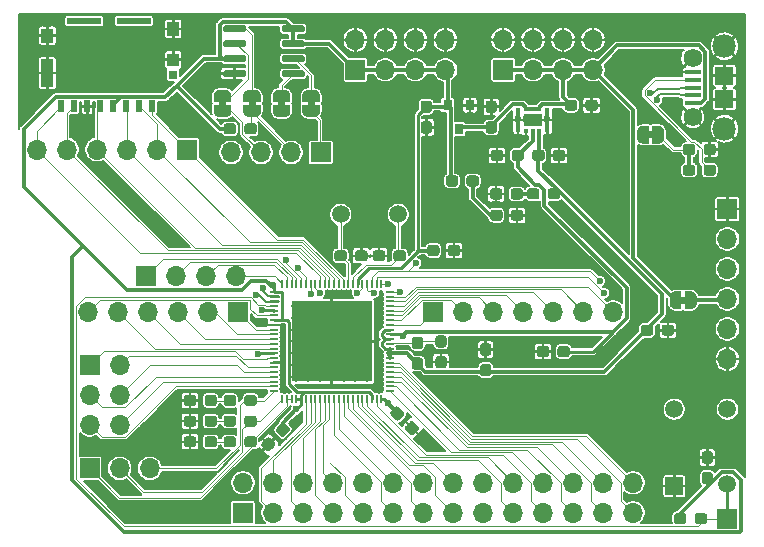
<source format=gbr>
G04 #@! TF.GenerationSoftware,KiCad,Pcbnew,(5.1.6)-1*
G04 #@! TF.CreationDate,2020-07-10T21:29:35-04:00*
G04 #@! TF.ProjectId,f1c200s,66316332-3030-4732-9e6b-696361645f70,rev?*
G04 #@! TF.SameCoordinates,Original*
G04 #@! TF.FileFunction,Copper,L1,Top*
G04 #@! TF.FilePolarity,Positive*
%FSLAX46Y46*%
G04 Gerber Fmt 4.6, Leading zero omitted, Abs format (unit mm)*
G04 Created by KiCad (PCBNEW (5.1.6)-1) date 2020-07-10 21:29:35*
%MOMM*%
%LPD*%
G01*
G04 APERTURE LIST*
G04 #@! TA.AperFunction,EtchedComponent*
%ADD10C,0.100000*%
G04 #@! TD*
G04 #@! TA.AperFunction,SMDPad,CuDef*
%ADD11R,6.840000X6.840000*%
G04 #@! TD*
G04 #@! TA.AperFunction,SMDPad,CuDef*
%ADD12O,0.200000X0.800000*%
G04 #@! TD*
G04 #@! TA.AperFunction,SMDPad,CuDef*
%ADD13O,0.800000X0.200000*%
G04 #@! TD*
G04 #@! TA.AperFunction,ComponentPad*
%ADD14C,1.500000*%
G04 #@! TD*
G04 #@! TA.AperFunction,SMDPad,CuDef*
%ADD15R,1.500000X1.100000*%
G04 #@! TD*
G04 #@! TA.AperFunction,SMDPad,CuDef*
%ADD16R,0.400000X2.100000*%
G04 #@! TD*
G04 #@! TA.AperFunction,SMDPad,CuDef*
%ADD17R,0.350000X0.375000*%
G04 #@! TD*
G04 #@! TA.AperFunction,SMDPad,CuDef*
%ADD18R,0.800000X0.900000*%
G04 #@! TD*
G04 #@! TA.AperFunction,ComponentPad*
%ADD19C,1.498600*%
G04 #@! TD*
G04 #@! TA.AperFunction,ComponentPad*
%ADD20R,1.498600X1.498600*%
G04 #@! TD*
G04 #@! TA.AperFunction,SMDPad,CuDef*
%ADD21C,0.100000*%
G04 #@! TD*
G04 #@! TA.AperFunction,ComponentPad*
%ADD22O,1.700000X1.700000*%
G04 #@! TD*
G04 #@! TA.AperFunction,ComponentPad*
%ADD23R,1.700000X1.700000*%
G04 #@! TD*
G04 #@! TA.AperFunction,SMDPad,CuDef*
%ADD24R,1.550000X1.500000*%
G04 #@! TD*
G04 #@! TA.AperFunction,ComponentPad*
%ADD25C,1.980000*%
G04 #@! TD*
G04 #@! TA.AperFunction,ComponentPad*
%ADD26C,1.582000*%
G04 #@! TD*
G04 #@! TA.AperFunction,SMDPad,CuDef*
%ADD27R,1.350000X0.400000*%
G04 #@! TD*
G04 #@! TA.AperFunction,SMDPad,CuDef*
%ADD28R,2.910000X0.550000*%
G04 #@! TD*
G04 #@! TA.AperFunction,SMDPad,CuDef*
%ADD29R,1.050000X2.390000*%
G04 #@! TD*
G04 #@! TA.AperFunction,SMDPad,CuDef*
%ADD30R,1.050000X1.200000*%
G04 #@! TD*
G04 #@! TA.AperFunction,SMDPad,CuDef*
%ADD31R,1.050000X1.080000*%
G04 #@! TD*
G04 #@! TA.AperFunction,SMDPad,CuDef*
%ADD32R,0.720000X0.780000*%
G04 #@! TD*
G04 #@! TA.AperFunction,SMDPad,CuDef*
%ADD33R,0.500000X1.000000*%
G04 #@! TD*
G04 #@! TA.AperFunction,ViaPad*
%ADD34C,0.600000*%
G04 #@! TD*
G04 #@! TA.AperFunction,ViaPad*
%ADD35C,0.800000*%
G04 #@! TD*
G04 #@! TA.AperFunction,Conductor*
%ADD36C,0.125000*%
G04 #@! TD*
G04 #@! TA.AperFunction,Conductor*
%ADD37C,0.350000*%
G04 #@! TD*
G04 #@! TA.AperFunction,Conductor*
%ADD38C,0.250000*%
G04 #@! TD*
G04 #@! TA.AperFunction,Conductor*
%ADD39C,0.200000*%
G04 #@! TD*
G04 #@! TA.AperFunction,Conductor*
%ADD40C,0.150000*%
G04 #@! TD*
G04 APERTURE END LIST*
D10*
G36*
X265500000Y-30800000D02*
G01*
X266000000Y-30800000D01*
X266000000Y-30200000D01*
X265500000Y-30200000D01*
X265500000Y-30800000D01*
G37*
G36*
X268250000Y-44800000D02*
G01*
X268750000Y-44800000D01*
X268750000Y-44200000D01*
X268250000Y-44200000D01*
X268250000Y-44800000D01*
G37*
G36*
X229800000Y-28100000D02*
G01*
X229800000Y-27600000D01*
X229200000Y-27600000D01*
X229200000Y-28100000D01*
X229800000Y-28100000D01*
G37*
G36*
X234800000Y-28100000D02*
G01*
X234800000Y-27600000D01*
X234200000Y-27600000D01*
X234200000Y-28100000D01*
X234800000Y-28100000D01*
G37*
G36*
X237300000Y-28100000D02*
G01*
X237300000Y-27600000D01*
X236700000Y-27600000D01*
X236700000Y-28100000D01*
X237300000Y-28100000D01*
G37*
G36*
X231700000Y-27600000D02*
G01*
X231700000Y-28100000D01*
X232300000Y-28100000D01*
X232300000Y-27600000D01*
X231700000Y-27600000D01*
G37*
D11*
X238750000Y-48000000D03*
D12*
X234550000Y-52900000D03*
X234950000Y-52900000D03*
X235350000Y-52900000D03*
X235750000Y-52900000D03*
X236150000Y-52900000D03*
X236550000Y-52900000D03*
X236950000Y-52900000D03*
X237350000Y-52900000D03*
X237750000Y-52900000D03*
X238150000Y-52900000D03*
X238550000Y-52900000D03*
X238950000Y-52900000D03*
X239350000Y-52900000D03*
X239750000Y-52900000D03*
X240150000Y-52900000D03*
X240550000Y-52900000D03*
X240950000Y-52900000D03*
X241350000Y-52900000D03*
X241750000Y-52900000D03*
X242150000Y-52900000D03*
X242550000Y-52900000D03*
X242950000Y-52900000D03*
D13*
X243650000Y-52200000D03*
X243650000Y-51800000D03*
X243650000Y-51400000D03*
X243650000Y-51000000D03*
X243650000Y-50600000D03*
X243650000Y-50200000D03*
X243650000Y-49800000D03*
X243650000Y-49400000D03*
X243650000Y-49000000D03*
X243650000Y-48600000D03*
X243650000Y-48200000D03*
X243650000Y-47800000D03*
X243650000Y-47400000D03*
X243650000Y-47000000D03*
X243650000Y-46600000D03*
X243650000Y-46200000D03*
X243650000Y-45800000D03*
X243650000Y-45400000D03*
X243650000Y-45000000D03*
X243650000Y-44600000D03*
X243650000Y-44200000D03*
X243650000Y-43800000D03*
D12*
X242950000Y-43100000D03*
X242550000Y-43100000D03*
X242150000Y-43100000D03*
X241750000Y-43100000D03*
X241350000Y-43100000D03*
X240950000Y-43100000D03*
X240550000Y-43100000D03*
X240150000Y-43100000D03*
X239750000Y-43100000D03*
X239350000Y-43100000D03*
X238950000Y-43100000D03*
X238550000Y-43100000D03*
X238150000Y-43100000D03*
X237750000Y-43100000D03*
X237350000Y-43100000D03*
X236950000Y-43100000D03*
X236550000Y-43100000D03*
X236150000Y-43100000D03*
X235750000Y-43100000D03*
X235350000Y-43100000D03*
X234950000Y-43100000D03*
X234550000Y-43100000D03*
D13*
X233850000Y-43800000D03*
X233850000Y-44200000D03*
X233850000Y-44600000D03*
X233850000Y-45000000D03*
X233850000Y-45400000D03*
X233850000Y-45800000D03*
X233850000Y-46200000D03*
X233850000Y-46600000D03*
X233850000Y-47000000D03*
X233850000Y-47400000D03*
X233850000Y-47800000D03*
X233850000Y-48200000D03*
X233850000Y-48600000D03*
X233850000Y-49000000D03*
X233850000Y-49400000D03*
X233850000Y-49800000D03*
X233850000Y-50200000D03*
X233850000Y-50600000D03*
X233850000Y-51000000D03*
X233850000Y-51400000D03*
X233850000Y-51800000D03*
X233850000Y-52200000D03*
D14*
X244380000Y-37250000D03*
X239500000Y-37250000D03*
G04 #@! TA.AperFunction,SMDPad,CuDef*
G36*
G01*
X234500000Y-21675000D02*
X234500000Y-21375000D01*
G75*
G02*
X234650000Y-21225000I150000J0D01*
G01*
X236300000Y-21225000D01*
G75*
G02*
X236450000Y-21375000I0J-150000D01*
G01*
X236450000Y-21675000D01*
G75*
G02*
X236300000Y-21825000I-150000J0D01*
G01*
X234650000Y-21825000D01*
G75*
G02*
X234500000Y-21675000I0J150000D01*
G01*
G37*
G04 #@! TD.AperFunction*
G04 #@! TA.AperFunction,SMDPad,CuDef*
G36*
G01*
X234500000Y-22945000D02*
X234500000Y-22645000D01*
G75*
G02*
X234650000Y-22495000I150000J0D01*
G01*
X236300000Y-22495000D01*
G75*
G02*
X236450000Y-22645000I0J-150000D01*
G01*
X236450000Y-22945000D01*
G75*
G02*
X236300000Y-23095000I-150000J0D01*
G01*
X234650000Y-23095000D01*
G75*
G02*
X234500000Y-22945000I0J150000D01*
G01*
G37*
G04 #@! TD.AperFunction*
G04 #@! TA.AperFunction,SMDPad,CuDef*
G36*
G01*
X234500000Y-24215000D02*
X234500000Y-23915000D01*
G75*
G02*
X234650000Y-23765000I150000J0D01*
G01*
X236300000Y-23765000D01*
G75*
G02*
X236450000Y-23915000I0J-150000D01*
G01*
X236450000Y-24215000D01*
G75*
G02*
X236300000Y-24365000I-150000J0D01*
G01*
X234650000Y-24365000D01*
G75*
G02*
X234500000Y-24215000I0J150000D01*
G01*
G37*
G04 #@! TD.AperFunction*
G04 #@! TA.AperFunction,SMDPad,CuDef*
G36*
G01*
X234500000Y-25485000D02*
X234500000Y-25185000D01*
G75*
G02*
X234650000Y-25035000I150000J0D01*
G01*
X236300000Y-25035000D01*
G75*
G02*
X236450000Y-25185000I0J-150000D01*
G01*
X236450000Y-25485000D01*
G75*
G02*
X236300000Y-25635000I-150000J0D01*
G01*
X234650000Y-25635000D01*
G75*
G02*
X234500000Y-25485000I0J150000D01*
G01*
G37*
G04 #@! TD.AperFunction*
G04 #@! TA.AperFunction,SMDPad,CuDef*
G36*
G01*
X229550000Y-25485000D02*
X229550000Y-25185000D01*
G75*
G02*
X229700000Y-25035000I150000J0D01*
G01*
X231350000Y-25035000D01*
G75*
G02*
X231500000Y-25185000I0J-150000D01*
G01*
X231500000Y-25485000D01*
G75*
G02*
X231350000Y-25635000I-150000J0D01*
G01*
X229700000Y-25635000D01*
G75*
G02*
X229550000Y-25485000I0J150000D01*
G01*
G37*
G04 #@! TD.AperFunction*
G04 #@! TA.AperFunction,SMDPad,CuDef*
G36*
G01*
X229550000Y-24215000D02*
X229550000Y-23915000D01*
G75*
G02*
X229700000Y-23765000I150000J0D01*
G01*
X231350000Y-23765000D01*
G75*
G02*
X231500000Y-23915000I0J-150000D01*
G01*
X231500000Y-24215000D01*
G75*
G02*
X231350000Y-24365000I-150000J0D01*
G01*
X229700000Y-24365000D01*
G75*
G02*
X229550000Y-24215000I0J150000D01*
G01*
G37*
G04 #@! TD.AperFunction*
G04 #@! TA.AperFunction,SMDPad,CuDef*
G36*
G01*
X229550000Y-22945000D02*
X229550000Y-22645000D01*
G75*
G02*
X229700000Y-22495000I150000J0D01*
G01*
X231350000Y-22495000D01*
G75*
G02*
X231500000Y-22645000I0J-150000D01*
G01*
X231500000Y-22945000D01*
G75*
G02*
X231350000Y-23095000I-150000J0D01*
G01*
X229700000Y-23095000D01*
G75*
G02*
X229550000Y-22945000I0J150000D01*
G01*
G37*
G04 #@! TD.AperFunction*
G04 #@! TA.AperFunction,SMDPad,CuDef*
G36*
G01*
X229550000Y-21675000D02*
X229550000Y-21375000D01*
G75*
G02*
X229700000Y-21225000I150000J0D01*
G01*
X231350000Y-21225000D01*
G75*
G02*
X231500000Y-21375000I0J-150000D01*
G01*
X231500000Y-21675000D01*
G75*
G02*
X231350000Y-21825000I-150000J0D01*
G01*
X229700000Y-21825000D01*
G75*
G02*
X229550000Y-21675000I0J150000D01*
G01*
G37*
G04 #@! TD.AperFunction*
D15*
X255750000Y-29250000D03*
D16*
X254500000Y-29250000D03*
X257000000Y-29250000D03*
D17*
X256300000Y-30187000D03*
X255750000Y-30187000D03*
X255200000Y-30187000D03*
X255200000Y-28312000D03*
X255750000Y-28312000D03*
X256300000Y-28312000D03*
D18*
X249500000Y-30000000D03*
X248550000Y-28000000D03*
X250450000Y-28000000D03*
D19*
X272250000Y-60100001D03*
X272250000Y-53750000D03*
X267749999Y-53750000D03*
D20*
X267749999Y-60250002D03*
G04 #@! TA.AperFunction,SMDPad,CuDef*
G36*
G01*
X270225000Y-31987500D02*
X270225000Y-31512500D01*
G75*
G02*
X270462500Y-31275000I237500J0D01*
G01*
X271037500Y-31275000D01*
G75*
G02*
X271275000Y-31512500I0J-237500D01*
G01*
X271275000Y-31987500D01*
G75*
G02*
X271037500Y-32225000I-237500J0D01*
G01*
X270462500Y-32225000D01*
G75*
G02*
X270225000Y-31987500I0J237500D01*
G01*
G37*
G04 #@! TD.AperFunction*
G04 #@! TA.AperFunction,SMDPad,CuDef*
G36*
G01*
X268475000Y-31987500D02*
X268475000Y-31512500D01*
G75*
G02*
X268712500Y-31275000I237500J0D01*
G01*
X269287500Y-31275000D01*
G75*
G02*
X269525000Y-31512500I0J-237500D01*
G01*
X269525000Y-31987500D01*
G75*
G02*
X269287500Y-32225000I-237500J0D01*
G01*
X268712500Y-32225000D01*
G75*
G02*
X268475000Y-31987500I0J237500D01*
G01*
G37*
G04 #@! TD.AperFunction*
G04 #@! TA.AperFunction,SMDPad,CuDef*
G36*
G01*
X269525000Y-33262500D02*
X269525000Y-33737500D01*
G75*
G02*
X269287500Y-33975000I-237500J0D01*
G01*
X268712500Y-33975000D01*
G75*
G02*
X268475000Y-33737500I0J237500D01*
G01*
X268475000Y-33262500D01*
G75*
G02*
X268712500Y-33025000I237500J0D01*
G01*
X269287500Y-33025000D01*
G75*
G02*
X269525000Y-33262500I0J-237500D01*
G01*
G37*
G04 #@! TD.AperFunction*
G04 #@! TA.AperFunction,SMDPad,CuDef*
G36*
G01*
X271275000Y-33262500D02*
X271275000Y-33737500D01*
G75*
G02*
X271037500Y-33975000I-237500J0D01*
G01*
X270462500Y-33975000D01*
G75*
G02*
X270225000Y-33737500I0J237500D01*
G01*
X270225000Y-33262500D01*
G75*
G02*
X270462500Y-33025000I237500J0D01*
G01*
X271037500Y-33025000D01*
G75*
G02*
X271275000Y-33262500I0J-237500D01*
G01*
G37*
G04 #@! TD.AperFunction*
G04 #@! TA.AperFunction,SMDPad,CuDef*
G36*
G01*
X231350000Y-30237500D02*
X231350000Y-29762500D01*
G75*
G02*
X231587500Y-29525000I237500J0D01*
G01*
X232162500Y-29525000D01*
G75*
G02*
X232400000Y-29762500I0J-237500D01*
G01*
X232400000Y-30237500D01*
G75*
G02*
X232162500Y-30475000I-237500J0D01*
G01*
X231587500Y-30475000D01*
G75*
G02*
X231350000Y-30237500I0J237500D01*
G01*
G37*
G04 #@! TD.AperFunction*
G04 #@! TA.AperFunction,SMDPad,CuDef*
G36*
G01*
X229600000Y-30237500D02*
X229600000Y-29762500D01*
G75*
G02*
X229837500Y-29525000I237500J0D01*
G01*
X230412500Y-29525000D01*
G75*
G02*
X230650000Y-29762500I0J-237500D01*
G01*
X230650000Y-30237500D01*
G75*
G02*
X230412500Y-30475000I-237500J0D01*
G01*
X229837500Y-30475000D01*
G75*
G02*
X229600000Y-30237500I0J237500D01*
G01*
G37*
G04 #@! TD.AperFunction*
G04 #@! TA.AperFunction,SMDPad,CuDef*
G36*
G01*
X256335000Y-35262500D02*
X256335000Y-35737500D01*
G75*
G02*
X256097500Y-35975000I-237500J0D01*
G01*
X255522500Y-35975000D01*
G75*
G02*
X255285000Y-35737500I0J237500D01*
G01*
X255285000Y-35262500D01*
G75*
G02*
X255522500Y-35025000I237500J0D01*
G01*
X256097500Y-35025000D01*
G75*
G02*
X256335000Y-35262500I0J-237500D01*
G01*
G37*
G04 #@! TD.AperFunction*
G04 #@! TA.AperFunction,SMDPad,CuDef*
G36*
G01*
X258085000Y-35262500D02*
X258085000Y-35737500D01*
G75*
G02*
X257847500Y-35975000I-237500J0D01*
G01*
X257272500Y-35975000D01*
G75*
G02*
X257035000Y-35737500I0J237500D01*
G01*
X257035000Y-35262500D01*
G75*
G02*
X257272500Y-35025000I237500J0D01*
G01*
X257847500Y-35025000D01*
G75*
G02*
X258085000Y-35262500I0J-237500D01*
G01*
G37*
G04 #@! TD.AperFunction*
G04 #@! TA.AperFunction,SMDPad,CuDef*
G36*
G01*
X269475000Y-63237500D02*
X269475000Y-62762500D01*
G75*
G02*
X269712500Y-62525000I237500J0D01*
G01*
X270287500Y-62525000D01*
G75*
G02*
X270525000Y-62762500I0J-237500D01*
G01*
X270525000Y-63237500D01*
G75*
G02*
X270287500Y-63475000I-237500J0D01*
G01*
X269712500Y-63475000D01*
G75*
G02*
X269475000Y-63237500I0J237500D01*
G01*
G37*
G04 #@! TD.AperFunction*
G04 #@! TA.AperFunction,SMDPad,CuDef*
G36*
G01*
X267725000Y-63237500D02*
X267725000Y-62762500D01*
G75*
G02*
X267962500Y-62525000I237500J0D01*
G01*
X268537500Y-62525000D01*
G75*
G02*
X268775000Y-62762500I0J-237500D01*
G01*
X268775000Y-63237500D01*
G75*
G02*
X268537500Y-63475000I-237500J0D01*
G01*
X267962500Y-63475000D01*
G75*
G02*
X267725000Y-63237500I0J237500D01*
G01*
G37*
G04 #@! TD.AperFunction*
G04 #@! TA.AperFunction,SMDPad,CuDef*
G36*
G01*
X250155000Y-34647500D02*
X250155000Y-34172500D01*
G75*
G02*
X250392500Y-33935000I237500J0D01*
G01*
X250967500Y-33935000D01*
G75*
G02*
X251205000Y-34172500I0J-237500D01*
G01*
X251205000Y-34647500D01*
G75*
G02*
X250967500Y-34885000I-237500J0D01*
G01*
X250392500Y-34885000D01*
G75*
G02*
X250155000Y-34647500I0J237500D01*
G01*
G37*
G04 #@! TD.AperFunction*
G04 #@! TA.AperFunction,SMDPad,CuDef*
G36*
G01*
X248405000Y-34647500D02*
X248405000Y-34172500D01*
G75*
G02*
X248642500Y-33935000I237500J0D01*
G01*
X249217500Y-33935000D01*
G75*
G02*
X249455000Y-34172500I0J-237500D01*
G01*
X249455000Y-34647500D01*
G75*
G02*
X249217500Y-34885000I-237500J0D01*
G01*
X248642500Y-34885000D01*
G75*
G02*
X248405000Y-34647500I0J237500D01*
G01*
G37*
G04 #@! TD.AperFunction*
G04 #@! TA.AperFunction,SMDPad,CuDef*
G36*
G01*
X246237500Y-48650000D02*
X245762500Y-48650000D01*
G75*
G02*
X245525000Y-48412500I0J237500D01*
G01*
X245525000Y-47837500D01*
G75*
G02*
X245762500Y-47600000I237500J0D01*
G01*
X246237500Y-47600000D01*
G75*
G02*
X246475000Y-47837500I0J-237500D01*
G01*
X246475000Y-48412500D01*
G75*
G02*
X246237500Y-48650000I-237500J0D01*
G01*
G37*
G04 #@! TD.AperFunction*
G04 #@! TA.AperFunction,SMDPad,CuDef*
G36*
G01*
X246237500Y-50400000D02*
X245762500Y-50400000D01*
G75*
G02*
X245525000Y-50162500I0J237500D01*
G01*
X245525000Y-49587500D01*
G75*
G02*
X245762500Y-49350000I237500J0D01*
G01*
X246237500Y-49350000D01*
G75*
G02*
X246475000Y-49587500I0J-237500D01*
G01*
X246475000Y-50162500D01*
G75*
G02*
X246237500Y-50400000I-237500J0D01*
G01*
G37*
G04 #@! TD.AperFunction*
G04 #@! TA.AperFunction,SMDPad,CuDef*
G36*
G01*
X247762500Y-49225000D02*
X248237500Y-49225000D01*
G75*
G02*
X248475000Y-49462500I0J-237500D01*
G01*
X248475000Y-50037500D01*
G75*
G02*
X248237500Y-50275000I-237500J0D01*
G01*
X247762500Y-50275000D01*
G75*
G02*
X247525000Y-50037500I0J237500D01*
G01*
X247525000Y-49462500D01*
G75*
G02*
X247762500Y-49225000I237500J0D01*
G01*
G37*
G04 #@! TD.AperFunction*
G04 #@! TA.AperFunction,SMDPad,CuDef*
G36*
G01*
X247762500Y-47475000D02*
X248237500Y-47475000D01*
G75*
G02*
X248475000Y-47712500I0J-237500D01*
G01*
X248475000Y-48287500D01*
G75*
G02*
X248237500Y-48525000I-237500J0D01*
G01*
X247762500Y-48525000D01*
G75*
G02*
X247525000Y-48287500I0J237500D01*
G01*
X247525000Y-47712500D01*
G75*
G02*
X247762500Y-47475000I237500J0D01*
G01*
G37*
G04 #@! TD.AperFunction*
G04 #@! TA.AperFunction,SMDPad,CuDef*
G36*
G01*
X230650000Y-54512500D02*
X230650000Y-54987500D01*
G75*
G02*
X230412500Y-55225000I-237500J0D01*
G01*
X229837500Y-55225000D01*
G75*
G02*
X229600000Y-54987500I0J237500D01*
G01*
X229600000Y-54512500D01*
G75*
G02*
X229837500Y-54275000I237500J0D01*
G01*
X230412500Y-54275000D01*
G75*
G02*
X230650000Y-54512500I0J-237500D01*
G01*
G37*
G04 #@! TD.AperFunction*
G04 #@! TA.AperFunction,SMDPad,CuDef*
G36*
G01*
X232400000Y-54512500D02*
X232400000Y-54987500D01*
G75*
G02*
X232162500Y-55225000I-237500J0D01*
G01*
X231587500Y-55225000D01*
G75*
G02*
X231350000Y-54987500I0J237500D01*
G01*
X231350000Y-54512500D01*
G75*
G02*
X231587500Y-54275000I237500J0D01*
G01*
X232162500Y-54275000D01*
G75*
G02*
X232400000Y-54512500I0J-237500D01*
G01*
G37*
G04 #@! TD.AperFunction*
G04 #@! TA.AperFunction,SMDPad,CuDef*
G36*
G01*
X230650000Y-52762500D02*
X230650000Y-53237500D01*
G75*
G02*
X230412500Y-53475000I-237500J0D01*
G01*
X229837500Y-53475000D01*
G75*
G02*
X229600000Y-53237500I0J237500D01*
G01*
X229600000Y-52762500D01*
G75*
G02*
X229837500Y-52525000I237500J0D01*
G01*
X230412500Y-52525000D01*
G75*
G02*
X230650000Y-52762500I0J-237500D01*
G01*
G37*
G04 #@! TD.AperFunction*
G04 #@! TA.AperFunction,SMDPad,CuDef*
G36*
G01*
X232400000Y-52762500D02*
X232400000Y-53237500D01*
G75*
G02*
X232162500Y-53475000I-237500J0D01*
G01*
X231587500Y-53475000D01*
G75*
G02*
X231350000Y-53237500I0J237500D01*
G01*
X231350000Y-52762500D01*
G75*
G02*
X231587500Y-52525000I237500J0D01*
G01*
X232162500Y-52525000D01*
G75*
G02*
X232400000Y-52762500I0J-237500D01*
G01*
G37*
G04 #@! TD.AperFunction*
G04 #@! TA.AperFunction,SMDPad,CuDef*
G36*
G01*
X230650000Y-56262500D02*
X230650000Y-56737500D01*
G75*
G02*
X230412500Y-56975000I-237500J0D01*
G01*
X229837500Y-56975000D01*
G75*
G02*
X229600000Y-56737500I0J237500D01*
G01*
X229600000Y-56262500D01*
G75*
G02*
X229837500Y-56025000I237500J0D01*
G01*
X230412500Y-56025000D01*
G75*
G02*
X230650000Y-56262500I0J-237500D01*
G01*
G37*
G04 #@! TD.AperFunction*
G04 #@! TA.AperFunction,SMDPad,CuDef*
G36*
G01*
X232400000Y-56262500D02*
X232400000Y-56737500D01*
G75*
G02*
X232162500Y-56975000I-237500J0D01*
G01*
X231587500Y-56975000D01*
G75*
G02*
X231350000Y-56737500I0J237500D01*
G01*
X231350000Y-56262500D01*
G75*
G02*
X231587500Y-56025000I237500J0D01*
G01*
X232162500Y-56025000D01*
G75*
G02*
X232400000Y-56262500I0J-237500D01*
G01*
G37*
G04 #@! TD.AperFunction*
G04 #@! TA.AperFunction,SMDPad,CuDef*
D21*
G36*
X265900000Y-29750000D02*
G01*
X266400000Y-29750000D01*
X266400000Y-29750602D01*
X266424534Y-29750602D01*
X266473365Y-29755412D01*
X266521490Y-29764984D01*
X266568445Y-29779228D01*
X266613778Y-29798005D01*
X266657051Y-29821136D01*
X266697850Y-29848396D01*
X266735779Y-29879524D01*
X266770476Y-29914221D01*
X266801604Y-29952150D01*
X266828864Y-29992949D01*
X266851995Y-30036222D01*
X266870772Y-30081555D01*
X266885016Y-30128510D01*
X266894588Y-30176635D01*
X266899398Y-30225466D01*
X266899398Y-30250000D01*
X266900000Y-30250000D01*
X266900000Y-30750000D01*
X266899398Y-30750000D01*
X266899398Y-30774534D01*
X266894588Y-30823365D01*
X266885016Y-30871490D01*
X266870772Y-30918445D01*
X266851995Y-30963778D01*
X266828864Y-31007051D01*
X266801604Y-31047850D01*
X266770476Y-31085779D01*
X266735779Y-31120476D01*
X266697850Y-31151604D01*
X266657051Y-31178864D01*
X266613778Y-31201995D01*
X266568445Y-31220772D01*
X266521490Y-31235016D01*
X266473365Y-31244588D01*
X266424534Y-31249398D01*
X266400000Y-31249398D01*
X266400000Y-31250000D01*
X265900000Y-31250000D01*
X265900000Y-29750000D01*
G37*
G04 #@! TD.AperFunction*
G04 #@! TA.AperFunction,SMDPad,CuDef*
G36*
X265100000Y-31249398D02*
G01*
X265075466Y-31249398D01*
X265026635Y-31244588D01*
X264978510Y-31235016D01*
X264931555Y-31220772D01*
X264886222Y-31201995D01*
X264842949Y-31178864D01*
X264802150Y-31151604D01*
X264764221Y-31120476D01*
X264729524Y-31085779D01*
X264698396Y-31047850D01*
X264671136Y-31007051D01*
X264648005Y-30963778D01*
X264629228Y-30918445D01*
X264614984Y-30871490D01*
X264605412Y-30823365D01*
X264600602Y-30774534D01*
X264600602Y-30750000D01*
X264600000Y-30750000D01*
X264600000Y-30250000D01*
X264600602Y-30250000D01*
X264600602Y-30225466D01*
X264605412Y-30176635D01*
X264614984Y-30128510D01*
X264629228Y-30081555D01*
X264648005Y-30036222D01*
X264671136Y-29992949D01*
X264698396Y-29952150D01*
X264729524Y-29914221D01*
X264764221Y-29879524D01*
X264802150Y-29848396D01*
X264842949Y-29821136D01*
X264886222Y-29798005D01*
X264931555Y-29779228D01*
X264978510Y-29764984D01*
X265026635Y-29755412D01*
X265075466Y-29750602D01*
X265100000Y-29750602D01*
X265100000Y-29750000D01*
X265600000Y-29750000D01*
X265600000Y-31250000D01*
X265100000Y-31250000D01*
X265100000Y-31249398D01*
G37*
G04 #@! TD.AperFunction*
G04 #@! TA.AperFunction,SMDPad,CuDef*
G36*
X268650000Y-43750000D02*
G01*
X269150000Y-43750000D01*
X269150000Y-43750602D01*
X269174534Y-43750602D01*
X269223365Y-43755412D01*
X269271490Y-43764984D01*
X269318445Y-43779228D01*
X269363778Y-43798005D01*
X269407051Y-43821136D01*
X269447850Y-43848396D01*
X269485779Y-43879524D01*
X269520476Y-43914221D01*
X269551604Y-43952150D01*
X269578864Y-43992949D01*
X269601995Y-44036222D01*
X269620772Y-44081555D01*
X269635016Y-44128510D01*
X269644588Y-44176635D01*
X269649398Y-44225466D01*
X269649398Y-44250000D01*
X269650000Y-44250000D01*
X269650000Y-44750000D01*
X269649398Y-44750000D01*
X269649398Y-44774534D01*
X269644588Y-44823365D01*
X269635016Y-44871490D01*
X269620772Y-44918445D01*
X269601995Y-44963778D01*
X269578864Y-45007051D01*
X269551604Y-45047850D01*
X269520476Y-45085779D01*
X269485779Y-45120476D01*
X269447850Y-45151604D01*
X269407051Y-45178864D01*
X269363778Y-45201995D01*
X269318445Y-45220772D01*
X269271490Y-45235016D01*
X269223365Y-45244588D01*
X269174534Y-45249398D01*
X269150000Y-45249398D01*
X269150000Y-45250000D01*
X268650000Y-45250000D01*
X268650000Y-43750000D01*
G37*
G04 #@! TD.AperFunction*
G04 #@! TA.AperFunction,SMDPad,CuDef*
G36*
X267850000Y-45249398D02*
G01*
X267825466Y-45249398D01*
X267776635Y-45244588D01*
X267728510Y-45235016D01*
X267681555Y-45220772D01*
X267636222Y-45201995D01*
X267592949Y-45178864D01*
X267552150Y-45151604D01*
X267514221Y-45120476D01*
X267479524Y-45085779D01*
X267448396Y-45047850D01*
X267421136Y-45007051D01*
X267398005Y-44963778D01*
X267379228Y-44918445D01*
X267364984Y-44871490D01*
X267355412Y-44823365D01*
X267350602Y-44774534D01*
X267350602Y-44750000D01*
X267350000Y-44750000D01*
X267350000Y-44250000D01*
X267350602Y-44250000D01*
X267350602Y-44225466D01*
X267355412Y-44176635D01*
X267364984Y-44128510D01*
X267379228Y-44081555D01*
X267398005Y-44036222D01*
X267421136Y-43992949D01*
X267448396Y-43952150D01*
X267479524Y-43914221D01*
X267514221Y-43879524D01*
X267552150Y-43848396D01*
X267592949Y-43821136D01*
X267636222Y-43798005D01*
X267681555Y-43779228D01*
X267728510Y-43764984D01*
X267776635Y-43755412D01*
X267825466Y-43750602D01*
X267850000Y-43750602D01*
X267850000Y-43750000D01*
X268350000Y-43750000D01*
X268350000Y-45250000D01*
X267850000Y-45250000D01*
X267850000Y-45249398D01*
G37*
G04 #@! TD.AperFunction*
G04 #@! TA.AperFunction,SMDPad,CuDef*
G36*
X228750000Y-27700000D02*
G01*
X228750000Y-27200000D01*
X228750602Y-27200000D01*
X228750602Y-27175466D01*
X228755412Y-27126635D01*
X228764984Y-27078510D01*
X228779228Y-27031555D01*
X228798005Y-26986222D01*
X228821136Y-26942949D01*
X228848396Y-26902150D01*
X228879524Y-26864221D01*
X228914221Y-26829524D01*
X228952150Y-26798396D01*
X228992949Y-26771136D01*
X229036222Y-26748005D01*
X229081555Y-26729228D01*
X229128510Y-26714984D01*
X229176635Y-26705412D01*
X229225466Y-26700602D01*
X229250000Y-26700602D01*
X229250000Y-26700000D01*
X229750000Y-26700000D01*
X229750000Y-26700602D01*
X229774534Y-26700602D01*
X229823365Y-26705412D01*
X229871490Y-26714984D01*
X229918445Y-26729228D01*
X229963778Y-26748005D01*
X230007051Y-26771136D01*
X230047850Y-26798396D01*
X230085779Y-26829524D01*
X230120476Y-26864221D01*
X230151604Y-26902150D01*
X230178864Y-26942949D01*
X230201995Y-26986222D01*
X230220772Y-27031555D01*
X230235016Y-27078510D01*
X230244588Y-27126635D01*
X230249398Y-27175466D01*
X230249398Y-27200000D01*
X230250000Y-27200000D01*
X230250000Y-27700000D01*
X228750000Y-27700000D01*
G37*
G04 #@! TD.AperFunction*
G04 #@! TA.AperFunction,SMDPad,CuDef*
G36*
X230249398Y-28500000D02*
G01*
X230249398Y-28524534D01*
X230244588Y-28573365D01*
X230235016Y-28621490D01*
X230220772Y-28668445D01*
X230201995Y-28713778D01*
X230178864Y-28757051D01*
X230151604Y-28797850D01*
X230120476Y-28835779D01*
X230085779Y-28870476D01*
X230047850Y-28901604D01*
X230007051Y-28928864D01*
X229963778Y-28951995D01*
X229918445Y-28970772D01*
X229871490Y-28985016D01*
X229823365Y-28994588D01*
X229774534Y-28999398D01*
X229750000Y-28999398D01*
X229750000Y-29000000D01*
X229250000Y-29000000D01*
X229250000Y-28999398D01*
X229225466Y-28999398D01*
X229176635Y-28994588D01*
X229128510Y-28985016D01*
X229081555Y-28970772D01*
X229036222Y-28951995D01*
X228992949Y-28928864D01*
X228952150Y-28901604D01*
X228914221Y-28870476D01*
X228879524Y-28835779D01*
X228848396Y-28797850D01*
X228821136Y-28757051D01*
X228798005Y-28713778D01*
X228779228Y-28668445D01*
X228764984Y-28621490D01*
X228755412Y-28573365D01*
X228750602Y-28524534D01*
X228750602Y-28500000D01*
X228750000Y-28500000D01*
X228750000Y-28000000D01*
X230250000Y-28000000D01*
X230250000Y-28500000D01*
X230249398Y-28500000D01*
G37*
G04 #@! TD.AperFunction*
G04 #@! TA.AperFunction,SMDPad,CuDef*
G36*
X233750000Y-27700000D02*
G01*
X233750000Y-27200000D01*
X233750602Y-27200000D01*
X233750602Y-27175466D01*
X233755412Y-27126635D01*
X233764984Y-27078510D01*
X233779228Y-27031555D01*
X233798005Y-26986222D01*
X233821136Y-26942949D01*
X233848396Y-26902150D01*
X233879524Y-26864221D01*
X233914221Y-26829524D01*
X233952150Y-26798396D01*
X233992949Y-26771136D01*
X234036222Y-26748005D01*
X234081555Y-26729228D01*
X234128510Y-26714984D01*
X234176635Y-26705412D01*
X234225466Y-26700602D01*
X234250000Y-26700602D01*
X234250000Y-26700000D01*
X234750000Y-26700000D01*
X234750000Y-26700602D01*
X234774534Y-26700602D01*
X234823365Y-26705412D01*
X234871490Y-26714984D01*
X234918445Y-26729228D01*
X234963778Y-26748005D01*
X235007051Y-26771136D01*
X235047850Y-26798396D01*
X235085779Y-26829524D01*
X235120476Y-26864221D01*
X235151604Y-26902150D01*
X235178864Y-26942949D01*
X235201995Y-26986222D01*
X235220772Y-27031555D01*
X235235016Y-27078510D01*
X235244588Y-27126635D01*
X235249398Y-27175466D01*
X235249398Y-27200000D01*
X235250000Y-27200000D01*
X235250000Y-27700000D01*
X233750000Y-27700000D01*
G37*
G04 #@! TD.AperFunction*
G04 #@! TA.AperFunction,SMDPad,CuDef*
G36*
X235249398Y-28500000D02*
G01*
X235249398Y-28524534D01*
X235244588Y-28573365D01*
X235235016Y-28621490D01*
X235220772Y-28668445D01*
X235201995Y-28713778D01*
X235178864Y-28757051D01*
X235151604Y-28797850D01*
X235120476Y-28835779D01*
X235085779Y-28870476D01*
X235047850Y-28901604D01*
X235007051Y-28928864D01*
X234963778Y-28951995D01*
X234918445Y-28970772D01*
X234871490Y-28985016D01*
X234823365Y-28994588D01*
X234774534Y-28999398D01*
X234750000Y-28999398D01*
X234750000Y-29000000D01*
X234250000Y-29000000D01*
X234250000Y-28999398D01*
X234225466Y-28999398D01*
X234176635Y-28994588D01*
X234128510Y-28985016D01*
X234081555Y-28970772D01*
X234036222Y-28951995D01*
X233992949Y-28928864D01*
X233952150Y-28901604D01*
X233914221Y-28870476D01*
X233879524Y-28835779D01*
X233848396Y-28797850D01*
X233821136Y-28757051D01*
X233798005Y-28713778D01*
X233779228Y-28668445D01*
X233764984Y-28621490D01*
X233755412Y-28573365D01*
X233750602Y-28524534D01*
X233750602Y-28500000D01*
X233750000Y-28500000D01*
X233750000Y-28000000D01*
X235250000Y-28000000D01*
X235250000Y-28500000D01*
X235249398Y-28500000D01*
G37*
G04 #@! TD.AperFunction*
G04 #@! TA.AperFunction,SMDPad,CuDef*
G36*
X236250000Y-27700000D02*
G01*
X236250000Y-27200000D01*
X236250602Y-27200000D01*
X236250602Y-27175466D01*
X236255412Y-27126635D01*
X236264984Y-27078510D01*
X236279228Y-27031555D01*
X236298005Y-26986222D01*
X236321136Y-26942949D01*
X236348396Y-26902150D01*
X236379524Y-26864221D01*
X236414221Y-26829524D01*
X236452150Y-26798396D01*
X236492949Y-26771136D01*
X236536222Y-26748005D01*
X236581555Y-26729228D01*
X236628510Y-26714984D01*
X236676635Y-26705412D01*
X236725466Y-26700602D01*
X236750000Y-26700602D01*
X236750000Y-26700000D01*
X237250000Y-26700000D01*
X237250000Y-26700602D01*
X237274534Y-26700602D01*
X237323365Y-26705412D01*
X237371490Y-26714984D01*
X237418445Y-26729228D01*
X237463778Y-26748005D01*
X237507051Y-26771136D01*
X237547850Y-26798396D01*
X237585779Y-26829524D01*
X237620476Y-26864221D01*
X237651604Y-26902150D01*
X237678864Y-26942949D01*
X237701995Y-26986222D01*
X237720772Y-27031555D01*
X237735016Y-27078510D01*
X237744588Y-27126635D01*
X237749398Y-27175466D01*
X237749398Y-27200000D01*
X237750000Y-27200000D01*
X237750000Y-27700000D01*
X236250000Y-27700000D01*
G37*
G04 #@! TD.AperFunction*
G04 #@! TA.AperFunction,SMDPad,CuDef*
G36*
X237749398Y-28500000D02*
G01*
X237749398Y-28524534D01*
X237744588Y-28573365D01*
X237735016Y-28621490D01*
X237720772Y-28668445D01*
X237701995Y-28713778D01*
X237678864Y-28757051D01*
X237651604Y-28797850D01*
X237620476Y-28835779D01*
X237585779Y-28870476D01*
X237547850Y-28901604D01*
X237507051Y-28928864D01*
X237463778Y-28951995D01*
X237418445Y-28970772D01*
X237371490Y-28985016D01*
X237323365Y-28994588D01*
X237274534Y-28999398D01*
X237250000Y-28999398D01*
X237250000Y-29000000D01*
X236750000Y-29000000D01*
X236750000Y-28999398D01*
X236725466Y-28999398D01*
X236676635Y-28994588D01*
X236628510Y-28985016D01*
X236581555Y-28970772D01*
X236536222Y-28951995D01*
X236492949Y-28928864D01*
X236452150Y-28901604D01*
X236414221Y-28870476D01*
X236379524Y-28835779D01*
X236348396Y-28797850D01*
X236321136Y-28757051D01*
X236298005Y-28713778D01*
X236279228Y-28668445D01*
X236264984Y-28621490D01*
X236255412Y-28573365D01*
X236250602Y-28524534D01*
X236250602Y-28500000D01*
X236250000Y-28500000D01*
X236250000Y-28000000D01*
X237750000Y-28000000D01*
X237750000Y-28500000D01*
X237749398Y-28500000D01*
G37*
G04 #@! TD.AperFunction*
G04 #@! TA.AperFunction,SMDPad,CuDef*
G36*
X232750000Y-28000000D02*
G01*
X232750000Y-28500000D01*
X232749398Y-28500000D01*
X232749398Y-28524534D01*
X232744588Y-28573365D01*
X232735016Y-28621490D01*
X232720772Y-28668445D01*
X232701995Y-28713778D01*
X232678864Y-28757051D01*
X232651604Y-28797850D01*
X232620476Y-28835779D01*
X232585779Y-28870476D01*
X232547850Y-28901604D01*
X232507051Y-28928864D01*
X232463778Y-28951995D01*
X232418445Y-28970772D01*
X232371490Y-28985016D01*
X232323365Y-28994588D01*
X232274534Y-28999398D01*
X232250000Y-28999398D01*
X232250000Y-29000000D01*
X231750000Y-29000000D01*
X231750000Y-28999398D01*
X231725466Y-28999398D01*
X231676635Y-28994588D01*
X231628510Y-28985016D01*
X231581555Y-28970772D01*
X231536222Y-28951995D01*
X231492949Y-28928864D01*
X231452150Y-28901604D01*
X231414221Y-28870476D01*
X231379524Y-28835779D01*
X231348396Y-28797850D01*
X231321136Y-28757051D01*
X231298005Y-28713778D01*
X231279228Y-28668445D01*
X231264984Y-28621490D01*
X231255412Y-28573365D01*
X231250602Y-28524534D01*
X231250602Y-28500000D01*
X231250000Y-28500000D01*
X231250000Y-28000000D01*
X232750000Y-28000000D01*
G37*
G04 #@! TD.AperFunction*
G04 #@! TA.AperFunction,SMDPad,CuDef*
G36*
X231250602Y-27200000D02*
G01*
X231250602Y-27175466D01*
X231255412Y-27126635D01*
X231264984Y-27078510D01*
X231279228Y-27031555D01*
X231298005Y-26986222D01*
X231321136Y-26942949D01*
X231348396Y-26902150D01*
X231379524Y-26864221D01*
X231414221Y-26829524D01*
X231452150Y-26798396D01*
X231492949Y-26771136D01*
X231536222Y-26748005D01*
X231581555Y-26729228D01*
X231628510Y-26714984D01*
X231676635Y-26705412D01*
X231725466Y-26700602D01*
X231750000Y-26700602D01*
X231750000Y-26700000D01*
X232250000Y-26700000D01*
X232250000Y-26700602D01*
X232274534Y-26700602D01*
X232323365Y-26705412D01*
X232371490Y-26714984D01*
X232418445Y-26729228D01*
X232463778Y-26748005D01*
X232507051Y-26771136D01*
X232547850Y-26798396D01*
X232585779Y-26829524D01*
X232620476Y-26864221D01*
X232651604Y-26902150D01*
X232678864Y-26942949D01*
X232701995Y-26986222D01*
X232720772Y-27031555D01*
X232735016Y-27078510D01*
X232744588Y-27126635D01*
X232749398Y-27175466D01*
X232749398Y-27200000D01*
X232750000Y-27200000D01*
X232750000Y-27700000D01*
X231250000Y-27700000D01*
X231250000Y-27200000D01*
X231250602Y-27200000D01*
G37*
G04 #@! TD.AperFunction*
D22*
X272250000Y-49500000D03*
X272250000Y-46960000D03*
X272250000Y-44420000D03*
X272250000Y-41880000D03*
X272250000Y-39340000D03*
D23*
X272250000Y-36800000D03*
D22*
X213800000Y-31750000D03*
X216340000Y-31750000D03*
X218880000Y-31750000D03*
X221420000Y-31750000D03*
X223960000Y-31750000D03*
D23*
X226500000Y-31750000D03*
D24*
X272000000Y-25500000D03*
X272000000Y-27500000D03*
D25*
X272000000Y-23000000D03*
X272000000Y-30000000D03*
D26*
X269300000Y-24000000D03*
X269300000Y-29000000D03*
D27*
X269300000Y-25200000D03*
X269300000Y-25850000D03*
X269300000Y-26500000D03*
X269300000Y-27150000D03*
X269300000Y-27800000D03*
D28*
X217796000Y-20855000D03*
X221986000Y-20855000D03*
D29*
X214675000Y-25285000D03*
D30*
X214675000Y-22100000D03*
X225325000Y-21530000D03*
D31*
X225325000Y-24140000D03*
D32*
X225310000Y-25410000D03*
D33*
X215850000Y-28090000D03*
X216950000Y-28090000D03*
X218050000Y-28090000D03*
X219150000Y-28090000D03*
X220250000Y-28090000D03*
X221350000Y-28090000D03*
X222450000Y-28090000D03*
X223550000Y-28090000D03*
D22*
X248370000Y-22460000D03*
X248370000Y-25000000D03*
X245830000Y-22460000D03*
X245830000Y-25000000D03*
X243290000Y-22460000D03*
X243290000Y-25000000D03*
X240750000Y-22460000D03*
D23*
X240750000Y-25000000D03*
X272250000Y-63000000D03*
D22*
X218130000Y-45500000D03*
X220670000Y-45500000D03*
X223210000Y-45500000D03*
X225750000Y-45500000D03*
X228290000Y-45500000D03*
D23*
X230830000Y-45500000D03*
D22*
X260870000Y-22460000D03*
X260870000Y-25000000D03*
X258330000Y-22460000D03*
X258330000Y-25000000D03*
X255790000Y-22460000D03*
X255790000Y-25000000D03*
X253250000Y-22460000D03*
D23*
X253250000Y-25000000D03*
D22*
X230210000Y-32000000D03*
X232750000Y-32000000D03*
X235290000Y-32000000D03*
D23*
X237830000Y-32000000D03*
D22*
X223330000Y-58750000D03*
X220790000Y-58750000D03*
D23*
X218250000Y-58750000D03*
D22*
X220790000Y-55080000D03*
X218250000Y-55080000D03*
X220790000Y-52540000D03*
X218250000Y-52540000D03*
X220790000Y-50000000D03*
D23*
X218250000Y-50000000D03*
D22*
X262580000Y-45500000D03*
X260040000Y-45500000D03*
X257500000Y-45500000D03*
X254960000Y-45500000D03*
X252420000Y-45500000D03*
X249880000Y-45500000D03*
D23*
X247340000Y-45500000D03*
D22*
X230620000Y-42500000D03*
X228080000Y-42500000D03*
X225540000Y-42500000D03*
D23*
X223000000Y-42500000D03*
D22*
X264250000Y-59960000D03*
X264250000Y-62500000D03*
X261710000Y-59960000D03*
X261710000Y-62500000D03*
X259170000Y-59960000D03*
X259170000Y-62500000D03*
X256630000Y-59960000D03*
X256630000Y-62500000D03*
X254090000Y-59960000D03*
X254090000Y-62500000D03*
X251550000Y-59960000D03*
X251550000Y-62500000D03*
X249010000Y-59960000D03*
X249010000Y-62500000D03*
X246470000Y-59960000D03*
X246470000Y-62500000D03*
X243930000Y-59960000D03*
X243930000Y-62500000D03*
X241390000Y-59960000D03*
X241390000Y-62500000D03*
X238850000Y-59960000D03*
X238850000Y-62500000D03*
X236310000Y-59960000D03*
X236310000Y-62500000D03*
X233770000Y-59960000D03*
X233770000Y-62500000D03*
X231230000Y-59960000D03*
D23*
X231230000Y-62500000D03*
G04 #@! TA.AperFunction,SMDPad,CuDef*
G36*
G01*
X253895000Y-35747500D02*
X253895000Y-35272500D01*
G75*
G02*
X254132500Y-35035000I237500J0D01*
G01*
X254707500Y-35035000D01*
G75*
G02*
X254945000Y-35272500I0J-237500D01*
G01*
X254945000Y-35747500D01*
G75*
G02*
X254707500Y-35985000I-237500J0D01*
G01*
X254132500Y-35985000D01*
G75*
G02*
X253895000Y-35747500I0J237500D01*
G01*
G37*
G04 #@! TD.AperFunction*
G04 #@! TA.AperFunction,SMDPad,CuDef*
G36*
G01*
X252145000Y-35747500D02*
X252145000Y-35272500D01*
G75*
G02*
X252382500Y-35035000I237500J0D01*
G01*
X252957500Y-35035000D01*
G75*
G02*
X253195000Y-35272500I0J-237500D01*
G01*
X253195000Y-35747500D01*
G75*
G02*
X252957500Y-35985000I-237500J0D01*
G01*
X252382500Y-35985000D01*
G75*
G02*
X252145000Y-35747500I0J237500D01*
G01*
G37*
G04 #@! TD.AperFunction*
G04 #@! TA.AperFunction,SMDPad,CuDef*
G36*
G01*
X253205000Y-37082500D02*
X253205000Y-37557500D01*
G75*
G02*
X252967500Y-37795000I-237500J0D01*
G01*
X252392500Y-37795000D01*
G75*
G02*
X252155000Y-37557500I0J237500D01*
G01*
X252155000Y-37082500D01*
G75*
G02*
X252392500Y-36845000I237500J0D01*
G01*
X252967500Y-36845000D01*
G75*
G02*
X253205000Y-37082500I0J-237500D01*
G01*
G37*
G04 #@! TD.AperFunction*
G04 #@! TA.AperFunction,SMDPad,CuDef*
G36*
G01*
X254955000Y-37082500D02*
X254955000Y-37557500D01*
G75*
G02*
X254717500Y-37795000I-237500J0D01*
G01*
X254142500Y-37795000D01*
G75*
G02*
X253905000Y-37557500I0J237500D01*
G01*
X253905000Y-37082500D01*
G75*
G02*
X254142500Y-36845000I237500J0D01*
G01*
X254717500Y-36845000D01*
G75*
G02*
X254955000Y-37082500I0J-237500D01*
G01*
G37*
G04 #@! TD.AperFunction*
G04 #@! TA.AperFunction,SMDPad,CuDef*
G36*
G01*
X252487500Y-28650000D02*
X252012500Y-28650000D01*
G75*
G02*
X251775000Y-28412500I0J237500D01*
G01*
X251775000Y-27837500D01*
G75*
G02*
X252012500Y-27600000I237500J0D01*
G01*
X252487500Y-27600000D01*
G75*
G02*
X252725000Y-27837500I0J-237500D01*
G01*
X252725000Y-28412500D01*
G75*
G02*
X252487500Y-28650000I-237500J0D01*
G01*
G37*
G04 #@! TD.AperFunction*
G04 #@! TA.AperFunction,SMDPad,CuDef*
G36*
G01*
X252487500Y-30400000D02*
X252012500Y-30400000D01*
G75*
G02*
X251775000Y-30162500I0J237500D01*
G01*
X251775000Y-29587500D01*
G75*
G02*
X252012500Y-29350000I237500J0D01*
G01*
X252487500Y-29350000D01*
G75*
G02*
X252725000Y-29587500I0J-237500D01*
G01*
X252725000Y-30162500D01*
G75*
G02*
X252487500Y-30400000I-237500J0D01*
G01*
G37*
G04 #@! TD.AperFunction*
G04 #@! TA.AperFunction,SMDPad,CuDef*
G36*
G01*
X257155000Y-48622500D02*
X257155000Y-49097500D01*
G75*
G02*
X256917500Y-49335000I-237500J0D01*
G01*
X256342500Y-49335000D01*
G75*
G02*
X256105000Y-49097500I0J237500D01*
G01*
X256105000Y-48622500D01*
G75*
G02*
X256342500Y-48385000I237500J0D01*
G01*
X256917500Y-48385000D01*
G75*
G02*
X257155000Y-48622500I0J-237500D01*
G01*
G37*
G04 #@! TD.AperFunction*
G04 #@! TA.AperFunction,SMDPad,CuDef*
G36*
G01*
X258905000Y-48622500D02*
X258905000Y-49097500D01*
G75*
G02*
X258667500Y-49335000I-237500J0D01*
G01*
X258092500Y-49335000D01*
G75*
G02*
X257855000Y-49097500I0J237500D01*
G01*
X257855000Y-48622500D01*
G75*
G02*
X258092500Y-48385000I237500J0D01*
G01*
X258667500Y-48385000D01*
G75*
G02*
X258905000Y-48622500I0J-237500D01*
G01*
G37*
G04 #@! TD.AperFunction*
G04 #@! TA.AperFunction,SMDPad,CuDef*
G36*
G01*
X266675000Y-47287500D02*
X266675000Y-46812500D01*
G75*
G02*
X266912500Y-46575000I237500J0D01*
G01*
X267487500Y-46575000D01*
G75*
G02*
X267725000Y-46812500I0J-237500D01*
G01*
X267725000Y-47287500D01*
G75*
G02*
X267487500Y-47525000I-237500J0D01*
G01*
X266912500Y-47525000D01*
G75*
G02*
X266675000Y-47287500I0J237500D01*
G01*
G37*
G04 #@! TD.AperFunction*
G04 #@! TA.AperFunction,SMDPad,CuDef*
G36*
G01*
X264925000Y-47287500D02*
X264925000Y-46812500D01*
G75*
G02*
X265162500Y-46575000I237500J0D01*
G01*
X265737500Y-46575000D01*
G75*
G02*
X265975000Y-46812500I0J-237500D01*
G01*
X265975000Y-47287500D01*
G75*
G02*
X265737500Y-47525000I-237500J0D01*
G01*
X265162500Y-47525000D01*
G75*
G02*
X264925000Y-47287500I0J237500D01*
G01*
G37*
G04 #@! TD.AperFunction*
G04 #@! TA.AperFunction,SMDPad,CuDef*
G36*
G01*
X243975000Y-40987500D02*
X243975000Y-40512500D01*
G75*
G02*
X244212500Y-40275000I237500J0D01*
G01*
X244787500Y-40275000D01*
G75*
G02*
X245025000Y-40512500I0J-237500D01*
G01*
X245025000Y-40987500D01*
G75*
G02*
X244787500Y-41225000I-237500J0D01*
G01*
X244212500Y-41225000D01*
G75*
G02*
X243975000Y-40987500I0J237500D01*
G01*
G37*
G04 #@! TD.AperFunction*
G04 #@! TA.AperFunction,SMDPad,CuDef*
G36*
G01*
X242225000Y-40987500D02*
X242225000Y-40512500D01*
G75*
G02*
X242462500Y-40275000I237500J0D01*
G01*
X243037500Y-40275000D01*
G75*
G02*
X243275000Y-40512500I0J-237500D01*
G01*
X243275000Y-40987500D01*
G75*
G02*
X243037500Y-41225000I-237500J0D01*
G01*
X242462500Y-41225000D01*
G75*
G02*
X242225000Y-40987500I0J237500D01*
G01*
G37*
G04 #@! TD.AperFunction*
G04 #@! TA.AperFunction,SMDPad,CuDef*
G36*
G01*
X240025000Y-40512500D02*
X240025000Y-40987500D01*
G75*
G02*
X239787500Y-41225000I-237500J0D01*
G01*
X239212500Y-41225000D01*
G75*
G02*
X238975000Y-40987500I0J237500D01*
G01*
X238975000Y-40512500D01*
G75*
G02*
X239212500Y-40275000I237500J0D01*
G01*
X239787500Y-40275000D01*
G75*
G02*
X240025000Y-40512500I0J-237500D01*
G01*
G37*
G04 #@! TD.AperFunction*
G04 #@! TA.AperFunction,SMDPad,CuDef*
G36*
G01*
X241775000Y-40512500D02*
X241775000Y-40987500D01*
G75*
G02*
X241537500Y-41225000I-237500J0D01*
G01*
X240962500Y-41225000D01*
G75*
G02*
X240725000Y-40987500I0J237500D01*
G01*
X240725000Y-40512500D01*
G75*
G02*
X240962500Y-40275000I237500J0D01*
G01*
X241537500Y-40275000D01*
G75*
G02*
X241775000Y-40512500I0J-237500D01*
G01*
G37*
G04 #@! TD.AperFunction*
G04 #@! TA.AperFunction,SMDPad,CuDef*
G36*
G01*
X248575000Y-40537500D02*
X248575000Y-40062500D01*
G75*
G02*
X248812500Y-39825000I237500J0D01*
G01*
X249387500Y-39825000D01*
G75*
G02*
X249625000Y-40062500I0J-237500D01*
G01*
X249625000Y-40537500D01*
G75*
G02*
X249387500Y-40775000I-237500J0D01*
G01*
X248812500Y-40775000D01*
G75*
G02*
X248575000Y-40537500I0J237500D01*
G01*
G37*
G04 #@! TD.AperFunction*
G04 #@! TA.AperFunction,SMDPad,CuDef*
G36*
G01*
X246825000Y-40537500D02*
X246825000Y-40062500D01*
G75*
G02*
X247062500Y-39825000I237500J0D01*
G01*
X247637500Y-39825000D01*
G75*
G02*
X247875000Y-40062500I0J-237500D01*
G01*
X247875000Y-40537500D01*
G75*
G02*
X247637500Y-40775000I-237500J0D01*
G01*
X247062500Y-40775000D01*
G75*
G02*
X246825000Y-40537500I0J237500D01*
G01*
G37*
G04 #@! TD.AperFunction*
G04 #@! TA.AperFunction,SMDPad,CuDef*
G36*
G01*
X246512500Y-29350000D02*
X246987500Y-29350000D01*
G75*
G02*
X247225000Y-29587500I0J-237500D01*
G01*
X247225000Y-30162500D01*
G75*
G02*
X246987500Y-30400000I-237500J0D01*
G01*
X246512500Y-30400000D01*
G75*
G02*
X246275000Y-30162500I0J237500D01*
G01*
X246275000Y-29587500D01*
G75*
G02*
X246512500Y-29350000I237500J0D01*
G01*
G37*
G04 #@! TD.AperFunction*
G04 #@! TA.AperFunction,SMDPad,CuDef*
G36*
G01*
X246512500Y-27600000D02*
X246987500Y-27600000D01*
G75*
G02*
X247225000Y-27837500I0J-237500D01*
G01*
X247225000Y-28412500D01*
G75*
G02*
X246987500Y-28650000I-237500J0D01*
G01*
X246512500Y-28650000D01*
G75*
G02*
X246275000Y-28412500I0J237500D01*
G01*
X246275000Y-27837500D01*
G75*
G02*
X246512500Y-27600000I237500J0D01*
G01*
G37*
G04 #@! TD.AperFunction*
G04 #@! TA.AperFunction,SMDPad,CuDef*
G36*
G01*
X260225000Y-28237500D02*
X260225000Y-27762500D01*
G75*
G02*
X260462500Y-27525000I237500J0D01*
G01*
X261037500Y-27525000D01*
G75*
G02*
X261275000Y-27762500I0J-237500D01*
G01*
X261275000Y-28237500D01*
G75*
G02*
X261037500Y-28475000I-237500J0D01*
G01*
X260462500Y-28475000D01*
G75*
G02*
X260225000Y-28237500I0J237500D01*
G01*
G37*
G04 #@! TD.AperFunction*
G04 #@! TA.AperFunction,SMDPad,CuDef*
G36*
G01*
X258475000Y-28237500D02*
X258475000Y-27762500D01*
G75*
G02*
X258712500Y-27525000I237500J0D01*
G01*
X259287500Y-27525000D01*
G75*
G02*
X259525000Y-27762500I0J-237500D01*
G01*
X259525000Y-28237500D01*
G75*
G02*
X259287500Y-28475000I-237500J0D01*
G01*
X258712500Y-28475000D01*
G75*
G02*
X258475000Y-28237500I0J237500D01*
G01*
G37*
G04 #@! TD.AperFunction*
G04 #@! TA.AperFunction,SMDPad,CuDef*
G36*
G01*
X244998267Y-55134143D02*
X245334143Y-54798267D01*
G75*
G02*
X245670019Y-54798267I167938J-167938D01*
G01*
X246076605Y-55204853D01*
G75*
G02*
X246076605Y-55540729I-167938J-167938D01*
G01*
X245740729Y-55876605D01*
G75*
G02*
X245404853Y-55876605I-167938J167938D01*
G01*
X244998267Y-55470019D01*
G75*
G02*
X244998267Y-55134143I167938J167938D01*
G01*
G37*
G04 #@! TD.AperFunction*
G04 #@! TA.AperFunction,SMDPad,CuDef*
G36*
G01*
X243760831Y-53896707D02*
X244096707Y-53560831D01*
G75*
G02*
X244432583Y-53560831I167938J-167938D01*
G01*
X244839169Y-53967417D01*
G75*
G02*
X244839169Y-54303293I-167938J-167938D01*
G01*
X244503293Y-54639169D01*
G75*
G02*
X244167417Y-54639169I-167938J167938D01*
G01*
X243760831Y-54232583D01*
G75*
G02*
X243760831Y-53896707I167938J167938D01*
G01*
G37*
G04 #@! TD.AperFunction*
G04 #@! TA.AperFunction,SMDPad,CuDef*
G36*
G01*
X253275000Y-32012500D02*
X253275000Y-32487500D01*
G75*
G02*
X253037500Y-32725000I-237500J0D01*
G01*
X252462500Y-32725000D01*
G75*
G02*
X252225000Y-32487500I0J237500D01*
G01*
X252225000Y-32012500D01*
G75*
G02*
X252462500Y-31775000I237500J0D01*
G01*
X253037500Y-31775000D01*
G75*
G02*
X253275000Y-32012500I0J-237500D01*
G01*
G37*
G04 #@! TD.AperFunction*
G04 #@! TA.AperFunction,SMDPad,CuDef*
G36*
G01*
X255025000Y-32012500D02*
X255025000Y-32487500D01*
G75*
G02*
X254787500Y-32725000I-237500J0D01*
G01*
X254212500Y-32725000D01*
G75*
G02*
X253975000Y-32487500I0J237500D01*
G01*
X253975000Y-32012500D01*
G75*
G02*
X254212500Y-31775000I237500J0D01*
G01*
X254787500Y-31775000D01*
G75*
G02*
X255025000Y-32012500I0J-237500D01*
G01*
G37*
G04 #@! TD.AperFunction*
G04 #@! TA.AperFunction,SMDPad,CuDef*
G36*
G01*
X252017500Y-49210000D02*
X251542500Y-49210000D01*
G75*
G02*
X251305000Y-48972500I0J237500D01*
G01*
X251305000Y-48397500D01*
G75*
G02*
X251542500Y-48160000I237500J0D01*
G01*
X252017500Y-48160000D01*
G75*
G02*
X252255000Y-48397500I0J-237500D01*
G01*
X252255000Y-48972500D01*
G75*
G02*
X252017500Y-49210000I-237500J0D01*
G01*
G37*
G04 #@! TD.AperFunction*
G04 #@! TA.AperFunction,SMDPad,CuDef*
G36*
G01*
X252017500Y-50960000D02*
X251542500Y-50960000D01*
G75*
G02*
X251305000Y-50722500I0J237500D01*
G01*
X251305000Y-50147500D01*
G75*
G02*
X251542500Y-49910000I237500J0D01*
G01*
X252017500Y-49910000D01*
G75*
G02*
X252255000Y-50147500I0J-237500D01*
G01*
X252255000Y-50722500D01*
G75*
G02*
X252017500Y-50960000I-237500J0D01*
G01*
G37*
G04 #@! TD.AperFunction*
G04 #@! TA.AperFunction,SMDPad,CuDef*
G36*
G01*
X257475000Y-32487500D02*
X257475000Y-32012500D01*
G75*
G02*
X257712500Y-31775000I237500J0D01*
G01*
X258287500Y-31775000D01*
G75*
G02*
X258525000Y-32012500I0J-237500D01*
G01*
X258525000Y-32487500D01*
G75*
G02*
X258287500Y-32725000I-237500J0D01*
G01*
X257712500Y-32725000D01*
G75*
G02*
X257475000Y-32487500I0J237500D01*
G01*
G37*
G04 #@! TD.AperFunction*
G04 #@! TA.AperFunction,SMDPad,CuDef*
G36*
G01*
X255725000Y-32487500D02*
X255725000Y-32012500D01*
G75*
G02*
X255962500Y-31775000I237500J0D01*
G01*
X256537500Y-31775000D01*
G75*
G02*
X256775000Y-32012500I0J-237500D01*
G01*
X256775000Y-32487500D01*
G75*
G02*
X256537500Y-32725000I-237500J0D01*
G01*
X255962500Y-32725000D01*
G75*
G02*
X255725000Y-32487500I0J237500D01*
G01*
G37*
G04 #@! TD.AperFunction*
G04 #@! TA.AperFunction,SMDPad,CuDef*
G36*
G01*
X270787500Y-58350000D02*
X270312500Y-58350000D01*
G75*
G02*
X270075000Y-58112500I0J237500D01*
G01*
X270075000Y-57537500D01*
G75*
G02*
X270312500Y-57300000I237500J0D01*
G01*
X270787500Y-57300000D01*
G75*
G02*
X271025000Y-57537500I0J-237500D01*
G01*
X271025000Y-58112500D01*
G75*
G02*
X270787500Y-58350000I-237500J0D01*
G01*
G37*
G04 #@! TD.AperFunction*
G04 #@! TA.AperFunction,SMDPad,CuDef*
G36*
G01*
X270787500Y-60100000D02*
X270312500Y-60100000D01*
G75*
G02*
X270075000Y-59862500I0J237500D01*
G01*
X270075000Y-59287500D01*
G75*
G02*
X270312500Y-59050000I237500J0D01*
G01*
X270787500Y-59050000D01*
G75*
G02*
X271025000Y-59287500I0J-237500D01*
G01*
X271025000Y-59862500D01*
G75*
G02*
X270787500Y-60100000I-237500J0D01*
G01*
G37*
G04 #@! TD.AperFunction*
G04 #@! TA.AperFunction,SMDPad,CuDef*
G36*
G01*
X233584575Y-56179549D02*
X233920451Y-56515425D01*
G75*
G02*
X233920451Y-56851301I-167938J-167938D01*
G01*
X233513865Y-57257887D01*
G75*
G02*
X233177989Y-57257887I-167938J167938D01*
G01*
X232842113Y-56922011D01*
G75*
G02*
X232842113Y-56586135I167938J167938D01*
G01*
X233248699Y-56179549D01*
G75*
G02*
X233584575Y-56179549I167938J-167938D01*
G01*
G37*
G04 #@! TD.AperFunction*
G04 #@! TA.AperFunction,SMDPad,CuDef*
G36*
G01*
X234822011Y-54942113D02*
X235157887Y-55277989D01*
G75*
G02*
X235157887Y-55613865I-167938J-167938D01*
G01*
X234751301Y-56020451D01*
G75*
G02*
X234415425Y-56020451I-167938J167938D01*
G01*
X234079549Y-55684575D01*
G75*
G02*
X234079549Y-55348699I167938J167938D01*
G01*
X234486135Y-54942113D01*
G75*
G02*
X234822011Y-54942113I167938J-167938D01*
G01*
G37*
G04 #@! TD.AperFunction*
G04 #@! TA.AperFunction,SMDPad,CuDef*
G36*
G01*
X227275000Y-54512500D02*
X227275000Y-54987500D01*
G75*
G02*
X227037500Y-55225000I-237500J0D01*
G01*
X226462500Y-55225000D01*
G75*
G02*
X226225000Y-54987500I0J237500D01*
G01*
X226225000Y-54512500D01*
G75*
G02*
X226462500Y-54275000I237500J0D01*
G01*
X227037500Y-54275000D01*
G75*
G02*
X227275000Y-54512500I0J-237500D01*
G01*
G37*
G04 #@! TD.AperFunction*
G04 #@! TA.AperFunction,SMDPad,CuDef*
G36*
G01*
X229025000Y-54512500D02*
X229025000Y-54987500D01*
G75*
G02*
X228787500Y-55225000I-237500J0D01*
G01*
X228212500Y-55225000D01*
G75*
G02*
X227975000Y-54987500I0J237500D01*
G01*
X227975000Y-54512500D01*
G75*
G02*
X228212500Y-54275000I237500J0D01*
G01*
X228787500Y-54275000D01*
G75*
G02*
X229025000Y-54512500I0J-237500D01*
G01*
G37*
G04 #@! TD.AperFunction*
G04 #@! TA.AperFunction,SMDPad,CuDef*
G36*
G01*
X227275000Y-52762500D02*
X227275000Y-53237500D01*
G75*
G02*
X227037500Y-53475000I-237500J0D01*
G01*
X226462500Y-53475000D01*
G75*
G02*
X226225000Y-53237500I0J237500D01*
G01*
X226225000Y-52762500D01*
G75*
G02*
X226462500Y-52525000I237500J0D01*
G01*
X227037500Y-52525000D01*
G75*
G02*
X227275000Y-52762500I0J-237500D01*
G01*
G37*
G04 #@! TD.AperFunction*
G04 #@! TA.AperFunction,SMDPad,CuDef*
G36*
G01*
X229025000Y-52762500D02*
X229025000Y-53237500D01*
G75*
G02*
X228787500Y-53475000I-237500J0D01*
G01*
X228212500Y-53475000D01*
G75*
G02*
X227975000Y-53237500I0J237500D01*
G01*
X227975000Y-52762500D01*
G75*
G02*
X228212500Y-52525000I237500J0D01*
G01*
X228787500Y-52525000D01*
G75*
G02*
X229025000Y-52762500I0J-237500D01*
G01*
G37*
G04 #@! TD.AperFunction*
G04 #@! TA.AperFunction,SMDPad,CuDef*
G36*
G01*
X227275000Y-56262500D02*
X227275000Y-56737500D01*
G75*
G02*
X227037500Y-56975000I-237500J0D01*
G01*
X226462500Y-56975000D01*
G75*
G02*
X226225000Y-56737500I0J237500D01*
G01*
X226225000Y-56262500D01*
G75*
G02*
X226462500Y-56025000I237500J0D01*
G01*
X227037500Y-56025000D01*
G75*
G02*
X227275000Y-56262500I0J-237500D01*
G01*
G37*
G04 #@! TD.AperFunction*
G04 #@! TA.AperFunction,SMDPad,CuDef*
G36*
G01*
X229025000Y-56262500D02*
X229025000Y-56737500D01*
G75*
G02*
X228787500Y-56975000I-237500J0D01*
G01*
X228212500Y-56975000D01*
G75*
G02*
X227975000Y-56737500I0J237500D01*
G01*
X227975000Y-56262500D01*
G75*
G02*
X228212500Y-56025000I237500J0D01*
G01*
X228787500Y-56025000D01*
G75*
G02*
X229025000Y-56262500I0J-237500D01*
G01*
G37*
G04 #@! TD.AperFunction*
D34*
X233600000Y-56850000D03*
X254500000Y-29200000D03*
X257000000Y-29200000D03*
X256300000Y-29200000D03*
X255200000Y-29200000D03*
X241370000Y-40790000D03*
D35*
X238750000Y-48000000D03*
X237750000Y-48000000D03*
X237750000Y-49000000D03*
X238750000Y-49000000D03*
X239750000Y-49000000D03*
X239750000Y-48000000D03*
X239750000Y-47000000D03*
X238750000Y-47000000D03*
X237750000Y-47000000D03*
X236750000Y-47000000D03*
X236750000Y-48000000D03*
X236750000Y-49000000D03*
X236750000Y-50000000D03*
X237750000Y-50000000D03*
X238750000Y-50000000D03*
X239750000Y-50000000D03*
X240750000Y-49000000D03*
X240750000Y-50000000D03*
X240750000Y-48000000D03*
X240750000Y-47000000D03*
X240750000Y-46000000D03*
X239750000Y-46000000D03*
X238750000Y-46000000D03*
X237750000Y-46000000D03*
X236750000Y-46000000D03*
X235750000Y-46000000D03*
X235750000Y-47000000D03*
X235750000Y-48000000D03*
X235750000Y-49000000D03*
X235750000Y-50000000D03*
X235750000Y-51000000D03*
X236750000Y-51000000D03*
X237750000Y-51000000D03*
X238750000Y-51000000D03*
X239750000Y-51000000D03*
X240750000Y-51000000D03*
X241750000Y-51000000D03*
X241750000Y-50000000D03*
X241750000Y-49000000D03*
X241750000Y-48000000D03*
X241750000Y-47000000D03*
X241750000Y-46000000D03*
X241750000Y-45000000D03*
X240750000Y-45000000D03*
X239750000Y-45000000D03*
X238750000Y-45000000D03*
X237750000Y-45000000D03*
X236750000Y-45000000D03*
X235750000Y-45000000D03*
D34*
X217750000Y-29750000D03*
X228000000Y-26000000D03*
X225210000Y-55980000D03*
X232760000Y-46510000D03*
X253870000Y-48970000D03*
X251000000Y-38900000D03*
X256100000Y-39600000D03*
X222400000Y-57100000D03*
X245700000Y-55400000D03*
X265500000Y-44900000D03*
X233750000Y-43250000D03*
X235750000Y-53750000D03*
X232490000Y-49062500D03*
X243650000Y-49000000D03*
X243500000Y-53250000D03*
X244750000Y-47500000D03*
X232850000Y-45337500D03*
X232927322Y-43441780D03*
X266300521Y-27550521D03*
X265699479Y-26949479D03*
X232372037Y-44047963D03*
X237750000Y-43900000D03*
X237000000Y-44000000D03*
X235894974Y-41740899D03*
D35*
X234500000Y-28500000D03*
D34*
X234873643Y-41126357D03*
X244530000Y-43780000D03*
X243490000Y-43130000D03*
X261800000Y-43900000D03*
X265090000Y-30480000D03*
X245890000Y-41370000D03*
X261452037Y-42897963D03*
X242340880Y-43862131D03*
X240890000Y-43910000D03*
D36*
X235550000Y-49800000D02*
X235750000Y-50000000D01*
D37*
X245537436Y-55337436D02*
X245637436Y-55337436D01*
X245637436Y-55337436D02*
X245700000Y-55400000D01*
X248550000Y-25180000D02*
X248370000Y-25000000D01*
X248550000Y-28000000D02*
X248550000Y-25180000D01*
X248425000Y-28125000D02*
X248550000Y-28000000D01*
X246750000Y-28125000D02*
X248425000Y-28125000D01*
X248370000Y-25000000D02*
X245830000Y-25000000D01*
X245830000Y-25000000D02*
X243290000Y-25000000D01*
X243290000Y-25000000D02*
X240750000Y-25000000D01*
D38*
X234575010Y-46124990D02*
X234500000Y-46200000D01*
X234575010Y-43875010D02*
X234575010Y-46124990D01*
X234500000Y-43800000D02*
X234575010Y-43875010D01*
X234500000Y-46200000D02*
X233850000Y-46200000D01*
X233850000Y-43800000D02*
X234500000Y-43800000D01*
X233850000Y-43800000D02*
X233850000Y-43350000D01*
X233850000Y-43350000D02*
X233750000Y-43250000D01*
D37*
X238545000Y-22795000D02*
X235475000Y-22795000D01*
X240750000Y-25000000D02*
X238545000Y-22795000D01*
X235475000Y-22795000D02*
X235475000Y-21525000D01*
X229274990Y-23789990D02*
X229550000Y-24065000D01*
X229550000Y-24065000D02*
X230525000Y-24065000D01*
X229274990Y-21198952D02*
X229274990Y-23789990D01*
X229523952Y-20949990D02*
X229274990Y-21198952D01*
X234899990Y-20949990D02*
X229523952Y-20949990D01*
X235475000Y-21525000D02*
X234899990Y-20949990D01*
X220879999Y-27314999D02*
X220250000Y-27944998D01*
X220250000Y-27944998D02*
X220250000Y-28090000D01*
X230525000Y-24065000D02*
X227900002Y-24065000D01*
X231160001Y-43625001D02*
X221375001Y-43625001D01*
X231918223Y-42866779D02*
X231160001Y-43625001D01*
X233203323Y-42866779D02*
X231918223Y-42866779D01*
X233750000Y-43250000D02*
X233750000Y-43413456D01*
X233750000Y-43413456D02*
X233203323Y-42866779D01*
X212674999Y-30019999D02*
X215379999Y-27314999D01*
X212674999Y-34924999D02*
X212674999Y-30019999D01*
X215379999Y-27314999D02*
X221314999Y-27314999D01*
X221314999Y-27314999D02*
X220879999Y-27314999D01*
X224650003Y-27314999D02*
X221314999Y-27314999D01*
X230125000Y-30000000D02*
X229250000Y-30000000D01*
X229250000Y-30000000D02*
X225607501Y-26357501D01*
X227900002Y-24065000D02*
X225607501Y-26357501D01*
X225607501Y-26357501D02*
X224650003Y-27314999D01*
D38*
X236415377Y-52274990D02*
X236150000Y-52540367D01*
X236150000Y-52540367D02*
X236150000Y-52900000D01*
X242150000Y-52540367D02*
X241884623Y-52274990D01*
X241884623Y-52274990D02*
X236415377Y-52274990D01*
X242150000Y-52900000D02*
X242150000Y-52540367D01*
X235750000Y-52900000D02*
X236150000Y-52900000D01*
X246049990Y-28825010D02*
X246750000Y-28125000D01*
X246049990Y-40379100D02*
X246049990Y-28825010D01*
X244641580Y-41787510D02*
X246049990Y-40379100D01*
X241902857Y-41787510D02*
X244641580Y-41787510D01*
X240950000Y-42740367D02*
X241902857Y-41787510D01*
X240950000Y-43100000D02*
X240950000Y-42740367D01*
X236150000Y-53350000D02*
X235750000Y-53750000D01*
X236150000Y-52900000D02*
X236150000Y-53350000D01*
D37*
X268250000Y-62584035D02*
X268250000Y-63000000D01*
X272741665Y-59075700D02*
X271758335Y-59075700D01*
X273375001Y-59709036D02*
X272741665Y-59075700D01*
X273375001Y-64070001D02*
X273375001Y-59709036D01*
X273320001Y-64125001D02*
X273375001Y-64070001D01*
X221155188Y-64125001D02*
X273320001Y-64125001D01*
X216779989Y-59749802D02*
X221155188Y-64125001D01*
X216779989Y-40870011D02*
X216779989Y-59749802D01*
X217700000Y-39950000D02*
X216779989Y-40870011D01*
X217700000Y-39950000D02*
X212674999Y-34924999D01*
X221375001Y-43625001D02*
X217700000Y-39950000D01*
D38*
X234920000Y-46200000D02*
X235104999Y-46384999D01*
X234500000Y-46200000D02*
X234920000Y-46200000D01*
X235104999Y-51600001D02*
X235779988Y-52274990D01*
X235779988Y-52274990D02*
X236415377Y-52274990D01*
X235104999Y-46384999D02*
X235104999Y-51600001D01*
D37*
X248824999Y-28274999D02*
X248550000Y-28000000D01*
X248824999Y-34304999D02*
X248824999Y-28274999D01*
X248930000Y-34410000D02*
X248824999Y-34304999D01*
X246129090Y-40300000D02*
X246049990Y-40379100D01*
X247350000Y-40300000D02*
X246129090Y-40300000D01*
X234618718Y-54881282D02*
X235750000Y-53750000D01*
X234618718Y-55481282D02*
X234618718Y-54881282D01*
X270550000Y-60000000D02*
X270692018Y-60142018D01*
X271758335Y-59075700D02*
X270692018Y-60142018D01*
X270550000Y-59575000D02*
X270550000Y-60000000D01*
X270692018Y-60142018D02*
X268250000Y-62584035D01*
D36*
X246000000Y-49875000D02*
X246000000Y-49750000D01*
D37*
X256300000Y-32200000D02*
X256250000Y-32250000D01*
X256300000Y-30187000D02*
X256300000Y-32200000D01*
X243650000Y-49400000D02*
X243650000Y-48600000D01*
X245125000Y-49000000D02*
X246000000Y-49875000D01*
X243650000Y-49000000D02*
X245125000Y-49000000D01*
D38*
X243000000Y-48090367D02*
X243290367Y-47800000D01*
X243000000Y-48309633D02*
X243000000Y-48090367D01*
X243290367Y-48600000D02*
X243000000Y-48309633D01*
X243650000Y-48600000D02*
X243290367Y-48600000D01*
X243290367Y-47000000D02*
X243650000Y-47000000D01*
X243024990Y-47265377D02*
X243290367Y-47000000D01*
X243024990Y-47534623D02*
X243024990Y-47265377D01*
X243290367Y-47800000D02*
X243024990Y-47534623D01*
X243650000Y-47800000D02*
X243290367Y-47800000D01*
X233850000Y-49000000D02*
X232552500Y-49000000D01*
X232552500Y-49000000D02*
X232490000Y-49062500D01*
D37*
X246000000Y-49875000D02*
X246675010Y-50550010D01*
X246675010Y-50550010D02*
X261839990Y-50550010D01*
X261839990Y-50550010D02*
X266710000Y-45680000D01*
X266710000Y-45680000D02*
X266710000Y-43996410D01*
X256250000Y-33536410D02*
X256250000Y-32250000D01*
X257560000Y-35250000D02*
X257761795Y-35048205D01*
X257560000Y-35500000D02*
X257560000Y-35250000D01*
X266710000Y-43996410D02*
X257761795Y-35048205D01*
X257761795Y-35048205D02*
X256250000Y-33536410D01*
X255750000Y-31000000D02*
X254500000Y-32250000D01*
X255750000Y-30187000D02*
X255750000Y-31000000D01*
D38*
X242950000Y-52900000D02*
X243150000Y-52900000D01*
X243150000Y-52900000D02*
X243500000Y-53250000D01*
X244650000Y-47400000D02*
X243650000Y-47400000D01*
X244750000Y-47500000D02*
X244650000Y-47400000D01*
D36*
X232912500Y-45400000D02*
X232850000Y-45337500D01*
D38*
X233787500Y-45337500D02*
X233850000Y-45400000D01*
X232850000Y-45337500D02*
X233787500Y-45337500D01*
D37*
X245050010Y-47199990D02*
X244750000Y-47500000D01*
X263705001Y-46040001D02*
X262545012Y-47199990D01*
X262545012Y-47199990D02*
X245050010Y-47199990D01*
D38*
X260885002Y-48860000D02*
X262545012Y-47199990D01*
X258380000Y-48860000D02*
X260885002Y-48860000D01*
D37*
X256759990Y-36489990D02*
X263705001Y-43435001D01*
X256759990Y-35200190D02*
X256759990Y-36489990D01*
X255979990Y-34749990D02*
X256309790Y-34749990D01*
X254500000Y-32250000D02*
X254500000Y-33270000D01*
X256309790Y-34749990D02*
X256759990Y-35200190D01*
X254500000Y-33270000D02*
X255979990Y-34749990D01*
X263705001Y-43435001D02*
X263705001Y-46040001D01*
X244300000Y-54050000D02*
X243500000Y-53250000D01*
X244300000Y-54100000D02*
X244300000Y-54050000D01*
X253250000Y-25000000D02*
X255790000Y-25000000D01*
X255790000Y-25000000D02*
X258330000Y-25000000D01*
X258330000Y-25000000D02*
X260870000Y-25000000D01*
X258330000Y-27330000D02*
X259000000Y-28000000D01*
X258330000Y-25000000D02*
X258330000Y-27330000D01*
X256300000Y-28204998D02*
X256300000Y-28312000D01*
X256579999Y-27924999D02*
X256300000Y-28204998D01*
X258924999Y-27924999D02*
X256579999Y-27924999D01*
X259000000Y-28000000D02*
X258924999Y-27924999D01*
X256300000Y-28312000D02*
X255200000Y-28312000D01*
X252250000Y-29754998D02*
X252250000Y-29875000D01*
X254079999Y-27924999D02*
X252250000Y-29754998D01*
X254920001Y-27924999D02*
X254079999Y-27924999D01*
X255200000Y-28204998D02*
X254920001Y-27924999D01*
X255200000Y-28312000D02*
X255200000Y-28204998D01*
X249625000Y-29875000D02*
X249500000Y-30000000D01*
X252250000Y-29875000D02*
X249625000Y-29875000D01*
X262936001Y-22933999D02*
X260870000Y-25000000D01*
X270366001Y-23488319D02*
X269811681Y-22933999D01*
X270366001Y-27454001D02*
X270366001Y-23488319D01*
X270020002Y-27800000D02*
X270366001Y-27454001D01*
X269811681Y-22933999D02*
X262936001Y-22933999D01*
X269300000Y-27800000D02*
X270020002Y-27800000D01*
X260870000Y-25000000D02*
X264290000Y-28420000D01*
X264290000Y-40940000D02*
X267850000Y-44500000D01*
X264290000Y-28420000D02*
X264290000Y-40940000D01*
D36*
X240150000Y-41400000D02*
X239500000Y-40750000D01*
X240150000Y-43100000D02*
X240150000Y-41400000D01*
X239500000Y-40750000D02*
X239500000Y-37250000D01*
X244380000Y-40630000D02*
X244500000Y-40750000D01*
X244380000Y-37250000D02*
X244380000Y-40630000D01*
X244500000Y-40750000D02*
X243750000Y-41500000D01*
X240550000Y-42575000D02*
X240550000Y-43100000D01*
X241625000Y-41500000D02*
X240550000Y-42575000D01*
X243750000Y-41500000D02*
X241625000Y-41500000D01*
D37*
X252680000Y-37320000D02*
X252160000Y-37320000D01*
X250680000Y-35840000D02*
X250680000Y-34410000D01*
X252160000Y-37320000D02*
X250680000Y-35840000D01*
X255800000Y-35510000D02*
X255810000Y-35500000D01*
X254420000Y-35510000D02*
X255800000Y-35510000D01*
D39*
X232927322Y-43724623D02*
X232927322Y-43441780D01*
X233850000Y-44200000D02*
X234250000Y-44200000D01*
X234250000Y-44200000D02*
X234225000Y-44175000D01*
X234225000Y-44175000D02*
X233377699Y-44175000D01*
X233377699Y-44175000D02*
X232927322Y-43724623D01*
X268287499Y-27150000D02*
X269300000Y-27150000D01*
X268187499Y-27050000D02*
X268287499Y-27150000D01*
X266518199Y-27050000D02*
X268187499Y-27050000D01*
X266300521Y-27550521D02*
X266300521Y-27267678D01*
X266300521Y-27267678D02*
X266518199Y-27050000D01*
X234250000Y-44600000D02*
X234225000Y-44625000D01*
X234225000Y-44625000D02*
X233191301Y-44625000D01*
X233850000Y-44600000D02*
X234250000Y-44600000D01*
X265982322Y-26949479D02*
X266331801Y-26600000D01*
X268287499Y-26500000D02*
X269300000Y-26500000D01*
X265699479Y-26949479D02*
X265982322Y-26949479D01*
X268187499Y-26600000D02*
X268287499Y-26500000D01*
X266331801Y-26600000D02*
X268187499Y-26600000D01*
D38*
X232377178Y-44042822D02*
X232372037Y-44047963D01*
D39*
X233191301Y-44625000D02*
X232609123Y-44042822D01*
X232603982Y-44047963D02*
X232609123Y-44042822D01*
X232372037Y-44047963D02*
X232603982Y-44047963D01*
D36*
X233950000Y-42500000D02*
X234550000Y-43100000D01*
X230620000Y-42500000D02*
X233950000Y-42500000D01*
X223550000Y-28800000D02*
X226500000Y-31750000D01*
X223550000Y-28090000D02*
X223550000Y-28800000D01*
X239750000Y-42820364D02*
X239750000Y-43100000D01*
X236304587Y-39374951D02*
X239750000Y-42820364D01*
X234124951Y-39374951D02*
X236304587Y-39374951D01*
X226500000Y-31750000D02*
X234124951Y-39374951D01*
X223960000Y-29600000D02*
X222450000Y-28090000D01*
X223960000Y-31750000D02*
X223960000Y-29600000D01*
X239350000Y-43100000D02*
X239350000Y-42738576D01*
X239350000Y-42738576D02*
X236211384Y-39599960D01*
X231809960Y-39599960D02*
X223960000Y-31750000D01*
X236211384Y-39599960D02*
X231809960Y-39599960D01*
X221420000Y-28160000D02*
X221350000Y-28090000D01*
X221420000Y-31750000D02*
X221420000Y-28160000D01*
X238950000Y-42656788D02*
X236118182Y-39824970D01*
X238950000Y-43100000D02*
X238950000Y-42656788D01*
X229494970Y-39824970D02*
X221420000Y-31750000D01*
X236118182Y-39824970D02*
X229494970Y-39824970D01*
X218880000Y-28360000D02*
X219150000Y-28090000D01*
X218880000Y-31750000D02*
X218880000Y-28360000D01*
X238550000Y-42575000D02*
X236024980Y-40049980D01*
X238550000Y-43100000D02*
X238550000Y-42575000D01*
X227179980Y-40049980D02*
X218880000Y-31750000D01*
X236024980Y-40049980D02*
X227179980Y-40049980D01*
X216340000Y-28700000D02*
X216950000Y-28090000D01*
X216340000Y-31750000D02*
X216340000Y-28700000D01*
X238150000Y-42575000D02*
X235849990Y-40274990D01*
X238150000Y-43100000D02*
X238150000Y-42575000D01*
X224864990Y-40274990D02*
X216340000Y-31750000D01*
X235849990Y-40274990D02*
X224864990Y-40274990D01*
X213800000Y-30140000D02*
X215850000Y-28090000D01*
X213800000Y-31750000D02*
X213800000Y-30140000D01*
X237750000Y-43100000D02*
X237750000Y-42500000D01*
X237750000Y-42500000D02*
X235750000Y-40500000D01*
X222550000Y-40500000D02*
X213800000Y-31750000D01*
X235750000Y-40500000D02*
X222550000Y-40500000D01*
X237750000Y-29250000D02*
X237000000Y-28500000D01*
X237750000Y-31750000D02*
X237750000Y-29250000D01*
X237350000Y-43100000D02*
X237350000Y-43500000D01*
X237350000Y-43500000D02*
X237750000Y-43900000D01*
X232000000Y-28540000D02*
X232000000Y-28500000D01*
X235210000Y-31750000D02*
X232000000Y-28540000D01*
X231875000Y-28625000D02*
X232000000Y-28500000D01*
X231875000Y-30000000D02*
X231875000Y-28625000D01*
X236950000Y-43100000D02*
X236950000Y-43950000D01*
X236950000Y-43950000D02*
X237000000Y-44000000D01*
X229500000Y-28580000D02*
X229500000Y-28500000D01*
X230247592Y-28500000D02*
X229500000Y-28500000D01*
X231187490Y-29439898D02*
X230247592Y-28500000D01*
X231187490Y-30437490D02*
X231187490Y-29439898D01*
X232750000Y-32000000D02*
X231187490Y-30437490D01*
X236550000Y-43100000D02*
X236550000Y-42550000D01*
X236550000Y-42550000D02*
X235894974Y-41894974D01*
X235894974Y-41894974D02*
X235894974Y-41740899D01*
X236150000Y-43100000D02*
X236150000Y-42738576D01*
X236150000Y-43100000D02*
X236150000Y-42650000D01*
X236150000Y-42650000D02*
X234873643Y-41373643D01*
X234873643Y-41373643D02*
X234873643Y-41126357D01*
X231810001Y-44487499D02*
X219142501Y-44487499D01*
X219142501Y-44487499D02*
X218130000Y-45500000D01*
X233850000Y-45800000D02*
X232400000Y-45800000D01*
X231842501Y-44519999D02*
X231810001Y-44487499D01*
X231842501Y-45242501D02*
X231842501Y-44519999D01*
X232400000Y-45800000D02*
X231842501Y-45242501D01*
X223770000Y-48600000D02*
X220670000Y-45500000D01*
X233850000Y-48600000D02*
X223770000Y-48600000D01*
X225910000Y-48200000D02*
X223210000Y-45500000D01*
X233850000Y-48200000D02*
X225910000Y-48200000D01*
X228050000Y-47800000D02*
X225750000Y-45500000D01*
X233850000Y-47800000D02*
X228050000Y-47800000D01*
X228837498Y-45500000D02*
X228290000Y-45500000D01*
X230737498Y-47400000D02*
X228837498Y-45500000D01*
X233850000Y-47400000D02*
X230737498Y-47400000D01*
X232330000Y-47000000D02*
X230830000Y-45500000D01*
X233850000Y-47000000D02*
X232330000Y-47000000D01*
D38*
X272250000Y-63000000D02*
X272250000Y-60100001D01*
D36*
X270000000Y-63000000D02*
X272250000Y-63000000D01*
X270000000Y-63000000D02*
X270000000Y-63370000D01*
X217117499Y-45013999D02*
X217869009Y-44262489D01*
X217117499Y-59610001D02*
X217117499Y-45013999D01*
X221145008Y-63637510D02*
X217117499Y-59610001D01*
X270000000Y-63370000D02*
X269732490Y-63637510D01*
X269732490Y-63637510D02*
X221145008Y-63637510D01*
X217869009Y-44262489D02*
X231837511Y-44262489D01*
X233072001Y-44874999D02*
X232544999Y-44874999D01*
X233850000Y-45000000D02*
X233197002Y-45000000D01*
X233197002Y-45000000D02*
X233072001Y-44874999D01*
X231932490Y-44262490D02*
X231807511Y-44262490D01*
X232544999Y-44874999D02*
X231932490Y-44262490D01*
X270062490Y-32812490D02*
X270750000Y-33500000D01*
X270062490Y-31721788D02*
X270062490Y-32812490D01*
X269453192Y-31112490D02*
X270062490Y-31721788D01*
X269177988Y-31112490D02*
X269453192Y-31112490D01*
X265236978Y-27171480D02*
X269177988Y-31112490D01*
X265236978Y-26727478D02*
X265236978Y-27171480D01*
X266114456Y-25850000D02*
X265236978Y-26727478D01*
X269300000Y-25850000D02*
X266114456Y-25850000D01*
X235621958Y-24065000D02*
X235475000Y-24065000D01*
X237000000Y-25443042D02*
X235621958Y-24065000D01*
X237000000Y-27200000D02*
X237000000Y-25443042D01*
X231662510Y-23785552D02*
X230671958Y-22795000D01*
X231662510Y-25785082D02*
X231662510Y-23785552D01*
X230671958Y-22795000D02*
X230525000Y-22795000D01*
X230247592Y-27200000D02*
X231662510Y-25785082D01*
X229500000Y-27200000D02*
X230247592Y-27200000D01*
X267650000Y-31750000D02*
X266400000Y-30500000D01*
X269000000Y-31750000D02*
X267650000Y-31750000D01*
D37*
X269000000Y-33500000D02*
X269000000Y-31750000D01*
D36*
X228500000Y-56500000D02*
X230125000Y-56500000D01*
X228500000Y-53000000D02*
X230125000Y-53000000D01*
X228500000Y-54750000D02*
X230125000Y-54750000D01*
X244436424Y-49800000D02*
X243650000Y-49800000D01*
X250661314Y-56024890D02*
X244436424Y-49800000D01*
X260314890Y-56024890D02*
X250661314Y-56024890D01*
X264250000Y-59960000D02*
X260314890Y-56024890D01*
X243650000Y-50200000D02*
X244518212Y-50200000D01*
X244518212Y-50200000D02*
X250568112Y-56249900D01*
X263237499Y-61487499D02*
X264250000Y-62500000D01*
X263237499Y-59988997D02*
X263237499Y-61487499D01*
X259498402Y-56249900D02*
X263237499Y-59988997D01*
X250568112Y-56249900D02*
X259498402Y-56249900D01*
X261710000Y-59960000D02*
X258224910Y-56474910D01*
X258224910Y-56474910D02*
X250474910Y-56474910D01*
X244600000Y-50600000D02*
X243650000Y-50600000D01*
X250474910Y-56474910D02*
X244600000Y-50600000D01*
X243650000Y-51000000D02*
X244584186Y-51000000D01*
X260697499Y-61487499D02*
X261710000Y-62500000D01*
X260697499Y-59988997D02*
X260697499Y-61487499D01*
X257408422Y-56699920D02*
X260697499Y-59988997D01*
X250284106Y-56699920D02*
X257408422Y-56699920D01*
X244584186Y-51000000D02*
X250284106Y-56699920D01*
X259170000Y-59960000D02*
X256134930Y-56924930D01*
X256134930Y-56924930D02*
X250174930Y-56924930D01*
X244650000Y-51400000D02*
X243650000Y-51400000D01*
X250174930Y-56924930D02*
X244650000Y-51400000D01*
X258157499Y-59988997D02*
X255318442Y-57149940D01*
X259170000Y-62500000D02*
X258157499Y-61487499D01*
X258157499Y-61487499D02*
X258157499Y-59988997D01*
X249524940Y-57149940D02*
X250100060Y-57149940D01*
X243650000Y-51800000D02*
X244175000Y-51800000D01*
X244175000Y-51800000D02*
X249524940Y-57149940D01*
X255318442Y-57149940D02*
X250100060Y-57149940D01*
X256630000Y-59960000D02*
X254044950Y-57374950D01*
X248824950Y-57374950D02*
X243650000Y-52200000D01*
X254044950Y-57374950D02*
X248824950Y-57374950D01*
X255617499Y-61487499D02*
X256630000Y-62500000D01*
X255617499Y-59988997D02*
X255617499Y-61487499D01*
X253228462Y-57599960D02*
X255617499Y-59988997D01*
X246724960Y-57599960D02*
X253228462Y-57599960D01*
X242550000Y-53425000D02*
X246724960Y-57599960D01*
X242550000Y-52900000D02*
X242550000Y-53425000D01*
X254090000Y-59960000D02*
X251954970Y-57824970D01*
X241750000Y-53446225D02*
X241750000Y-52900000D01*
X246128745Y-57824970D02*
X241750000Y-53446225D01*
X251954970Y-57824970D02*
X246128745Y-57824970D01*
X253077499Y-61487499D02*
X254090000Y-62500000D01*
X253077499Y-59988997D02*
X253077499Y-61487499D01*
X251138482Y-58049980D02*
X253077499Y-59988997D01*
X245974980Y-58049980D02*
X251138482Y-58049980D01*
X241350000Y-53425000D02*
X245974980Y-58049980D01*
X241350000Y-52900000D02*
X241350000Y-53425000D01*
X243670000Y-43780000D02*
X243650000Y-43800000D01*
X244530000Y-43780000D02*
X243670000Y-43780000D01*
X242950000Y-43100000D02*
X243460000Y-43100000D01*
X243460000Y-43100000D02*
X243490000Y-43130000D01*
X247324990Y-58274990D02*
X249010000Y-59960000D01*
X245799990Y-58274990D02*
X247324990Y-58274990D01*
X240950000Y-53425000D02*
X245799990Y-58274990D01*
X240950000Y-52900000D02*
X240950000Y-53425000D01*
X247482501Y-59473999D02*
X246508502Y-58500000D01*
X249010000Y-62500000D02*
X247482501Y-60972501D01*
X247482501Y-60972501D02*
X247482501Y-59473999D01*
X246508502Y-58500000D02*
X245328212Y-58500000D01*
X240550000Y-53721788D02*
X240550000Y-52900000D01*
X245328212Y-58500000D02*
X240550000Y-53721788D01*
X240150000Y-53640000D02*
X240150000Y-52900000D01*
X246470000Y-59960000D02*
X240150000Y-53640000D01*
X245457499Y-59988997D02*
X245457499Y-61487499D01*
X239750000Y-54281498D02*
X245457499Y-59988997D01*
X245457499Y-61487499D02*
X246470000Y-62500000D01*
X239750000Y-52900000D02*
X239750000Y-54281498D01*
X239350000Y-55380000D02*
X243930000Y-59960000D01*
X239350000Y-52900000D02*
X239350000Y-55380000D01*
X242917499Y-61487499D02*
X242917499Y-59917499D01*
X243930000Y-62500000D02*
X242917499Y-61487499D01*
X238950000Y-55950000D02*
X238950000Y-52900000D01*
X242917499Y-59917499D02*
X238950000Y-55950000D01*
X242550000Y-43100000D02*
X242550000Y-42575000D01*
X260437490Y-42537490D02*
X261800000Y-43900000D01*
X242587510Y-42537490D02*
X260437490Y-42537490D01*
X242550000Y-42575000D02*
X242587510Y-42537490D01*
X239862501Y-59473999D02*
X238638502Y-58250000D01*
X241390000Y-62500000D02*
X239862501Y-60972501D01*
X239862501Y-60972501D02*
X239862501Y-59473999D01*
D38*
X265100000Y-30500000D02*
X265100000Y-30490000D01*
X265100000Y-30490000D02*
X265090000Y-30480000D01*
D36*
X245890000Y-41370000D02*
X245184980Y-42075020D01*
X242150000Y-42575000D02*
X242150000Y-43100000D01*
X242649980Y-42075020D02*
X242150000Y-42575000D01*
X245184980Y-42075020D02*
X242649980Y-42075020D01*
X245184980Y-42075020D02*
X260629094Y-42075020D01*
X260629094Y-42075020D02*
X261452037Y-42897963D01*
X238850000Y-59960000D02*
X238000000Y-59110000D01*
X238000000Y-59110000D02*
X238000000Y-55091060D01*
X238550000Y-54541060D02*
X238550000Y-52900000D01*
X238000000Y-55091060D02*
X238550000Y-54541060D01*
X238150000Y-54622848D02*
X238150000Y-52900000D01*
X237322501Y-55450347D02*
X238150000Y-54622848D01*
X238850000Y-62500000D02*
X237322501Y-60972501D01*
X237322501Y-60972501D02*
X237322501Y-55450347D01*
X236310000Y-59960000D02*
X236310000Y-56144636D01*
X237750000Y-54704636D02*
X237750000Y-52900000D01*
X236310000Y-56144636D02*
X237750000Y-54704636D01*
X237350000Y-54786424D02*
X237350000Y-52900000D01*
X235297499Y-61487499D02*
X235297499Y-56838925D01*
X235297499Y-56838925D02*
X237350000Y-54786424D01*
X236310000Y-62500000D02*
X235297499Y-61487499D01*
X233770000Y-59960000D02*
X233770000Y-58048212D01*
X236950000Y-54868212D02*
X236950000Y-52900000D01*
X233770000Y-58048212D02*
X236950000Y-54868212D01*
X232757499Y-61487499D02*
X232757499Y-58742501D01*
X233770000Y-62500000D02*
X232757499Y-61487499D01*
X236550000Y-54950000D02*
X236550000Y-52900000D01*
X232757499Y-58742501D02*
X236550000Y-54950000D01*
X241750000Y-43625000D02*
X241855000Y-43730000D01*
X241750000Y-43100000D02*
X241750000Y-43625000D01*
X241855000Y-43730000D02*
X242208749Y-43730000D01*
X242208749Y-43730000D02*
X242340880Y-43862131D01*
X241350000Y-43100000D02*
X241350000Y-43450000D01*
X241350000Y-43450000D02*
X240890000Y-43910000D01*
X229092501Y-41487499D02*
X228080000Y-42500000D01*
X233862499Y-41487499D02*
X229092501Y-41487499D01*
X234950000Y-42575000D02*
X233862499Y-41487499D01*
X234950000Y-43100000D02*
X234950000Y-42575000D01*
X226777511Y-41262489D02*
X225540000Y-42500000D01*
X235350000Y-42575000D02*
X234037489Y-41262489D01*
X234037489Y-41262489D02*
X226777511Y-41262489D01*
X235350000Y-43100000D02*
X235350000Y-42575000D01*
X224462521Y-41037479D02*
X223000000Y-42500000D01*
X235750000Y-42656788D02*
X234130691Y-41037479D01*
X234130691Y-41037479D02*
X224462521Y-41037479D01*
X235750000Y-43100000D02*
X235750000Y-42656788D01*
X260442450Y-43362450D02*
X262580000Y-45500000D01*
X245864702Y-43362450D02*
X260442450Y-43362450D01*
X243650000Y-44200000D02*
X244175000Y-44200000D01*
X244977152Y-44250000D02*
X245864702Y-43362450D01*
X244175000Y-44200000D02*
X244225000Y-44250000D01*
X244225000Y-44250000D02*
X244977152Y-44250000D01*
X245957904Y-43587460D02*
X258127460Y-43587460D01*
X243650000Y-44600000D02*
X244945364Y-44600000D01*
X258127460Y-43587460D02*
X260040000Y-45500000D01*
X244945364Y-44600000D02*
X245957904Y-43587460D01*
X243650000Y-45000000D02*
X244863576Y-45000000D01*
X244863576Y-45000000D02*
X246051106Y-43812470D01*
X255812470Y-43812470D02*
X257500000Y-45500000D01*
X246051106Y-43812470D02*
X255812470Y-43812470D01*
X243650000Y-45400000D02*
X244781788Y-45400000D01*
X253497480Y-44037480D02*
X254960000Y-45500000D01*
X246144308Y-44037480D02*
X253497480Y-44037480D01*
X244781788Y-45400000D02*
X246144308Y-44037480D01*
X243650000Y-45800000D02*
X244700000Y-45800000D01*
X246237510Y-44262490D02*
X251182490Y-44262490D01*
X251182490Y-44262490D02*
X252420000Y-45500000D01*
X244700000Y-45800000D02*
X246237510Y-44262490D01*
X246359999Y-44487499D02*
X248867499Y-44487499D01*
X248867499Y-44487499D02*
X249880000Y-45500000D01*
X244647498Y-46200000D02*
X246359999Y-44487499D01*
X243650000Y-46200000D02*
X244647498Y-46200000D01*
X246240000Y-46600000D02*
X247340000Y-45500000D01*
X243650000Y-46600000D02*
X246240000Y-46600000D01*
X224470000Y-51400000D02*
X220790000Y-55080000D01*
X233850000Y-51400000D02*
X224470000Y-51400000D01*
X221276001Y-56092501D02*
X219262501Y-56092501D01*
X225568502Y-51800000D02*
X221276001Y-56092501D01*
X219262501Y-56092501D02*
X218250000Y-55080000D01*
X233850000Y-51800000D02*
X225568502Y-51800000D01*
X233850000Y-50600000D02*
X231350000Y-50600000D01*
X231350000Y-50600000D02*
X230750000Y-50000000D01*
X223330000Y-50000000D02*
X220790000Y-52540000D01*
X230750000Y-50000000D02*
X223330000Y-50000000D01*
X223828502Y-51000000D02*
X221276001Y-53552501D01*
X219262501Y-53552501D02*
X218250000Y-52540000D01*
X221276001Y-53552501D02*
X219262501Y-53552501D01*
X233850000Y-51000000D02*
X223828502Y-51000000D01*
X233850000Y-50200000D02*
X231615874Y-50200000D01*
X231615874Y-50200000D02*
X230665874Y-49250000D01*
X221540000Y-49250000D02*
X220790000Y-50000000D01*
X230665874Y-49250000D02*
X221540000Y-49250000D01*
X233850000Y-49400000D02*
X233325000Y-49400000D01*
X219424990Y-48825010D02*
X218250000Y-50000000D01*
X233325000Y-49400000D02*
X233199999Y-49525001D01*
X233199999Y-49525001D02*
X231275001Y-49525001D01*
X231275001Y-49525001D02*
X230575010Y-48825010D01*
X230575010Y-48825010D02*
X219424990Y-48825010D01*
X228965702Y-58750000D02*
X223330000Y-58750000D01*
X230962480Y-56753222D02*
X228965702Y-58750000D01*
X230962480Y-53387520D02*
X230962480Y-56753222D01*
X231350000Y-53000000D02*
X230962480Y-53387520D01*
X231875000Y-53000000D02*
X231350000Y-53000000D01*
X233050000Y-53000000D02*
X233850000Y-52200000D01*
X231875000Y-53000000D02*
X233050000Y-53000000D01*
X231187490Y-55437510D02*
X231187490Y-57344298D01*
X231875000Y-54750000D02*
X231187490Y-55437510D01*
X231187490Y-57344298D02*
X227781788Y-60750000D01*
X222790000Y-60750000D02*
X220790000Y-58750000D01*
X227781788Y-60750000D02*
X222790000Y-60750000D01*
X232700000Y-54750000D02*
X234550000Y-52900000D01*
X231875000Y-54750000D02*
X232700000Y-54750000D01*
X231875000Y-56975000D02*
X227600000Y-61250000D01*
X231875000Y-56500000D02*
X231875000Y-56975000D01*
X220750000Y-61250000D02*
X218250000Y-58750000D01*
X227600000Y-61250000D02*
X220750000Y-61250000D01*
X234950000Y-53425000D02*
X234950000Y-52900000D01*
X231875000Y-56500000D02*
X234950000Y-53425000D01*
X235350000Y-52900000D02*
X234950000Y-52900000D01*
D37*
X272170000Y-44500000D02*
X272250000Y-44420000D01*
X269150000Y-44500000D02*
X272170000Y-44500000D01*
D36*
X231500000Y-21525000D02*
X230525000Y-21525000D01*
X232000000Y-22025000D02*
X231500000Y-21525000D01*
X232000000Y-27200000D02*
X232000000Y-22025000D01*
X234500000Y-26310000D02*
X235475000Y-25335000D01*
X234500000Y-27200000D02*
X234500000Y-26310000D01*
X246125000Y-48000000D02*
X246000000Y-48125000D01*
X248000000Y-48000000D02*
X246125000Y-48000000D01*
X243725000Y-48125000D02*
X243650000Y-48200000D01*
X246000000Y-48125000D02*
X243725000Y-48125000D01*
D40*
G36*
X235277939Y-53517764D02*
G01*
X235245176Y-53596863D01*
X235225000Y-53698292D01*
X235225000Y-53709315D01*
X234349766Y-54584549D01*
X234334508Y-54597071D01*
X234321986Y-54612329D01*
X234321983Y-54612332D01*
X234284521Y-54657980D01*
X234247379Y-54727468D01*
X234224506Y-54802869D01*
X234216783Y-54881282D01*
X234217720Y-54890792D01*
X233919681Y-55188831D01*
X233862028Y-55259081D01*
X233819188Y-55339230D01*
X233792807Y-55426195D01*
X233783899Y-55516637D01*
X233792807Y-55607079D01*
X233819188Y-55694044D01*
X233862028Y-55774193D01*
X233919681Y-55844443D01*
X234255557Y-56180319D01*
X234325807Y-56237972D01*
X234405956Y-56280812D01*
X234492921Y-56307193D01*
X234583363Y-56316101D01*
X234673805Y-56307193D01*
X234760770Y-56280812D01*
X234840919Y-56237972D01*
X234911169Y-56180319D01*
X235317755Y-55773733D01*
X235375408Y-55703483D01*
X235418248Y-55623334D01*
X235444629Y-55536369D01*
X235453537Y-55445927D01*
X235444629Y-55355485D01*
X235418248Y-55268520D01*
X235375408Y-55188371D01*
X235317755Y-55118121D01*
X235132660Y-54933026D01*
X235790685Y-54275000D01*
X235801708Y-54275000D01*
X235903137Y-54254824D01*
X235998681Y-54215249D01*
X236084668Y-54157794D01*
X236157794Y-54084668D01*
X236215249Y-53998681D01*
X236254824Y-53903137D01*
X236262501Y-53864545D01*
X236262500Y-54830914D01*
X234323333Y-56770081D01*
X234334772Y-56732371D01*
X234339598Y-56683363D01*
X234334772Y-56634355D01*
X234320477Y-56587229D01*
X234297262Y-56543798D01*
X234266021Y-56505730D01*
X233991162Y-56232582D01*
X233902773Y-56232582D01*
X233416637Y-56718718D01*
X233430780Y-56732861D01*
X233395425Y-56768216D01*
X233381282Y-56754073D01*
X232895146Y-57240209D01*
X232895146Y-57328598D01*
X233168294Y-57603457D01*
X233206362Y-57634698D01*
X233249793Y-57657913D01*
X233296919Y-57672208D01*
X233345927Y-57677034D01*
X233394935Y-57672208D01*
X233432646Y-57660769D01*
X232564197Y-58529218D01*
X232553223Y-58538224D01*
X232536723Y-58558330D01*
X232517295Y-58582002D01*
X232490599Y-58631948D01*
X232474160Y-58686142D01*
X232468608Y-58742501D01*
X232470000Y-58756631D01*
X232469999Y-61473379D01*
X232468608Y-61487499D01*
X232469999Y-61501619D01*
X232469999Y-61501621D01*
X232474159Y-61543858D01*
X232490599Y-61598052D01*
X232517295Y-61647998D01*
X232527754Y-61660742D01*
X232553222Y-61691776D01*
X232564201Y-61700786D01*
X232832113Y-61968699D01*
X232817348Y-61990797D01*
X232736312Y-62186434D01*
X232695000Y-62394122D01*
X232695000Y-62605878D01*
X232736312Y-62813566D01*
X232817348Y-63009203D01*
X232934993Y-63185272D01*
X233084728Y-63335007D01*
X233107182Y-63350010D01*
X232306087Y-63350010D01*
X232306088Y-63350000D01*
X232306088Y-61650000D01*
X232301744Y-61605892D01*
X232288878Y-61563480D01*
X232267985Y-61524392D01*
X232239868Y-61490132D01*
X232205608Y-61462015D01*
X232166520Y-61441122D01*
X232124108Y-61428256D01*
X232080000Y-61423912D01*
X230380000Y-61423912D01*
X230335892Y-61428256D01*
X230293480Y-61441122D01*
X230254392Y-61462015D01*
X230220132Y-61490132D01*
X230192015Y-61524392D01*
X230171122Y-61563480D01*
X230158256Y-61605892D01*
X230153912Y-61650000D01*
X230153912Y-63350000D01*
X230153913Y-63350010D01*
X221264094Y-63350010D01*
X217740171Y-59826088D01*
X218919503Y-59826088D01*
X220536717Y-61443303D01*
X220545723Y-61454277D01*
X220571522Y-61475449D01*
X220589500Y-61490204D01*
X220639446Y-61516900D01*
X220693640Y-61533340D01*
X220735877Y-61537500D01*
X220735880Y-61537500D01*
X220750000Y-61538891D01*
X220764120Y-61537500D01*
X227585880Y-61537500D01*
X227600000Y-61538891D01*
X227614120Y-61537500D01*
X227614123Y-61537500D01*
X227656360Y-61533340D01*
X227710554Y-61516900D01*
X227760499Y-61490204D01*
X227804277Y-61454277D01*
X227813287Y-61443298D01*
X229402463Y-59854122D01*
X230155000Y-59854122D01*
X230155000Y-60065878D01*
X230196312Y-60273566D01*
X230277348Y-60469203D01*
X230394993Y-60645272D01*
X230544728Y-60795007D01*
X230720797Y-60912652D01*
X230916434Y-60993688D01*
X231124122Y-61035000D01*
X231335878Y-61035000D01*
X231543566Y-60993688D01*
X231739203Y-60912652D01*
X231915272Y-60795007D01*
X232065007Y-60645272D01*
X232182652Y-60469203D01*
X232263688Y-60273566D01*
X232305000Y-60065878D01*
X232305000Y-59854122D01*
X232263688Y-59646434D01*
X232182652Y-59450797D01*
X232065007Y-59274728D01*
X231915272Y-59124993D01*
X231739203Y-59007348D01*
X231543566Y-58926312D01*
X231335878Y-58885000D01*
X231124122Y-58885000D01*
X230916434Y-58926312D01*
X230720797Y-59007348D01*
X230544728Y-59124993D01*
X230394993Y-59274728D01*
X230277348Y-59450797D01*
X230196312Y-59646434D01*
X230155000Y-59854122D01*
X229402463Y-59854122D01*
X232055498Y-57201088D01*
X232162500Y-57201088D01*
X232252942Y-57192180D01*
X232339907Y-57165799D01*
X232420056Y-57122959D01*
X232490306Y-57065306D01*
X232547959Y-56995056D01*
X232552237Y-56987053D01*
X232771402Y-57204854D01*
X232859791Y-57204854D01*
X233345927Y-56718718D01*
X232895146Y-56267937D01*
X232806758Y-56267937D01*
X232626088Y-56447611D01*
X232626088Y-56262500D01*
X232617180Y-56172058D01*
X232615399Y-56166186D01*
X232637391Y-56144194D01*
X232930501Y-56144194D01*
X232930501Y-56232582D01*
X233381282Y-56683363D01*
X233867418Y-56197227D01*
X233867418Y-56108838D01*
X233594270Y-55833979D01*
X233556202Y-55802738D01*
X233512771Y-55779523D01*
X233465645Y-55765228D01*
X233416637Y-55760402D01*
X233367629Y-55765228D01*
X233320503Y-55779523D01*
X233277073Y-55802738D01*
X233239005Y-55833979D01*
X232930501Y-56144194D01*
X232637391Y-56144194D01*
X235143304Y-53638282D01*
X235154277Y-53629277D01*
X235190204Y-53585499D01*
X235216900Y-53535554D01*
X235226986Y-53502307D01*
X235277939Y-53517764D01*
G37*
X235277939Y-53517764D02*
X235245176Y-53596863D01*
X235225000Y-53698292D01*
X235225000Y-53709315D01*
X234349766Y-54584549D01*
X234334508Y-54597071D01*
X234321986Y-54612329D01*
X234321983Y-54612332D01*
X234284521Y-54657980D01*
X234247379Y-54727468D01*
X234224506Y-54802869D01*
X234216783Y-54881282D01*
X234217720Y-54890792D01*
X233919681Y-55188831D01*
X233862028Y-55259081D01*
X233819188Y-55339230D01*
X233792807Y-55426195D01*
X233783899Y-55516637D01*
X233792807Y-55607079D01*
X233819188Y-55694044D01*
X233862028Y-55774193D01*
X233919681Y-55844443D01*
X234255557Y-56180319D01*
X234325807Y-56237972D01*
X234405956Y-56280812D01*
X234492921Y-56307193D01*
X234583363Y-56316101D01*
X234673805Y-56307193D01*
X234760770Y-56280812D01*
X234840919Y-56237972D01*
X234911169Y-56180319D01*
X235317755Y-55773733D01*
X235375408Y-55703483D01*
X235418248Y-55623334D01*
X235444629Y-55536369D01*
X235453537Y-55445927D01*
X235444629Y-55355485D01*
X235418248Y-55268520D01*
X235375408Y-55188371D01*
X235317755Y-55118121D01*
X235132660Y-54933026D01*
X235790685Y-54275000D01*
X235801708Y-54275000D01*
X235903137Y-54254824D01*
X235998681Y-54215249D01*
X236084668Y-54157794D01*
X236157794Y-54084668D01*
X236215249Y-53998681D01*
X236254824Y-53903137D01*
X236262501Y-53864545D01*
X236262500Y-54830914D01*
X234323333Y-56770081D01*
X234334772Y-56732371D01*
X234339598Y-56683363D01*
X234334772Y-56634355D01*
X234320477Y-56587229D01*
X234297262Y-56543798D01*
X234266021Y-56505730D01*
X233991162Y-56232582D01*
X233902773Y-56232582D01*
X233416637Y-56718718D01*
X233430780Y-56732861D01*
X233395425Y-56768216D01*
X233381282Y-56754073D01*
X232895146Y-57240209D01*
X232895146Y-57328598D01*
X233168294Y-57603457D01*
X233206362Y-57634698D01*
X233249793Y-57657913D01*
X233296919Y-57672208D01*
X233345927Y-57677034D01*
X233394935Y-57672208D01*
X233432646Y-57660769D01*
X232564197Y-58529218D01*
X232553223Y-58538224D01*
X232536723Y-58558330D01*
X232517295Y-58582002D01*
X232490599Y-58631948D01*
X232474160Y-58686142D01*
X232468608Y-58742501D01*
X232470000Y-58756631D01*
X232469999Y-61473379D01*
X232468608Y-61487499D01*
X232469999Y-61501619D01*
X232469999Y-61501621D01*
X232474159Y-61543858D01*
X232490599Y-61598052D01*
X232517295Y-61647998D01*
X232527754Y-61660742D01*
X232553222Y-61691776D01*
X232564201Y-61700786D01*
X232832113Y-61968699D01*
X232817348Y-61990797D01*
X232736312Y-62186434D01*
X232695000Y-62394122D01*
X232695000Y-62605878D01*
X232736312Y-62813566D01*
X232817348Y-63009203D01*
X232934993Y-63185272D01*
X233084728Y-63335007D01*
X233107182Y-63350010D01*
X232306087Y-63350010D01*
X232306088Y-63350000D01*
X232306088Y-61650000D01*
X232301744Y-61605892D01*
X232288878Y-61563480D01*
X232267985Y-61524392D01*
X232239868Y-61490132D01*
X232205608Y-61462015D01*
X232166520Y-61441122D01*
X232124108Y-61428256D01*
X232080000Y-61423912D01*
X230380000Y-61423912D01*
X230335892Y-61428256D01*
X230293480Y-61441122D01*
X230254392Y-61462015D01*
X230220132Y-61490132D01*
X230192015Y-61524392D01*
X230171122Y-61563480D01*
X230158256Y-61605892D01*
X230153912Y-61650000D01*
X230153912Y-63350000D01*
X230153913Y-63350010D01*
X221264094Y-63350010D01*
X217740171Y-59826088D01*
X218919503Y-59826088D01*
X220536717Y-61443303D01*
X220545723Y-61454277D01*
X220571522Y-61475449D01*
X220589500Y-61490204D01*
X220639446Y-61516900D01*
X220693640Y-61533340D01*
X220735877Y-61537500D01*
X220735880Y-61537500D01*
X220750000Y-61538891D01*
X220764120Y-61537500D01*
X227585880Y-61537500D01*
X227600000Y-61538891D01*
X227614120Y-61537500D01*
X227614123Y-61537500D01*
X227656360Y-61533340D01*
X227710554Y-61516900D01*
X227760499Y-61490204D01*
X227804277Y-61454277D01*
X227813287Y-61443298D01*
X229402463Y-59854122D01*
X230155000Y-59854122D01*
X230155000Y-60065878D01*
X230196312Y-60273566D01*
X230277348Y-60469203D01*
X230394993Y-60645272D01*
X230544728Y-60795007D01*
X230720797Y-60912652D01*
X230916434Y-60993688D01*
X231124122Y-61035000D01*
X231335878Y-61035000D01*
X231543566Y-60993688D01*
X231739203Y-60912652D01*
X231915272Y-60795007D01*
X232065007Y-60645272D01*
X232182652Y-60469203D01*
X232263688Y-60273566D01*
X232305000Y-60065878D01*
X232305000Y-59854122D01*
X232263688Y-59646434D01*
X232182652Y-59450797D01*
X232065007Y-59274728D01*
X231915272Y-59124993D01*
X231739203Y-59007348D01*
X231543566Y-58926312D01*
X231335878Y-58885000D01*
X231124122Y-58885000D01*
X230916434Y-58926312D01*
X230720797Y-59007348D01*
X230544728Y-59124993D01*
X230394993Y-59274728D01*
X230277348Y-59450797D01*
X230196312Y-59646434D01*
X230155000Y-59854122D01*
X229402463Y-59854122D01*
X232055498Y-57201088D01*
X232162500Y-57201088D01*
X232252942Y-57192180D01*
X232339907Y-57165799D01*
X232420056Y-57122959D01*
X232490306Y-57065306D01*
X232547959Y-56995056D01*
X232552237Y-56987053D01*
X232771402Y-57204854D01*
X232859791Y-57204854D01*
X233345927Y-56718718D01*
X232895146Y-56267937D01*
X232806758Y-56267937D01*
X232626088Y-56447611D01*
X232626088Y-56262500D01*
X232617180Y-56172058D01*
X232615399Y-56166186D01*
X232637391Y-56144194D01*
X232930501Y-56144194D01*
X232930501Y-56232582D01*
X233381282Y-56683363D01*
X233867418Y-56197227D01*
X233867418Y-56108838D01*
X233594270Y-55833979D01*
X233556202Y-55802738D01*
X233512771Y-55779523D01*
X233465645Y-55765228D01*
X233416637Y-55760402D01*
X233367629Y-55765228D01*
X233320503Y-55779523D01*
X233277073Y-55802738D01*
X233239005Y-55833979D01*
X232930501Y-56144194D01*
X232637391Y-56144194D01*
X235143304Y-53638282D01*
X235154277Y-53629277D01*
X235190204Y-53585499D01*
X235216900Y-53535554D01*
X235226986Y-53502307D01*
X235277939Y-53517764D01*
G36*
X273725001Y-59515298D02*
G01*
X273709198Y-59485733D01*
X273659212Y-59424825D01*
X273643949Y-59412299D01*
X273038402Y-58806752D01*
X273025876Y-58791489D01*
X272964968Y-58741503D01*
X272895479Y-58704360D01*
X272820079Y-58681488D01*
X272761312Y-58675700D01*
X272761311Y-58675700D01*
X272741665Y-58673765D01*
X272722019Y-58675700D01*
X271777981Y-58675700D01*
X271758335Y-58673765D01*
X271679921Y-58681488D01*
X271604520Y-58704360D01*
X271535032Y-58741503D01*
X271489384Y-58778965D01*
X271489382Y-58778967D01*
X271474124Y-58791489D01*
X271461602Y-58806747D01*
X271195756Y-59072594D01*
X271172959Y-59029944D01*
X271115306Y-58959694D01*
X271045056Y-58902041D01*
X270964907Y-58859201D01*
X270877942Y-58832820D01*
X270787500Y-58823912D01*
X270312500Y-58823912D01*
X270222058Y-58832820D01*
X270135093Y-58859201D01*
X270054944Y-58902041D01*
X269984694Y-58959694D01*
X269927041Y-59029944D01*
X269884201Y-59110093D01*
X269857820Y-59197058D01*
X269848912Y-59287500D01*
X269848912Y-59862500D01*
X269857820Y-59952942D01*
X269884201Y-60039907D01*
X269927041Y-60120056D01*
X269984694Y-60190306D01*
X270035966Y-60232384D01*
X267981052Y-62287298D01*
X267966900Y-62298912D01*
X267962500Y-62298912D01*
X267872058Y-62307820D01*
X267785093Y-62334201D01*
X267704944Y-62377041D01*
X267634694Y-62434694D01*
X267577041Y-62504944D01*
X267534201Y-62585093D01*
X267507820Y-62672058D01*
X267498912Y-62762500D01*
X267498912Y-63237500D01*
X267507820Y-63327942D01*
X267514514Y-63350010D01*
X264912818Y-63350010D01*
X264935272Y-63335007D01*
X265085007Y-63185272D01*
X265202652Y-63009203D01*
X265283688Y-62813566D01*
X265325000Y-62605878D01*
X265325000Y-62394122D01*
X265283688Y-62186434D01*
X265202652Y-61990797D01*
X265085007Y-61814728D01*
X264935272Y-61664993D01*
X264759203Y-61547348D01*
X264563566Y-61466312D01*
X264355878Y-61425000D01*
X264144122Y-61425000D01*
X263936434Y-61466312D01*
X263740797Y-61547348D01*
X263718699Y-61562113D01*
X263524999Y-61368414D01*
X263524999Y-60755278D01*
X263564728Y-60795007D01*
X263740797Y-60912652D01*
X263936434Y-60993688D01*
X264144122Y-61035000D01*
X264355878Y-61035000D01*
X264535342Y-60999302D01*
X266749489Y-60999302D01*
X266754316Y-61048311D01*
X266768611Y-61095436D01*
X266791826Y-61138867D01*
X266823067Y-61176934D01*
X266861134Y-61208175D01*
X266904565Y-61231390D01*
X266951690Y-61245685D01*
X267000699Y-61250512D01*
X267662499Y-61249302D01*
X267724999Y-61186802D01*
X267724999Y-60275002D01*
X267774999Y-60275002D01*
X267774999Y-61186802D01*
X267837499Y-61249302D01*
X268499299Y-61250512D01*
X268548308Y-61245685D01*
X268595433Y-61231390D01*
X268638864Y-61208175D01*
X268676931Y-61176934D01*
X268708172Y-61138867D01*
X268731387Y-61095436D01*
X268745682Y-61048311D01*
X268750509Y-60999302D01*
X268749299Y-60337502D01*
X268686799Y-60275002D01*
X267774999Y-60275002D01*
X267724999Y-60275002D01*
X266813199Y-60275002D01*
X266750699Y-60337502D01*
X266749489Y-60999302D01*
X264535342Y-60999302D01*
X264563566Y-60993688D01*
X264759203Y-60912652D01*
X264935272Y-60795007D01*
X265085007Y-60645272D01*
X265202652Y-60469203D01*
X265283688Y-60273566D01*
X265325000Y-60065878D01*
X265325000Y-59854122D01*
X265283688Y-59646434D01*
X265223324Y-59500702D01*
X266749489Y-59500702D01*
X266750699Y-60162502D01*
X266813199Y-60225002D01*
X267724999Y-60225002D01*
X267724999Y-59313202D01*
X267774999Y-59313202D01*
X267774999Y-60225002D01*
X268686799Y-60225002D01*
X268749299Y-60162502D01*
X268750509Y-59500702D01*
X268745682Y-59451693D01*
X268731387Y-59404568D01*
X268708172Y-59361137D01*
X268676931Y-59323070D01*
X268638864Y-59291829D01*
X268595433Y-59268614D01*
X268548308Y-59254319D01*
X268499299Y-59249492D01*
X267837499Y-59250702D01*
X267774999Y-59313202D01*
X267724999Y-59313202D01*
X267662499Y-59250702D01*
X267000699Y-59249492D01*
X266951690Y-59254319D01*
X266904565Y-59268614D01*
X266861134Y-59291829D01*
X266823067Y-59323070D01*
X266791826Y-59361137D01*
X266768611Y-59404568D01*
X266754316Y-59451693D01*
X266749489Y-59500702D01*
X265223324Y-59500702D01*
X265202652Y-59450797D01*
X265085007Y-59274728D01*
X264935272Y-59124993D01*
X264759203Y-59007348D01*
X264563566Y-58926312D01*
X264355878Y-58885000D01*
X264144122Y-58885000D01*
X263936434Y-58926312D01*
X263740797Y-59007348D01*
X263718699Y-59022113D01*
X263046586Y-58350000D01*
X269823790Y-58350000D01*
X269828617Y-58399009D01*
X269842912Y-58446134D01*
X269866127Y-58489565D01*
X269897368Y-58527632D01*
X269935435Y-58558873D01*
X269978866Y-58582088D01*
X270025991Y-58596383D01*
X270075000Y-58601210D01*
X270462500Y-58600000D01*
X270525000Y-58537500D01*
X270525000Y-57850000D01*
X270575000Y-57850000D01*
X270575000Y-58537500D01*
X270637500Y-58600000D01*
X271025000Y-58601210D01*
X271074009Y-58596383D01*
X271121134Y-58582088D01*
X271164565Y-58558873D01*
X271202632Y-58527632D01*
X271233873Y-58489565D01*
X271257088Y-58446134D01*
X271271383Y-58399009D01*
X271276210Y-58350000D01*
X271275000Y-57912500D01*
X271212500Y-57850000D01*
X270575000Y-57850000D01*
X270525000Y-57850000D01*
X269887500Y-57850000D01*
X269825000Y-57912500D01*
X269823790Y-58350000D01*
X263046586Y-58350000D01*
X261996586Y-57300000D01*
X269823790Y-57300000D01*
X269825000Y-57737500D01*
X269887500Y-57800000D01*
X270525000Y-57800000D01*
X270525000Y-57112500D01*
X270575000Y-57112500D01*
X270575000Y-57800000D01*
X271212500Y-57800000D01*
X271275000Y-57737500D01*
X271276210Y-57300000D01*
X271271383Y-57250991D01*
X271257088Y-57203866D01*
X271233873Y-57160435D01*
X271202632Y-57122368D01*
X271164565Y-57091127D01*
X271121134Y-57067912D01*
X271074009Y-57053617D01*
X271025000Y-57048790D01*
X270637500Y-57050000D01*
X270575000Y-57112500D01*
X270525000Y-57112500D01*
X270462500Y-57050000D01*
X270075000Y-57048790D01*
X270025991Y-57053617D01*
X269978866Y-57067912D01*
X269935435Y-57091127D01*
X269897368Y-57122368D01*
X269866127Y-57160435D01*
X269842912Y-57203866D01*
X269828617Y-57250991D01*
X269823790Y-57300000D01*
X261996586Y-57300000D01*
X260528177Y-55831592D01*
X260519167Y-55820613D01*
X260475389Y-55784686D01*
X260425444Y-55757990D01*
X260371250Y-55741550D01*
X260329013Y-55737390D01*
X260329010Y-55737390D01*
X260314890Y-55735999D01*
X260300770Y-55737390D01*
X250780400Y-55737390D01*
X248697050Y-53654040D01*
X266775699Y-53654040D01*
X266775699Y-53845960D01*
X266813141Y-54034193D01*
X266886586Y-54211504D01*
X266993211Y-54371080D01*
X267128919Y-54506788D01*
X267288495Y-54613413D01*
X267465806Y-54686858D01*
X267654039Y-54724300D01*
X267845959Y-54724300D01*
X268034192Y-54686858D01*
X268211503Y-54613413D01*
X268371079Y-54506788D01*
X268506787Y-54371080D01*
X268613412Y-54211504D01*
X268686857Y-54034193D01*
X268724299Y-53845960D01*
X268724299Y-53654040D01*
X271275700Y-53654040D01*
X271275700Y-53845960D01*
X271313142Y-54034193D01*
X271386587Y-54211504D01*
X271493212Y-54371080D01*
X271628920Y-54506788D01*
X271788496Y-54613413D01*
X271965807Y-54686858D01*
X272154040Y-54724300D01*
X272345960Y-54724300D01*
X272534193Y-54686858D01*
X272711504Y-54613413D01*
X272871080Y-54506788D01*
X273006788Y-54371080D01*
X273113413Y-54211504D01*
X273186858Y-54034193D01*
X273224300Y-53845960D01*
X273224300Y-53654040D01*
X273186858Y-53465807D01*
X273113413Y-53288496D01*
X273006788Y-53128920D01*
X272871080Y-52993212D01*
X272711504Y-52886587D01*
X272534193Y-52813142D01*
X272345960Y-52775700D01*
X272154040Y-52775700D01*
X271965807Y-52813142D01*
X271788496Y-52886587D01*
X271628920Y-52993212D01*
X271493212Y-53128920D01*
X271386587Y-53288496D01*
X271313142Y-53465807D01*
X271275700Y-53654040D01*
X268724299Y-53654040D01*
X268686857Y-53465807D01*
X268613412Y-53288496D01*
X268506787Y-53128920D01*
X268371079Y-52993212D01*
X268211503Y-52886587D01*
X268034192Y-52813142D01*
X267845959Y-52775700D01*
X267654039Y-52775700D01*
X267465806Y-52813142D01*
X267288495Y-52886587D01*
X267128919Y-52993212D01*
X266993211Y-53128920D01*
X266886586Y-53288496D01*
X266813141Y-53465807D01*
X266775699Y-53654040D01*
X248697050Y-53654040D01*
X245655021Y-50612012D01*
X245672058Y-50617180D01*
X245762500Y-50626088D01*
X246185402Y-50626088D01*
X246378277Y-50818963D01*
X246390799Y-50834221D01*
X246406057Y-50846743D01*
X246406059Y-50846745D01*
X246430618Y-50866900D01*
X246451707Y-50884207D01*
X246521196Y-50921350D01*
X246596596Y-50944222D01*
X246655363Y-50950010D01*
X246655373Y-50950010D01*
X246675009Y-50951944D01*
X246694645Y-50950010D01*
X251140981Y-50950010D01*
X251157041Y-50980056D01*
X251214694Y-51050306D01*
X251284944Y-51107959D01*
X251365093Y-51150799D01*
X251452058Y-51177180D01*
X251542500Y-51186088D01*
X252017500Y-51186088D01*
X252107942Y-51177180D01*
X252194907Y-51150799D01*
X252275056Y-51107959D01*
X252345306Y-51050306D01*
X252402959Y-50980056D01*
X252419019Y-50950010D01*
X261820344Y-50950010D01*
X261839990Y-50951945D01*
X261859636Y-50950010D01*
X261859637Y-50950010D01*
X261918404Y-50944222D01*
X261993804Y-50921350D01*
X262063293Y-50884207D01*
X262124201Y-50834221D01*
X262136727Y-50818958D01*
X263258959Y-49696726D01*
X271167734Y-49696726D01*
X271174833Y-49732414D01*
X271240834Y-49937703D01*
X271345616Y-50126171D01*
X271485153Y-50290576D01*
X271654083Y-50424600D01*
X271845914Y-50523092D01*
X272053274Y-50582267D01*
X272225000Y-50537217D01*
X272225000Y-49525000D01*
X272275000Y-49525000D01*
X272275000Y-50537217D01*
X272446726Y-50582267D01*
X272654086Y-50523092D01*
X272845917Y-50424600D01*
X273014847Y-50290576D01*
X273154384Y-50126171D01*
X273259166Y-49937703D01*
X273325167Y-49732414D01*
X273332266Y-49696726D01*
X273287199Y-49525000D01*
X272275000Y-49525000D01*
X272225000Y-49525000D01*
X271212801Y-49525000D01*
X271167734Y-49696726D01*
X263258959Y-49696726D01*
X263652411Y-49303274D01*
X271167734Y-49303274D01*
X271212801Y-49475000D01*
X272225000Y-49475000D01*
X272225000Y-48462783D01*
X272275000Y-48462783D01*
X272275000Y-49475000D01*
X273287199Y-49475000D01*
X273332266Y-49303274D01*
X273325167Y-49267586D01*
X273259166Y-49062297D01*
X273154384Y-48873829D01*
X273014847Y-48709424D01*
X272845917Y-48575400D01*
X272654086Y-48476908D01*
X272446726Y-48417733D01*
X272275000Y-48462783D01*
X272225000Y-48462783D01*
X272053274Y-48417733D01*
X271845914Y-48476908D01*
X271654083Y-48575400D01*
X271485153Y-48709424D01*
X271345616Y-48873829D01*
X271240834Y-49062297D01*
X271174833Y-49267586D01*
X271167734Y-49303274D01*
X263652411Y-49303274D01*
X265204598Y-47751088D01*
X265737500Y-47751088D01*
X265827942Y-47742180D01*
X265914907Y-47715799D01*
X265995056Y-47672959D01*
X266065306Y-47615306D01*
X266122959Y-47545056D01*
X266133679Y-47525000D01*
X266423790Y-47525000D01*
X266428617Y-47574009D01*
X266442912Y-47621134D01*
X266466127Y-47664565D01*
X266497368Y-47702632D01*
X266535435Y-47733873D01*
X266578866Y-47757088D01*
X266625991Y-47771383D01*
X266675000Y-47776210D01*
X267112500Y-47775000D01*
X267175000Y-47712500D01*
X267175000Y-47075000D01*
X267225000Y-47075000D01*
X267225000Y-47712500D01*
X267287500Y-47775000D01*
X267725000Y-47776210D01*
X267774009Y-47771383D01*
X267821134Y-47757088D01*
X267864565Y-47733873D01*
X267902632Y-47702632D01*
X267933873Y-47664565D01*
X267957088Y-47621134D01*
X267971383Y-47574009D01*
X267976210Y-47525000D01*
X267975000Y-47137500D01*
X267912500Y-47075000D01*
X267225000Y-47075000D01*
X267175000Y-47075000D01*
X266487500Y-47075000D01*
X266425000Y-47137500D01*
X266423790Y-47525000D01*
X266133679Y-47525000D01*
X266165799Y-47464907D01*
X266192180Y-47377942D01*
X266201088Y-47287500D01*
X266201088Y-46812500D01*
X266195896Y-46759790D01*
X266428499Y-46527187D01*
X266423790Y-46575000D01*
X266425000Y-46962500D01*
X266487500Y-47025000D01*
X267175000Y-47025000D01*
X267175000Y-46387500D01*
X267225000Y-46387500D01*
X267225000Y-47025000D01*
X267912500Y-47025000D01*
X267975000Y-46962500D01*
X267975338Y-46854122D01*
X271175000Y-46854122D01*
X271175000Y-47065878D01*
X271216312Y-47273566D01*
X271297348Y-47469203D01*
X271414993Y-47645272D01*
X271564728Y-47795007D01*
X271740797Y-47912652D01*
X271936434Y-47993688D01*
X272144122Y-48035000D01*
X272355878Y-48035000D01*
X272563566Y-47993688D01*
X272759203Y-47912652D01*
X272935272Y-47795007D01*
X273085007Y-47645272D01*
X273202652Y-47469203D01*
X273283688Y-47273566D01*
X273325000Y-47065878D01*
X273325000Y-46854122D01*
X273283688Y-46646434D01*
X273202652Y-46450797D01*
X273085007Y-46274728D01*
X272935272Y-46124993D01*
X272759203Y-46007348D01*
X272563566Y-45926312D01*
X272355878Y-45885000D01*
X272144122Y-45885000D01*
X271936434Y-45926312D01*
X271740797Y-46007348D01*
X271564728Y-46124993D01*
X271414993Y-46274728D01*
X271297348Y-46450797D01*
X271216312Y-46646434D01*
X271175000Y-46854122D01*
X267975338Y-46854122D01*
X267976210Y-46575000D01*
X267971383Y-46525991D01*
X267957088Y-46478866D01*
X267933873Y-46435435D01*
X267902632Y-46397368D01*
X267864565Y-46366127D01*
X267821134Y-46342912D01*
X267774009Y-46328617D01*
X267725000Y-46323790D01*
X267287500Y-46325000D01*
X267225000Y-46387500D01*
X267175000Y-46387500D01*
X267112500Y-46325000D01*
X266675000Y-46323790D01*
X266627187Y-46328499D01*
X266978954Y-45976732D01*
X266994211Y-45964211D01*
X267044197Y-45903303D01*
X267081340Y-45833814D01*
X267104212Y-45758414D01*
X267110000Y-45699647D01*
X267110000Y-45699637D01*
X267111934Y-45680001D01*
X267110000Y-45660365D01*
X267110000Y-44325686D01*
X267123911Y-44339597D01*
X267123911Y-44750000D01*
X267126319Y-44774450D01*
X267126319Y-44799009D01*
X267130663Y-44843117D01*
X267149785Y-44939250D01*
X267162651Y-44981661D01*
X267200160Y-45072217D01*
X267221053Y-45111306D01*
X267275509Y-45192805D01*
X267303626Y-45227066D01*
X267372934Y-45296374D01*
X267407195Y-45324491D01*
X267488694Y-45378947D01*
X267527783Y-45399840D01*
X267618339Y-45437349D01*
X267660750Y-45450215D01*
X267756883Y-45469337D01*
X267800991Y-45473681D01*
X267825550Y-45473681D01*
X267850000Y-45476089D01*
X268350000Y-45476089D01*
X268394108Y-45471745D01*
X268436521Y-45458879D01*
X268475608Y-45437986D01*
X268500000Y-45417968D01*
X268524392Y-45437986D01*
X268563479Y-45458879D01*
X268605892Y-45471745D01*
X268650000Y-45476089D01*
X269150000Y-45476089D01*
X269174450Y-45473681D01*
X269199009Y-45473681D01*
X269243117Y-45469337D01*
X269339250Y-45450215D01*
X269381661Y-45437349D01*
X269472217Y-45399840D01*
X269511306Y-45378947D01*
X269592805Y-45324491D01*
X269627066Y-45296374D01*
X269696374Y-45227066D01*
X269724491Y-45192805D01*
X269778947Y-45111306D01*
X269799840Y-45072217D01*
X269837349Y-44981661D01*
X269850215Y-44939250D01*
X269858022Y-44900000D01*
X271285252Y-44900000D01*
X271297348Y-44929203D01*
X271414993Y-45105272D01*
X271564728Y-45255007D01*
X271740797Y-45372652D01*
X271936434Y-45453688D01*
X272144122Y-45495000D01*
X272355878Y-45495000D01*
X272563566Y-45453688D01*
X272759203Y-45372652D01*
X272935272Y-45255007D01*
X273085007Y-45105272D01*
X273202652Y-44929203D01*
X273283688Y-44733566D01*
X273325000Y-44525878D01*
X273325000Y-44314122D01*
X273283688Y-44106434D01*
X273202652Y-43910797D01*
X273085007Y-43734728D01*
X272935272Y-43584993D01*
X272759203Y-43467348D01*
X272563566Y-43386312D01*
X272355878Y-43345000D01*
X272144122Y-43345000D01*
X271936434Y-43386312D01*
X271740797Y-43467348D01*
X271564728Y-43584993D01*
X271414993Y-43734728D01*
X271297348Y-43910797D01*
X271218977Y-44100000D01*
X269858022Y-44100000D01*
X269850215Y-44060750D01*
X269837349Y-44018339D01*
X269799840Y-43927783D01*
X269778947Y-43888694D01*
X269724491Y-43807195D01*
X269696374Y-43772934D01*
X269627066Y-43703626D01*
X269592805Y-43675509D01*
X269511306Y-43621053D01*
X269472217Y-43600160D01*
X269381661Y-43562651D01*
X269339250Y-43549785D01*
X269243117Y-43530663D01*
X269199009Y-43526319D01*
X269174450Y-43526319D01*
X269150000Y-43523911D01*
X268650000Y-43523911D01*
X268605892Y-43528255D01*
X268563479Y-43541121D01*
X268524392Y-43562014D01*
X268500000Y-43582032D01*
X268475608Y-43562014D01*
X268436521Y-43541121D01*
X268394108Y-43528255D01*
X268350000Y-43523911D01*
X267850000Y-43523911D01*
X267825550Y-43526319D01*
X267800991Y-43526319D01*
X267756883Y-43530663D01*
X267660750Y-43549785D01*
X267618339Y-43562651D01*
X267527783Y-43600160D01*
X267520004Y-43604318D01*
X265689808Y-41774122D01*
X271175000Y-41774122D01*
X271175000Y-41985878D01*
X271216312Y-42193566D01*
X271297348Y-42389203D01*
X271414993Y-42565272D01*
X271564728Y-42715007D01*
X271740797Y-42832652D01*
X271936434Y-42913688D01*
X272144122Y-42955000D01*
X272355878Y-42955000D01*
X272563566Y-42913688D01*
X272759203Y-42832652D01*
X272935272Y-42715007D01*
X273085007Y-42565272D01*
X273202652Y-42389203D01*
X273283688Y-42193566D01*
X273325000Y-41985878D01*
X273325000Y-41774122D01*
X273283688Y-41566434D01*
X273202652Y-41370797D01*
X273085007Y-41194728D01*
X272935272Y-41044993D01*
X272759203Y-40927348D01*
X272563566Y-40846312D01*
X272355878Y-40805000D01*
X272144122Y-40805000D01*
X271936434Y-40846312D01*
X271740797Y-40927348D01*
X271564728Y-41044993D01*
X271414993Y-41194728D01*
X271297348Y-41370797D01*
X271216312Y-41566434D01*
X271175000Y-41774122D01*
X265689808Y-41774122D01*
X264690000Y-40774315D01*
X264690000Y-39234122D01*
X271175000Y-39234122D01*
X271175000Y-39445878D01*
X271216312Y-39653566D01*
X271297348Y-39849203D01*
X271414993Y-40025272D01*
X271564728Y-40175007D01*
X271740797Y-40292652D01*
X271936434Y-40373688D01*
X272144122Y-40415000D01*
X272355878Y-40415000D01*
X272563566Y-40373688D01*
X272759203Y-40292652D01*
X272935272Y-40175007D01*
X273085007Y-40025272D01*
X273202652Y-39849203D01*
X273283688Y-39653566D01*
X273325000Y-39445878D01*
X273325000Y-39234122D01*
X273283688Y-39026434D01*
X273202652Y-38830797D01*
X273085007Y-38654728D01*
X272935272Y-38504993D01*
X272759203Y-38387348D01*
X272563566Y-38306312D01*
X272355878Y-38265000D01*
X272144122Y-38265000D01*
X271936434Y-38306312D01*
X271740797Y-38387348D01*
X271564728Y-38504993D01*
X271414993Y-38654728D01*
X271297348Y-38830797D01*
X271216312Y-39026434D01*
X271175000Y-39234122D01*
X264690000Y-39234122D01*
X264690000Y-37650000D01*
X271148790Y-37650000D01*
X271153617Y-37699009D01*
X271167912Y-37746134D01*
X271191127Y-37789565D01*
X271222368Y-37827632D01*
X271260435Y-37858873D01*
X271303866Y-37882088D01*
X271350991Y-37896383D01*
X271400000Y-37901210D01*
X272162500Y-37900000D01*
X272225000Y-37837500D01*
X272225000Y-36825000D01*
X272275000Y-36825000D01*
X272275000Y-37837500D01*
X272337500Y-37900000D01*
X273100000Y-37901210D01*
X273149009Y-37896383D01*
X273196134Y-37882088D01*
X273239565Y-37858873D01*
X273277632Y-37827632D01*
X273308873Y-37789565D01*
X273332088Y-37746134D01*
X273346383Y-37699009D01*
X273351210Y-37650000D01*
X273350000Y-36887500D01*
X273287500Y-36825000D01*
X272275000Y-36825000D01*
X272225000Y-36825000D01*
X271212500Y-36825000D01*
X271150000Y-36887500D01*
X271148790Y-37650000D01*
X264690000Y-37650000D01*
X264690000Y-35950000D01*
X271148790Y-35950000D01*
X271150000Y-36712500D01*
X271212500Y-36775000D01*
X272225000Y-36775000D01*
X272225000Y-35762500D01*
X272275000Y-35762500D01*
X272275000Y-36775000D01*
X273287500Y-36775000D01*
X273350000Y-36712500D01*
X273351210Y-35950000D01*
X273346383Y-35900991D01*
X273332088Y-35853866D01*
X273308873Y-35810435D01*
X273277632Y-35772368D01*
X273239565Y-35741127D01*
X273196134Y-35717912D01*
X273149009Y-35703617D01*
X273100000Y-35698790D01*
X272337500Y-35700000D01*
X272275000Y-35762500D01*
X272225000Y-35762500D01*
X272162500Y-35700000D01*
X271400000Y-35698790D01*
X271350991Y-35703617D01*
X271303866Y-35717912D01*
X271260435Y-35741127D01*
X271222368Y-35772368D01*
X271191127Y-35810435D01*
X271167912Y-35853866D01*
X271153617Y-35900991D01*
X271148790Y-35950000D01*
X264690000Y-35950000D01*
X264690000Y-31346411D01*
X264738694Y-31378947D01*
X264777783Y-31399840D01*
X264868339Y-31437349D01*
X264910750Y-31450215D01*
X265006883Y-31469337D01*
X265050991Y-31473681D01*
X265075550Y-31473681D01*
X265100000Y-31476089D01*
X265600000Y-31476089D01*
X265644108Y-31471745D01*
X265686521Y-31458879D01*
X265725608Y-31437986D01*
X265750000Y-31417968D01*
X265774392Y-31437986D01*
X265813479Y-31458879D01*
X265855892Y-31471745D01*
X265900000Y-31476089D01*
X266400000Y-31476089D01*
X266424450Y-31473681D01*
X266449009Y-31473681D01*
X266493117Y-31469337D01*
X266589250Y-31450215D01*
X266631661Y-31437349D01*
X266722217Y-31399840D01*
X266761306Y-31378947D01*
X266827879Y-31334464D01*
X267436717Y-31943303D01*
X267445723Y-31954277D01*
X267459751Y-31965789D01*
X267489500Y-31990204D01*
X267507828Y-32000000D01*
X267539446Y-32016900D01*
X267593640Y-32033340D01*
X267635877Y-32037500D01*
X267635880Y-32037500D01*
X267650000Y-32038891D01*
X267664120Y-32037500D01*
X268253837Y-32037500D01*
X268257820Y-32077942D01*
X268284201Y-32164907D01*
X268327041Y-32245056D01*
X268384694Y-32315306D01*
X268454944Y-32372959D01*
X268535093Y-32415799D01*
X268600001Y-32435489D01*
X268600000Y-32814511D01*
X268535093Y-32834201D01*
X268454944Y-32877041D01*
X268384694Y-32934694D01*
X268327041Y-33004944D01*
X268284201Y-33085093D01*
X268257820Y-33172058D01*
X268248912Y-33262500D01*
X268248912Y-33737500D01*
X268257820Y-33827942D01*
X268284201Y-33914907D01*
X268327041Y-33995056D01*
X268384694Y-34065306D01*
X268454944Y-34122959D01*
X268535093Y-34165799D01*
X268622058Y-34192180D01*
X268712500Y-34201088D01*
X269287500Y-34201088D01*
X269377942Y-34192180D01*
X269464907Y-34165799D01*
X269545056Y-34122959D01*
X269615306Y-34065306D01*
X269672959Y-33995056D01*
X269715799Y-33914907D01*
X269742180Y-33827942D01*
X269751088Y-33737500D01*
X269751088Y-33262500D01*
X269742180Y-33172058D01*
X269715799Y-33085093D01*
X269672959Y-33004944D01*
X269615306Y-32934694D01*
X269545056Y-32877041D01*
X269464907Y-32834201D01*
X269400000Y-32814511D01*
X269400000Y-32435489D01*
X269464907Y-32415799D01*
X269545056Y-32372959D01*
X269615306Y-32315306D01*
X269672959Y-32245056D01*
X269715799Y-32164907D01*
X269742180Y-32077942D01*
X269751088Y-31987500D01*
X269751088Y-31816973D01*
X269774990Y-31840875D01*
X269774991Y-32798360D01*
X269773599Y-32812490D01*
X269777294Y-32850000D01*
X269779151Y-32868850D01*
X269781256Y-32875788D01*
X269795590Y-32923043D01*
X269822286Y-32972989D01*
X269824930Y-32976210D01*
X269858214Y-33016767D01*
X269869188Y-33025773D01*
X270009601Y-33166186D01*
X270007820Y-33172058D01*
X269998912Y-33262500D01*
X269998912Y-33737500D01*
X270007820Y-33827942D01*
X270034201Y-33914907D01*
X270077041Y-33995056D01*
X270134694Y-34065306D01*
X270204944Y-34122959D01*
X270285093Y-34165799D01*
X270372058Y-34192180D01*
X270462500Y-34201088D01*
X271037500Y-34201088D01*
X271127942Y-34192180D01*
X271214907Y-34165799D01*
X271295056Y-34122959D01*
X271365306Y-34065306D01*
X271422959Y-33995056D01*
X271465799Y-33914907D01*
X271492180Y-33827942D01*
X271501088Y-33737500D01*
X271501088Y-33262500D01*
X271492180Y-33172058D01*
X271465799Y-33085093D01*
X271422959Y-33004944D01*
X271365306Y-32934694D01*
X271295056Y-32877041D01*
X271214907Y-32834201D01*
X271127942Y-32807820D01*
X271037500Y-32798912D01*
X270462500Y-32798912D01*
X270456125Y-32799540D01*
X270349990Y-32693405D01*
X270349990Y-32475864D01*
X270662500Y-32475000D01*
X270725000Y-32412500D01*
X270725000Y-31775000D01*
X270775000Y-31775000D01*
X270775000Y-32412500D01*
X270837500Y-32475000D01*
X271275000Y-32476210D01*
X271324009Y-32471383D01*
X271371134Y-32457088D01*
X271414565Y-32433873D01*
X271452632Y-32402632D01*
X271483873Y-32364565D01*
X271507088Y-32321134D01*
X271521383Y-32274009D01*
X271526210Y-32225000D01*
X271525000Y-31837500D01*
X271462500Y-31775000D01*
X270775000Y-31775000D01*
X270725000Y-31775000D01*
X270705000Y-31775000D01*
X270705000Y-31725000D01*
X270725000Y-31725000D01*
X270725000Y-31087500D01*
X270775000Y-31087500D01*
X270775000Y-31725000D01*
X271462500Y-31725000D01*
X271525000Y-31662500D01*
X271526210Y-31275000D01*
X271521383Y-31225991D01*
X271507088Y-31178866D01*
X271483873Y-31135435D01*
X271478834Y-31129294D01*
X271501158Y-31141784D01*
X271733494Y-31217164D01*
X271976072Y-31245769D01*
X272219569Y-31226500D01*
X272454628Y-31160097D01*
X272672216Y-31049112D01*
X272712008Y-31022527D01*
X272818997Y-30854352D01*
X272000000Y-30035355D01*
X271181003Y-30854352D01*
X271287992Y-31022527D01*
X271293508Y-31025613D01*
X271275000Y-31023790D01*
X270837500Y-31025000D01*
X270775000Y-31087500D01*
X270725000Y-31087500D01*
X270662500Y-31025000D01*
X270225000Y-31023790D01*
X270175991Y-31028617D01*
X270128866Y-31042912D01*
X270085435Y-31066127D01*
X270047368Y-31097368D01*
X270016127Y-31135435D01*
X269992912Y-31178866D01*
X269978617Y-31225991D01*
X269978138Y-31230850D01*
X269666479Y-30919192D01*
X269657469Y-30908213D01*
X269613691Y-30872286D01*
X269563746Y-30845590D01*
X269509552Y-30829150D01*
X269467315Y-30824990D01*
X269467312Y-30824990D01*
X269453192Y-30823599D01*
X269439072Y-30824990D01*
X269297074Y-30824990D01*
X268185002Y-29712918D01*
X268622437Y-29712918D01*
X268705557Y-29860714D01*
X268884896Y-29960146D01*
X269080187Y-30022680D01*
X269283926Y-30045913D01*
X269488282Y-30028951D01*
X269672763Y-29976072D01*
X270754231Y-29976072D01*
X270773500Y-30219569D01*
X270839903Y-30454628D01*
X270950888Y-30672216D01*
X270977473Y-30712008D01*
X271145648Y-30818997D01*
X271964645Y-30000000D01*
X272035355Y-30000000D01*
X272854352Y-30818997D01*
X273022527Y-30712008D01*
X273141784Y-30498842D01*
X273217164Y-30266506D01*
X273245769Y-30023928D01*
X273226500Y-29780431D01*
X273160097Y-29545372D01*
X273049112Y-29327784D01*
X273022527Y-29287992D01*
X272854352Y-29181003D01*
X272035355Y-30000000D01*
X271964645Y-30000000D01*
X271145648Y-29181003D01*
X270977473Y-29287992D01*
X270858216Y-29501158D01*
X270782836Y-29733494D01*
X270754231Y-29976072D01*
X269672763Y-29976072D01*
X269685403Y-29972449D01*
X269867713Y-29878575D01*
X269894443Y-29860714D01*
X269977563Y-29712918D01*
X269300000Y-29035355D01*
X268622437Y-29712918D01*
X268185002Y-29712918D01*
X267456010Y-28983926D01*
X268254087Y-28983926D01*
X268271049Y-29188282D01*
X268327551Y-29385403D01*
X268421425Y-29567713D01*
X268439286Y-29594443D01*
X268587082Y-29677563D01*
X269264645Y-29000000D01*
X269335355Y-29000000D01*
X270012918Y-29677563D01*
X270160714Y-29594443D01*
X270260146Y-29415104D01*
X270322680Y-29219813D01*
X270331137Y-29145648D01*
X271181003Y-29145648D01*
X272000000Y-29964645D01*
X272818997Y-29145648D01*
X272712008Y-28977473D01*
X272498842Y-28858216D01*
X272266506Y-28782836D01*
X272023928Y-28754231D01*
X271780431Y-28773500D01*
X271545372Y-28839903D01*
X271327784Y-28950888D01*
X271287992Y-28977473D01*
X271181003Y-29145648D01*
X270331137Y-29145648D01*
X270345913Y-29016074D01*
X270328951Y-28811718D01*
X270272449Y-28614597D01*
X270178575Y-28432287D01*
X270160714Y-28405557D01*
X270012918Y-28322437D01*
X269335355Y-29000000D01*
X269264645Y-29000000D01*
X268587082Y-28322437D01*
X268439286Y-28405557D01*
X268339854Y-28584896D01*
X268277320Y-28780187D01*
X268254087Y-28983926D01*
X267456010Y-28983926D01*
X266505822Y-28033738D01*
X266549202Y-28015770D01*
X266635189Y-27958315D01*
X266708315Y-27885189D01*
X266765770Y-27799202D01*
X266805345Y-27703658D01*
X266825521Y-27602229D01*
X266825521Y-27498813D01*
X266805345Y-27397384D01*
X266796073Y-27375000D01*
X268051719Y-27375000D01*
X268056578Y-27380921D01*
X268106065Y-27421535D01*
X268162525Y-27451713D01*
X268223787Y-27470297D01*
X268229861Y-27470895D01*
X268271538Y-27475000D01*
X268271545Y-27475000D01*
X268287498Y-27476571D01*
X268303451Y-27475000D01*
X268436690Y-27475000D01*
X268416122Y-27513480D01*
X268403256Y-27555892D01*
X268398912Y-27600000D01*
X268398912Y-28000000D01*
X268403256Y-28044108D01*
X268416122Y-28086520D01*
X268437015Y-28125608D01*
X268465132Y-28159868D01*
X268499392Y-28187985D01*
X268538480Y-28208878D01*
X268580892Y-28221744D01*
X268625000Y-28226088D01*
X268656740Y-28226088D01*
X268622437Y-28287082D01*
X269300000Y-28964645D01*
X269977563Y-28287082D01*
X269956709Y-28250000D01*
X270973790Y-28250000D01*
X270978617Y-28299009D01*
X270992912Y-28346134D01*
X271016127Y-28389565D01*
X271047368Y-28427632D01*
X271085435Y-28458873D01*
X271128866Y-28482088D01*
X271175991Y-28496383D01*
X271225000Y-28501210D01*
X271912500Y-28500000D01*
X271975000Y-28437500D01*
X271975000Y-27525000D01*
X272025000Y-27525000D01*
X272025000Y-28437500D01*
X272087500Y-28500000D01*
X272775000Y-28501210D01*
X272824009Y-28496383D01*
X272871134Y-28482088D01*
X272914565Y-28458873D01*
X272952632Y-28427632D01*
X272983873Y-28389565D01*
X273007088Y-28346134D01*
X273021383Y-28299009D01*
X273026210Y-28250000D01*
X273025000Y-27587500D01*
X272962500Y-27525000D01*
X272025000Y-27525000D01*
X271975000Y-27525000D01*
X271037500Y-27525000D01*
X270975000Y-27587500D01*
X270973790Y-28250000D01*
X269956709Y-28250000D01*
X269943260Y-28226088D01*
X269975000Y-28226088D01*
X270019108Y-28221744D01*
X270061520Y-28208878D01*
X270086822Y-28195354D01*
X270098416Y-28194212D01*
X270173816Y-28171340D01*
X270243305Y-28134197D01*
X270304213Y-28084211D01*
X270316739Y-28068948D01*
X270634950Y-27750737D01*
X270650212Y-27738212D01*
X270700198Y-27677304D01*
X270737341Y-27607815D01*
X270760213Y-27532415D01*
X270766001Y-27473648D01*
X270766001Y-27473638D01*
X270767935Y-27454002D01*
X270766001Y-27434366D01*
X270766001Y-26250000D01*
X270973790Y-26250000D01*
X270978617Y-26299009D01*
X270992912Y-26346134D01*
X271016127Y-26389565D01*
X271047368Y-26427632D01*
X271085435Y-26458873D01*
X271128866Y-26482088D01*
X271175991Y-26496383D01*
X271212715Y-26500000D01*
X271175991Y-26503617D01*
X271128866Y-26517912D01*
X271085435Y-26541127D01*
X271047368Y-26572368D01*
X271016127Y-26610435D01*
X270992912Y-26653866D01*
X270978617Y-26700991D01*
X270973790Y-26750000D01*
X270975000Y-27412500D01*
X271037500Y-27475000D01*
X271975000Y-27475000D01*
X271975000Y-26562500D01*
X271912500Y-26500000D01*
X271975000Y-26437500D01*
X271975000Y-25525000D01*
X272025000Y-25525000D01*
X272025000Y-26437500D01*
X272087500Y-26500000D01*
X272025000Y-26562500D01*
X272025000Y-27475000D01*
X272962500Y-27475000D01*
X273025000Y-27412500D01*
X273026210Y-26750000D01*
X273021383Y-26700991D01*
X273007088Y-26653866D01*
X272983873Y-26610435D01*
X272952632Y-26572368D01*
X272914565Y-26541127D01*
X272871134Y-26517912D01*
X272824009Y-26503617D01*
X272787285Y-26500000D01*
X272824009Y-26496383D01*
X272871134Y-26482088D01*
X272914565Y-26458873D01*
X272952632Y-26427632D01*
X272983873Y-26389565D01*
X273007088Y-26346134D01*
X273021383Y-26299009D01*
X273026210Y-26250000D01*
X273025000Y-25587500D01*
X272962500Y-25525000D01*
X272025000Y-25525000D01*
X271975000Y-25525000D01*
X271037500Y-25525000D01*
X270975000Y-25587500D01*
X270973790Y-26250000D01*
X270766001Y-26250000D01*
X270766001Y-24750000D01*
X270973790Y-24750000D01*
X270975000Y-25412500D01*
X271037500Y-25475000D01*
X271975000Y-25475000D01*
X271975000Y-24562500D01*
X272025000Y-24562500D01*
X272025000Y-25475000D01*
X272962500Y-25475000D01*
X273025000Y-25412500D01*
X273026210Y-24750000D01*
X273021383Y-24700991D01*
X273007088Y-24653866D01*
X272983873Y-24610435D01*
X272952632Y-24572368D01*
X272914565Y-24541127D01*
X272871134Y-24517912D01*
X272824009Y-24503617D01*
X272775000Y-24498790D01*
X272087500Y-24500000D01*
X272025000Y-24562500D01*
X271975000Y-24562500D01*
X271912500Y-24500000D01*
X271225000Y-24498790D01*
X271175991Y-24503617D01*
X271128866Y-24517912D01*
X271085435Y-24541127D01*
X271047368Y-24572368D01*
X271016127Y-24610435D01*
X270992912Y-24653866D01*
X270978617Y-24700991D01*
X270973790Y-24750000D01*
X270766001Y-24750000D01*
X270766001Y-23854352D01*
X271181003Y-23854352D01*
X271287992Y-24022527D01*
X271501158Y-24141784D01*
X271733494Y-24217164D01*
X271976072Y-24245769D01*
X272219569Y-24226500D01*
X272454628Y-24160097D01*
X272672216Y-24049112D01*
X272712008Y-24022527D01*
X272818997Y-23854352D01*
X272000000Y-23035355D01*
X271181003Y-23854352D01*
X270766001Y-23854352D01*
X270766001Y-23507965D01*
X270767936Y-23488319D01*
X270760213Y-23409905D01*
X270737341Y-23334504D01*
X270700198Y-23265016D01*
X270662736Y-23219368D01*
X270662734Y-23219366D01*
X270650212Y-23204108D01*
X270634954Y-23191586D01*
X270419440Y-22976072D01*
X270754231Y-22976072D01*
X270773500Y-23219569D01*
X270839903Y-23454628D01*
X270950888Y-23672216D01*
X270977473Y-23712008D01*
X271145648Y-23818997D01*
X271964645Y-23000000D01*
X272035355Y-23000000D01*
X272854352Y-23818997D01*
X273022527Y-23712008D01*
X273141784Y-23498842D01*
X273217164Y-23266506D01*
X273245769Y-23023928D01*
X273226500Y-22780431D01*
X273160097Y-22545372D01*
X273049112Y-22327784D01*
X273022527Y-22287992D01*
X272854352Y-22181003D01*
X272035355Y-23000000D01*
X271964645Y-23000000D01*
X271145648Y-22181003D01*
X270977473Y-22287992D01*
X270858216Y-22501158D01*
X270782836Y-22733494D01*
X270754231Y-22976072D01*
X270419440Y-22976072D01*
X270108418Y-22665051D01*
X270095892Y-22649788D01*
X270034984Y-22599802D01*
X269965495Y-22562659D01*
X269890095Y-22539787D01*
X269831328Y-22533999D01*
X269831327Y-22533999D01*
X269811681Y-22532064D01*
X269792035Y-22533999D01*
X262955648Y-22533999D01*
X262936001Y-22532064D01*
X262916354Y-22533999D01*
X262857587Y-22539787D01*
X262782187Y-22562659D01*
X262712698Y-22599802D01*
X262651790Y-22649788D01*
X262639264Y-22665051D01*
X261292769Y-24011546D01*
X261183566Y-23966312D01*
X260975878Y-23925000D01*
X260764122Y-23925000D01*
X260556434Y-23966312D01*
X260360797Y-24047348D01*
X260184728Y-24164993D01*
X260034993Y-24314728D01*
X259917348Y-24490797D01*
X259872114Y-24600000D01*
X259327886Y-24600000D01*
X259282652Y-24490797D01*
X259165007Y-24314728D01*
X259015272Y-24164993D01*
X258839203Y-24047348D01*
X258643566Y-23966312D01*
X258435878Y-23925000D01*
X258224122Y-23925000D01*
X258016434Y-23966312D01*
X257820797Y-24047348D01*
X257644728Y-24164993D01*
X257494993Y-24314728D01*
X257377348Y-24490797D01*
X257332114Y-24600000D01*
X256787886Y-24600000D01*
X256742652Y-24490797D01*
X256625007Y-24314728D01*
X256475272Y-24164993D01*
X256299203Y-24047348D01*
X256103566Y-23966312D01*
X255895878Y-23925000D01*
X255684122Y-23925000D01*
X255476434Y-23966312D01*
X255280797Y-24047348D01*
X255104728Y-24164993D01*
X254954993Y-24314728D01*
X254837348Y-24490797D01*
X254792114Y-24600000D01*
X254326088Y-24600000D01*
X254326088Y-24150000D01*
X254321744Y-24105892D01*
X254308878Y-24063480D01*
X254287985Y-24024392D01*
X254259868Y-23990132D01*
X254225608Y-23962015D01*
X254186520Y-23941122D01*
X254144108Y-23928256D01*
X254100000Y-23923912D01*
X252400000Y-23923912D01*
X252355892Y-23928256D01*
X252313480Y-23941122D01*
X252274392Y-23962015D01*
X252240132Y-23990132D01*
X252212015Y-24024392D01*
X252191122Y-24063480D01*
X252178256Y-24105892D01*
X252173912Y-24150000D01*
X252173912Y-25850000D01*
X252178256Y-25894108D01*
X252191122Y-25936520D01*
X252212015Y-25975608D01*
X252240132Y-26009868D01*
X252274392Y-26037985D01*
X252313480Y-26058878D01*
X252355892Y-26071744D01*
X252400000Y-26076088D01*
X254100000Y-26076088D01*
X254144108Y-26071744D01*
X254186520Y-26058878D01*
X254225608Y-26037985D01*
X254259868Y-26009868D01*
X254287985Y-25975608D01*
X254308878Y-25936520D01*
X254321744Y-25894108D01*
X254326088Y-25850000D01*
X254326088Y-25400000D01*
X254792114Y-25400000D01*
X254837348Y-25509203D01*
X254954993Y-25685272D01*
X255104728Y-25835007D01*
X255280797Y-25952652D01*
X255476434Y-26033688D01*
X255684122Y-26075000D01*
X255895878Y-26075000D01*
X256103566Y-26033688D01*
X256299203Y-25952652D01*
X256475272Y-25835007D01*
X256625007Y-25685272D01*
X256742652Y-25509203D01*
X256787886Y-25400000D01*
X257332114Y-25400000D01*
X257377348Y-25509203D01*
X257494993Y-25685272D01*
X257644728Y-25835007D01*
X257820797Y-25952652D01*
X257930000Y-25997886D01*
X257930001Y-27310344D01*
X257928065Y-27330000D01*
X257935788Y-27408413D01*
X257958661Y-27483814D01*
X257980675Y-27524999D01*
X256599634Y-27524999D01*
X256579998Y-27523065D01*
X256560362Y-27524999D01*
X256560352Y-27524999D01*
X256501585Y-27530787D01*
X256426185Y-27553659D01*
X256356696Y-27590802D01*
X256295788Y-27640788D01*
X256283262Y-27656051D01*
X256031052Y-27908261D01*
X256026496Y-27912000D01*
X255999580Y-27912000D01*
X255969108Y-27902756D01*
X255925000Y-27898412D01*
X255575000Y-27898412D01*
X255530892Y-27902756D01*
X255500420Y-27912000D01*
X255473504Y-27912000D01*
X255468948Y-27908261D01*
X255216738Y-27656051D01*
X255204212Y-27640788D01*
X255143304Y-27590802D01*
X255073815Y-27553659D01*
X254998415Y-27530787D01*
X254939648Y-27524999D01*
X254939647Y-27524999D01*
X254920001Y-27523064D01*
X254900355Y-27524999D01*
X254099634Y-27524999D01*
X254079998Y-27523065D01*
X254060362Y-27524999D01*
X254060352Y-27524999D01*
X254001585Y-27530787D01*
X253926185Y-27553659D01*
X253856696Y-27590802D01*
X253795788Y-27640788D01*
X253783262Y-27656051D01*
X252975695Y-28463618D01*
X252975000Y-28212500D01*
X252912500Y-28150000D01*
X252275000Y-28150000D01*
X252275000Y-28837500D01*
X252337500Y-28900000D01*
X252538685Y-28900628D01*
X252315401Y-29123912D01*
X252012500Y-29123912D01*
X251922058Y-29132820D01*
X251835093Y-29159201D01*
X251754944Y-29202041D01*
X251684694Y-29259694D01*
X251627041Y-29329944D01*
X251584201Y-29410093D01*
X251564511Y-29475000D01*
X250112373Y-29475000D01*
X250108878Y-29463480D01*
X250087985Y-29424392D01*
X250059868Y-29390132D01*
X250025608Y-29362015D01*
X249986520Y-29341122D01*
X249944108Y-29328256D01*
X249900000Y-29323912D01*
X249224999Y-29323912D01*
X249224999Y-28450000D01*
X249798790Y-28450000D01*
X249803617Y-28499009D01*
X249817912Y-28546134D01*
X249841127Y-28589565D01*
X249872368Y-28627632D01*
X249910435Y-28658873D01*
X249953866Y-28682088D01*
X250000991Y-28696383D01*
X250050000Y-28701210D01*
X250362500Y-28700000D01*
X250425000Y-28637500D01*
X250425000Y-28025000D01*
X250475000Y-28025000D01*
X250475000Y-28637500D01*
X250537500Y-28700000D01*
X250850000Y-28701210D01*
X250899009Y-28696383D01*
X250946134Y-28682088D01*
X250989565Y-28658873D01*
X251000376Y-28650000D01*
X251523790Y-28650000D01*
X251528617Y-28699009D01*
X251542912Y-28746134D01*
X251566127Y-28789565D01*
X251597368Y-28827632D01*
X251635435Y-28858873D01*
X251678866Y-28882088D01*
X251725991Y-28896383D01*
X251775000Y-28901210D01*
X252162500Y-28900000D01*
X252225000Y-28837500D01*
X252225000Y-28150000D01*
X251587500Y-28150000D01*
X251525000Y-28212500D01*
X251523790Y-28650000D01*
X251000376Y-28650000D01*
X251027632Y-28627632D01*
X251058873Y-28589565D01*
X251082088Y-28546134D01*
X251096383Y-28499009D01*
X251101210Y-28450000D01*
X251100000Y-28087500D01*
X251037500Y-28025000D01*
X250475000Y-28025000D01*
X250425000Y-28025000D01*
X249862500Y-28025000D01*
X249800000Y-28087500D01*
X249798790Y-28450000D01*
X249224999Y-28450000D01*
X249224999Y-28294634D01*
X249226933Y-28274998D01*
X249224999Y-28255362D01*
X249224999Y-28255352D01*
X249219211Y-28196585D01*
X249196339Y-28121185D01*
X249176088Y-28083298D01*
X249176088Y-27550000D01*
X249798790Y-27550000D01*
X249800000Y-27912500D01*
X249862500Y-27975000D01*
X250425000Y-27975000D01*
X250425000Y-27362500D01*
X250475000Y-27362500D01*
X250475000Y-27975000D01*
X251037500Y-27975000D01*
X251100000Y-27912500D01*
X251101043Y-27600000D01*
X251523790Y-27600000D01*
X251525000Y-28037500D01*
X251587500Y-28100000D01*
X252225000Y-28100000D01*
X252225000Y-27412500D01*
X252275000Y-27412500D01*
X252275000Y-28100000D01*
X252912500Y-28100000D01*
X252975000Y-28037500D01*
X252976210Y-27600000D01*
X252971383Y-27550991D01*
X252957088Y-27503866D01*
X252933873Y-27460435D01*
X252902632Y-27422368D01*
X252864565Y-27391127D01*
X252821134Y-27367912D01*
X252774009Y-27353617D01*
X252725000Y-27348790D01*
X252337500Y-27350000D01*
X252275000Y-27412500D01*
X252225000Y-27412500D01*
X252162500Y-27350000D01*
X251775000Y-27348790D01*
X251725991Y-27353617D01*
X251678866Y-27367912D01*
X251635435Y-27391127D01*
X251597368Y-27422368D01*
X251566127Y-27460435D01*
X251542912Y-27503866D01*
X251528617Y-27550991D01*
X251523790Y-27600000D01*
X251101043Y-27600000D01*
X251101210Y-27550000D01*
X251096383Y-27500991D01*
X251082088Y-27453866D01*
X251058873Y-27410435D01*
X251027632Y-27372368D01*
X250989565Y-27341127D01*
X250946134Y-27317912D01*
X250899009Y-27303617D01*
X250850000Y-27298790D01*
X250537500Y-27300000D01*
X250475000Y-27362500D01*
X250425000Y-27362500D01*
X250362500Y-27300000D01*
X250050000Y-27298790D01*
X250000991Y-27303617D01*
X249953866Y-27317912D01*
X249910435Y-27341127D01*
X249872368Y-27372368D01*
X249841127Y-27410435D01*
X249817912Y-27453866D01*
X249803617Y-27500991D01*
X249798790Y-27550000D01*
X249176088Y-27550000D01*
X249171744Y-27505892D01*
X249158878Y-27463480D01*
X249137985Y-27424392D01*
X249109868Y-27390132D01*
X249075608Y-27362015D01*
X249036520Y-27341122D01*
X248994108Y-27328256D01*
X248950000Y-27323912D01*
X248950000Y-25905347D01*
X249055272Y-25835007D01*
X249205007Y-25685272D01*
X249322652Y-25509203D01*
X249403688Y-25313566D01*
X249445000Y-25105878D01*
X249445000Y-24894122D01*
X249403688Y-24686434D01*
X249322652Y-24490797D01*
X249205007Y-24314728D01*
X249055272Y-24164993D01*
X248879203Y-24047348D01*
X248683566Y-23966312D01*
X248475878Y-23925000D01*
X248264122Y-23925000D01*
X248056434Y-23966312D01*
X247860797Y-24047348D01*
X247684728Y-24164993D01*
X247534993Y-24314728D01*
X247417348Y-24490797D01*
X247372114Y-24600000D01*
X246827886Y-24600000D01*
X246782652Y-24490797D01*
X246665007Y-24314728D01*
X246515272Y-24164993D01*
X246339203Y-24047348D01*
X246143566Y-23966312D01*
X245935878Y-23925000D01*
X245724122Y-23925000D01*
X245516434Y-23966312D01*
X245320797Y-24047348D01*
X245144728Y-24164993D01*
X244994993Y-24314728D01*
X244877348Y-24490797D01*
X244832114Y-24600000D01*
X244287886Y-24600000D01*
X244242652Y-24490797D01*
X244125007Y-24314728D01*
X243975272Y-24164993D01*
X243799203Y-24047348D01*
X243603566Y-23966312D01*
X243395878Y-23925000D01*
X243184122Y-23925000D01*
X242976434Y-23966312D01*
X242780797Y-24047348D01*
X242604728Y-24164993D01*
X242454993Y-24314728D01*
X242337348Y-24490797D01*
X242292114Y-24600000D01*
X241826088Y-24600000D01*
X241826088Y-24150000D01*
X241821744Y-24105892D01*
X241808878Y-24063480D01*
X241787985Y-24024392D01*
X241759868Y-23990132D01*
X241725608Y-23962015D01*
X241686520Y-23941122D01*
X241644108Y-23928256D01*
X241600000Y-23923912D01*
X240239598Y-23923912D01*
X238972412Y-22656726D01*
X239667733Y-22656726D01*
X239726908Y-22864086D01*
X239825400Y-23055917D01*
X239959424Y-23224847D01*
X240123829Y-23364384D01*
X240312297Y-23469166D01*
X240517586Y-23535167D01*
X240553274Y-23542266D01*
X240725000Y-23497199D01*
X240725000Y-22485000D01*
X240775000Y-22485000D01*
X240775000Y-23497199D01*
X240946726Y-23542266D01*
X240982414Y-23535167D01*
X241187703Y-23469166D01*
X241376171Y-23364384D01*
X241540576Y-23224847D01*
X241674600Y-23055917D01*
X241773092Y-22864086D01*
X241832267Y-22656726D01*
X242207733Y-22656726D01*
X242266908Y-22864086D01*
X242365400Y-23055917D01*
X242499424Y-23224847D01*
X242663829Y-23364384D01*
X242852297Y-23469166D01*
X243057586Y-23535167D01*
X243093274Y-23542266D01*
X243265000Y-23497199D01*
X243265000Y-22485000D01*
X243315000Y-22485000D01*
X243315000Y-23497199D01*
X243486726Y-23542266D01*
X243522414Y-23535167D01*
X243727703Y-23469166D01*
X243916171Y-23364384D01*
X244080576Y-23224847D01*
X244214600Y-23055917D01*
X244313092Y-22864086D01*
X244372267Y-22656726D01*
X244747733Y-22656726D01*
X244806908Y-22864086D01*
X244905400Y-23055917D01*
X245039424Y-23224847D01*
X245203829Y-23364384D01*
X245392297Y-23469166D01*
X245597586Y-23535167D01*
X245633274Y-23542266D01*
X245805000Y-23497199D01*
X245805000Y-22485000D01*
X245855000Y-22485000D01*
X245855000Y-23497199D01*
X246026726Y-23542266D01*
X246062414Y-23535167D01*
X246267703Y-23469166D01*
X246456171Y-23364384D01*
X246620576Y-23224847D01*
X246754600Y-23055917D01*
X246853092Y-22864086D01*
X246912267Y-22656726D01*
X247287733Y-22656726D01*
X247346908Y-22864086D01*
X247445400Y-23055917D01*
X247579424Y-23224847D01*
X247743829Y-23364384D01*
X247932297Y-23469166D01*
X248137586Y-23535167D01*
X248173274Y-23542266D01*
X248345000Y-23497199D01*
X248345000Y-22485000D01*
X248395000Y-22485000D01*
X248395000Y-23497199D01*
X248566726Y-23542266D01*
X248602414Y-23535167D01*
X248807703Y-23469166D01*
X248996171Y-23364384D01*
X249160576Y-23224847D01*
X249294600Y-23055917D01*
X249393092Y-22864086D01*
X249452267Y-22656726D01*
X252167733Y-22656726D01*
X252226908Y-22864086D01*
X252325400Y-23055917D01*
X252459424Y-23224847D01*
X252623829Y-23364384D01*
X252812297Y-23469166D01*
X253017586Y-23535167D01*
X253053274Y-23542266D01*
X253225000Y-23497199D01*
X253225000Y-22485000D01*
X253275000Y-22485000D01*
X253275000Y-23497199D01*
X253446726Y-23542266D01*
X253482414Y-23535167D01*
X253687703Y-23469166D01*
X253876171Y-23364384D01*
X254040576Y-23224847D01*
X254174600Y-23055917D01*
X254273092Y-22864086D01*
X254332267Y-22656726D01*
X254707733Y-22656726D01*
X254766908Y-22864086D01*
X254865400Y-23055917D01*
X254999424Y-23224847D01*
X255163829Y-23364384D01*
X255352297Y-23469166D01*
X255557586Y-23535167D01*
X255593274Y-23542266D01*
X255765000Y-23497199D01*
X255765000Y-22485000D01*
X255815000Y-22485000D01*
X255815000Y-23497199D01*
X255986726Y-23542266D01*
X256022414Y-23535167D01*
X256227703Y-23469166D01*
X256416171Y-23364384D01*
X256580576Y-23224847D01*
X256714600Y-23055917D01*
X256813092Y-22864086D01*
X256872267Y-22656726D01*
X257247733Y-22656726D01*
X257306908Y-22864086D01*
X257405400Y-23055917D01*
X257539424Y-23224847D01*
X257703829Y-23364384D01*
X257892297Y-23469166D01*
X258097586Y-23535167D01*
X258133274Y-23542266D01*
X258305000Y-23497199D01*
X258305000Y-22485000D01*
X258355000Y-22485000D01*
X258355000Y-23497199D01*
X258526726Y-23542266D01*
X258562414Y-23535167D01*
X258767703Y-23469166D01*
X258956171Y-23364384D01*
X259120576Y-23224847D01*
X259254600Y-23055917D01*
X259353092Y-22864086D01*
X259412267Y-22656726D01*
X259787733Y-22656726D01*
X259846908Y-22864086D01*
X259945400Y-23055917D01*
X260079424Y-23224847D01*
X260243829Y-23364384D01*
X260432297Y-23469166D01*
X260637586Y-23535167D01*
X260673274Y-23542266D01*
X260845000Y-23497199D01*
X260845000Y-22485000D01*
X260895000Y-22485000D01*
X260895000Y-23497199D01*
X261066726Y-23542266D01*
X261102414Y-23535167D01*
X261307703Y-23469166D01*
X261496171Y-23364384D01*
X261660576Y-23224847D01*
X261794600Y-23055917D01*
X261893092Y-22864086D01*
X261952267Y-22656726D01*
X261907217Y-22485000D01*
X260895000Y-22485000D01*
X260845000Y-22485000D01*
X259832783Y-22485000D01*
X259787733Y-22656726D01*
X259412267Y-22656726D01*
X259367217Y-22485000D01*
X258355000Y-22485000D01*
X258305000Y-22485000D01*
X257292783Y-22485000D01*
X257247733Y-22656726D01*
X256872267Y-22656726D01*
X256827217Y-22485000D01*
X255815000Y-22485000D01*
X255765000Y-22485000D01*
X254752783Y-22485000D01*
X254707733Y-22656726D01*
X254332267Y-22656726D01*
X254287217Y-22485000D01*
X253275000Y-22485000D01*
X253225000Y-22485000D01*
X252212783Y-22485000D01*
X252167733Y-22656726D01*
X249452267Y-22656726D01*
X249407217Y-22485000D01*
X248395000Y-22485000D01*
X248345000Y-22485000D01*
X247332783Y-22485000D01*
X247287733Y-22656726D01*
X246912267Y-22656726D01*
X246867217Y-22485000D01*
X245855000Y-22485000D01*
X245805000Y-22485000D01*
X244792783Y-22485000D01*
X244747733Y-22656726D01*
X244372267Y-22656726D01*
X244327217Y-22485000D01*
X243315000Y-22485000D01*
X243265000Y-22485000D01*
X242252783Y-22485000D01*
X242207733Y-22656726D01*
X241832267Y-22656726D01*
X241787217Y-22485000D01*
X240775000Y-22485000D01*
X240725000Y-22485000D01*
X239712783Y-22485000D01*
X239667733Y-22656726D01*
X238972412Y-22656726D01*
X238841737Y-22526052D01*
X238829211Y-22510789D01*
X238768303Y-22460803D01*
X238698814Y-22423660D01*
X238623414Y-22400788D01*
X238564647Y-22395000D01*
X238564646Y-22395000D01*
X238545000Y-22393065D01*
X238525354Y-22395000D01*
X236579011Y-22395000D01*
X236565934Y-22379066D01*
X236508943Y-22332294D01*
X236443923Y-22297540D01*
X236373371Y-22276138D01*
X236300000Y-22268912D01*
X235875000Y-22268912D01*
X235875000Y-22263274D01*
X239667733Y-22263274D01*
X239712783Y-22435000D01*
X240725000Y-22435000D01*
X240725000Y-21422801D01*
X240775000Y-21422801D01*
X240775000Y-22435000D01*
X241787217Y-22435000D01*
X241832267Y-22263274D01*
X242207733Y-22263274D01*
X242252783Y-22435000D01*
X243265000Y-22435000D01*
X243265000Y-21422801D01*
X243315000Y-21422801D01*
X243315000Y-22435000D01*
X244327217Y-22435000D01*
X244372267Y-22263274D01*
X244747733Y-22263274D01*
X244792783Y-22435000D01*
X245805000Y-22435000D01*
X245805000Y-21422801D01*
X245855000Y-21422801D01*
X245855000Y-22435000D01*
X246867217Y-22435000D01*
X246912267Y-22263274D01*
X247287733Y-22263274D01*
X247332783Y-22435000D01*
X248345000Y-22435000D01*
X248345000Y-21422801D01*
X248395000Y-21422801D01*
X248395000Y-22435000D01*
X249407217Y-22435000D01*
X249452267Y-22263274D01*
X252167733Y-22263274D01*
X252212783Y-22435000D01*
X253225000Y-22435000D01*
X253225000Y-21422801D01*
X253275000Y-21422801D01*
X253275000Y-22435000D01*
X254287217Y-22435000D01*
X254332267Y-22263274D01*
X254707733Y-22263274D01*
X254752783Y-22435000D01*
X255765000Y-22435000D01*
X255765000Y-21422801D01*
X255815000Y-21422801D01*
X255815000Y-22435000D01*
X256827217Y-22435000D01*
X256872267Y-22263274D01*
X257247733Y-22263274D01*
X257292783Y-22435000D01*
X258305000Y-22435000D01*
X258305000Y-21422801D01*
X258355000Y-21422801D01*
X258355000Y-22435000D01*
X259367217Y-22435000D01*
X259412267Y-22263274D01*
X259787733Y-22263274D01*
X259832783Y-22435000D01*
X260845000Y-22435000D01*
X260845000Y-21422801D01*
X260895000Y-21422801D01*
X260895000Y-22435000D01*
X261907217Y-22435000D01*
X261952267Y-22263274D01*
X261918700Y-22145648D01*
X271181003Y-22145648D01*
X272000000Y-22964645D01*
X272818997Y-22145648D01*
X272712008Y-21977473D01*
X272498842Y-21858216D01*
X272266506Y-21782836D01*
X272023928Y-21754231D01*
X271780431Y-21773500D01*
X271545372Y-21839903D01*
X271327784Y-21950888D01*
X271287992Y-21977473D01*
X271181003Y-22145648D01*
X261918700Y-22145648D01*
X261893092Y-22055914D01*
X261794600Y-21864083D01*
X261660576Y-21695153D01*
X261496171Y-21555616D01*
X261307703Y-21450834D01*
X261102414Y-21384833D01*
X261066726Y-21377734D01*
X260895000Y-21422801D01*
X260845000Y-21422801D01*
X260673274Y-21377734D01*
X260637586Y-21384833D01*
X260432297Y-21450834D01*
X260243829Y-21555616D01*
X260079424Y-21695153D01*
X259945400Y-21864083D01*
X259846908Y-22055914D01*
X259787733Y-22263274D01*
X259412267Y-22263274D01*
X259353092Y-22055914D01*
X259254600Y-21864083D01*
X259120576Y-21695153D01*
X258956171Y-21555616D01*
X258767703Y-21450834D01*
X258562414Y-21384833D01*
X258526726Y-21377734D01*
X258355000Y-21422801D01*
X258305000Y-21422801D01*
X258133274Y-21377734D01*
X258097586Y-21384833D01*
X257892297Y-21450834D01*
X257703829Y-21555616D01*
X257539424Y-21695153D01*
X257405400Y-21864083D01*
X257306908Y-22055914D01*
X257247733Y-22263274D01*
X256872267Y-22263274D01*
X256813092Y-22055914D01*
X256714600Y-21864083D01*
X256580576Y-21695153D01*
X256416171Y-21555616D01*
X256227703Y-21450834D01*
X256022414Y-21384833D01*
X255986726Y-21377734D01*
X255815000Y-21422801D01*
X255765000Y-21422801D01*
X255593274Y-21377734D01*
X255557586Y-21384833D01*
X255352297Y-21450834D01*
X255163829Y-21555616D01*
X254999424Y-21695153D01*
X254865400Y-21864083D01*
X254766908Y-22055914D01*
X254707733Y-22263274D01*
X254332267Y-22263274D01*
X254273092Y-22055914D01*
X254174600Y-21864083D01*
X254040576Y-21695153D01*
X253876171Y-21555616D01*
X253687703Y-21450834D01*
X253482414Y-21384833D01*
X253446726Y-21377734D01*
X253275000Y-21422801D01*
X253225000Y-21422801D01*
X253053274Y-21377734D01*
X253017586Y-21384833D01*
X252812297Y-21450834D01*
X252623829Y-21555616D01*
X252459424Y-21695153D01*
X252325400Y-21864083D01*
X252226908Y-22055914D01*
X252167733Y-22263274D01*
X249452267Y-22263274D01*
X249393092Y-22055914D01*
X249294600Y-21864083D01*
X249160576Y-21695153D01*
X248996171Y-21555616D01*
X248807703Y-21450834D01*
X248602414Y-21384833D01*
X248566726Y-21377734D01*
X248395000Y-21422801D01*
X248345000Y-21422801D01*
X248173274Y-21377734D01*
X248137586Y-21384833D01*
X247932297Y-21450834D01*
X247743829Y-21555616D01*
X247579424Y-21695153D01*
X247445400Y-21864083D01*
X247346908Y-22055914D01*
X247287733Y-22263274D01*
X246912267Y-22263274D01*
X246853092Y-22055914D01*
X246754600Y-21864083D01*
X246620576Y-21695153D01*
X246456171Y-21555616D01*
X246267703Y-21450834D01*
X246062414Y-21384833D01*
X246026726Y-21377734D01*
X245855000Y-21422801D01*
X245805000Y-21422801D01*
X245633274Y-21377734D01*
X245597586Y-21384833D01*
X245392297Y-21450834D01*
X245203829Y-21555616D01*
X245039424Y-21695153D01*
X244905400Y-21864083D01*
X244806908Y-22055914D01*
X244747733Y-22263274D01*
X244372267Y-22263274D01*
X244313092Y-22055914D01*
X244214600Y-21864083D01*
X244080576Y-21695153D01*
X243916171Y-21555616D01*
X243727703Y-21450834D01*
X243522414Y-21384833D01*
X243486726Y-21377734D01*
X243315000Y-21422801D01*
X243265000Y-21422801D01*
X243093274Y-21377734D01*
X243057586Y-21384833D01*
X242852297Y-21450834D01*
X242663829Y-21555616D01*
X242499424Y-21695153D01*
X242365400Y-21864083D01*
X242266908Y-22055914D01*
X242207733Y-22263274D01*
X241832267Y-22263274D01*
X241773092Y-22055914D01*
X241674600Y-21864083D01*
X241540576Y-21695153D01*
X241376171Y-21555616D01*
X241187703Y-21450834D01*
X240982414Y-21384833D01*
X240946726Y-21377734D01*
X240775000Y-21422801D01*
X240725000Y-21422801D01*
X240553274Y-21377734D01*
X240517586Y-21384833D01*
X240312297Y-21450834D01*
X240123829Y-21555616D01*
X239959424Y-21695153D01*
X239825400Y-21864083D01*
X239726908Y-22055914D01*
X239667733Y-22263274D01*
X235875000Y-22263274D01*
X235875000Y-22051088D01*
X236300000Y-22051088D01*
X236373371Y-22043862D01*
X236443923Y-22022460D01*
X236508943Y-21987706D01*
X236565934Y-21940934D01*
X236612706Y-21883943D01*
X236647460Y-21818923D01*
X236668862Y-21748371D01*
X236676088Y-21675000D01*
X236676088Y-21375000D01*
X236668862Y-21301629D01*
X236647460Y-21231077D01*
X236612706Y-21166057D01*
X236565934Y-21109066D01*
X236508943Y-21062294D01*
X236443923Y-21027540D01*
X236373371Y-21006138D01*
X236300000Y-20998912D01*
X235514598Y-20998912D01*
X235196727Y-20681042D01*
X235184201Y-20665779D01*
X235123293Y-20615793D01*
X235053804Y-20578650D01*
X234978404Y-20555778D01*
X234919637Y-20549990D01*
X234919636Y-20549990D01*
X234899990Y-20548055D01*
X234880344Y-20549990D01*
X229543587Y-20549990D01*
X229523951Y-20548056D01*
X229504315Y-20549990D01*
X229504305Y-20549990D01*
X229445538Y-20555778D01*
X229370138Y-20578650D01*
X229300649Y-20615793D01*
X229239741Y-20665779D01*
X229227211Y-20681047D01*
X229006043Y-20902214D01*
X228990779Y-20914741D01*
X228940793Y-20975650D01*
X228903650Y-21045139D01*
X228885854Y-21103805D01*
X228880778Y-21120539D01*
X228873055Y-21198952D01*
X228874990Y-21218599D01*
X228874991Y-23665000D01*
X227919648Y-23665000D01*
X227900001Y-23663065D01*
X227880355Y-23665000D01*
X227821588Y-23670788D01*
X227746188Y-23693660D01*
X227712668Y-23711577D01*
X227676699Y-23730803D01*
X227631051Y-23768265D01*
X227631049Y-23768267D01*
X227615791Y-23780789D01*
X227603269Y-23796047D01*
X225896088Y-25503229D01*
X225896088Y-25020000D01*
X225891744Y-24975892D01*
X225878878Y-24933480D01*
X225876281Y-24928622D01*
X225899009Y-24926383D01*
X225946134Y-24912088D01*
X225989565Y-24888873D01*
X226027632Y-24857632D01*
X226058873Y-24819565D01*
X226082088Y-24776134D01*
X226096383Y-24729009D01*
X226101210Y-24680000D01*
X226100000Y-24227500D01*
X226037500Y-24165000D01*
X225350000Y-24165000D01*
X225350000Y-24185000D01*
X225300000Y-24185000D01*
X225300000Y-24165000D01*
X224612500Y-24165000D01*
X224550000Y-24227500D01*
X224548790Y-24680000D01*
X224553617Y-24729009D01*
X224567912Y-24776134D01*
X224591127Y-24819565D01*
X224622368Y-24857632D01*
X224660435Y-24888873D01*
X224703866Y-24912088D01*
X224745763Y-24924797D01*
X224741122Y-24933480D01*
X224728256Y-24975892D01*
X224723912Y-25020000D01*
X224723912Y-25800000D01*
X224728256Y-25844108D01*
X224741122Y-25886520D01*
X224762015Y-25925608D01*
X224790132Y-25959868D01*
X224824392Y-25987985D01*
X224863480Y-26008878D01*
X224905892Y-26021744D01*
X224950000Y-26026088D01*
X225373229Y-26026088D01*
X225338544Y-26060773D01*
X225323291Y-26073291D01*
X225310773Y-26088544D01*
X224484318Y-26914999D01*
X220899634Y-26914999D01*
X220879998Y-26913065D01*
X220860362Y-26914999D01*
X215399646Y-26914999D01*
X215379999Y-26913064D01*
X215360352Y-26914999D01*
X215301585Y-26920787D01*
X215226185Y-26943659D01*
X215156696Y-26980802D01*
X215095788Y-27030788D01*
X215083264Y-27046049D01*
X212406047Y-29723266D01*
X212390789Y-29735788D01*
X212378267Y-29751046D01*
X212378264Y-29751049D01*
X212340802Y-29796697D01*
X212303660Y-29866185D01*
X212280787Y-29941586D01*
X212275000Y-30000342D01*
X212275000Y-26480000D01*
X213898790Y-26480000D01*
X213903617Y-26529009D01*
X213917912Y-26576134D01*
X213941127Y-26619565D01*
X213972368Y-26657632D01*
X214010435Y-26688873D01*
X214053866Y-26712088D01*
X214100991Y-26726383D01*
X214150000Y-26731210D01*
X214587500Y-26730000D01*
X214650000Y-26667500D01*
X214650000Y-25310000D01*
X214700000Y-25310000D01*
X214700000Y-26667500D01*
X214762500Y-26730000D01*
X215200000Y-26731210D01*
X215249009Y-26726383D01*
X215296134Y-26712088D01*
X215339565Y-26688873D01*
X215377632Y-26657632D01*
X215408873Y-26619565D01*
X215432088Y-26576134D01*
X215446383Y-26529009D01*
X215451210Y-26480000D01*
X215450000Y-25372500D01*
X215387500Y-25310000D01*
X214700000Y-25310000D01*
X214650000Y-25310000D01*
X213962500Y-25310000D01*
X213900000Y-25372500D01*
X213898790Y-26480000D01*
X212275000Y-26480000D01*
X212275000Y-24090000D01*
X213898790Y-24090000D01*
X213900000Y-25197500D01*
X213962500Y-25260000D01*
X214650000Y-25260000D01*
X214650000Y-23902500D01*
X214700000Y-23902500D01*
X214700000Y-25260000D01*
X215387500Y-25260000D01*
X215450000Y-25197500D01*
X215451210Y-24090000D01*
X215446383Y-24040991D01*
X215432088Y-23993866D01*
X215408873Y-23950435D01*
X215377632Y-23912368D01*
X215339565Y-23881127D01*
X215296134Y-23857912D01*
X215249009Y-23843617D01*
X215200000Y-23838790D01*
X214762500Y-23840000D01*
X214700000Y-23902500D01*
X214650000Y-23902500D01*
X214587500Y-23840000D01*
X214150000Y-23838790D01*
X214100991Y-23843617D01*
X214053866Y-23857912D01*
X214010435Y-23881127D01*
X213972368Y-23912368D01*
X213941127Y-23950435D01*
X213917912Y-23993866D01*
X213903617Y-24040991D01*
X213898790Y-24090000D01*
X212275000Y-24090000D01*
X212275000Y-23600000D01*
X224548790Y-23600000D01*
X224550000Y-24052500D01*
X224612500Y-24115000D01*
X225300000Y-24115000D01*
X225300000Y-23412500D01*
X225350000Y-23412500D01*
X225350000Y-24115000D01*
X226037500Y-24115000D01*
X226100000Y-24052500D01*
X226101210Y-23600000D01*
X226096383Y-23550991D01*
X226082088Y-23503866D01*
X226058873Y-23460435D01*
X226027632Y-23422368D01*
X225989565Y-23391127D01*
X225946134Y-23367912D01*
X225899009Y-23353617D01*
X225850000Y-23348790D01*
X225412500Y-23350000D01*
X225350000Y-23412500D01*
X225300000Y-23412500D01*
X225237500Y-23350000D01*
X224800000Y-23348790D01*
X224750991Y-23353617D01*
X224703866Y-23367912D01*
X224660435Y-23391127D01*
X224622368Y-23422368D01*
X224591127Y-23460435D01*
X224567912Y-23503866D01*
X224553617Y-23550991D01*
X224548790Y-23600000D01*
X212275000Y-23600000D01*
X212275000Y-22700000D01*
X213898790Y-22700000D01*
X213903617Y-22749009D01*
X213917912Y-22796134D01*
X213941127Y-22839565D01*
X213972368Y-22877632D01*
X214010435Y-22908873D01*
X214053866Y-22932088D01*
X214100991Y-22946383D01*
X214150000Y-22951210D01*
X214587500Y-22950000D01*
X214650000Y-22887500D01*
X214650000Y-22125000D01*
X214700000Y-22125000D01*
X214700000Y-22887500D01*
X214762500Y-22950000D01*
X215200000Y-22951210D01*
X215249009Y-22946383D01*
X215296134Y-22932088D01*
X215339565Y-22908873D01*
X215377632Y-22877632D01*
X215408873Y-22839565D01*
X215432088Y-22796134D01*
X215446383Y-22749009D01*
X215451210Y-22700000D01*
X215450000Y-22187500D01*
X215392500Y-22130000D01*
X224548790Y-22130000D01*
X224553617Y-22179009D01*
X224567912Y-22226134D01*
X224591127Y-22269565D01*
X224622368Y-22307632D01*
X224660435Y-22338873D01*
X224703866Y-22362088D01*
X224750991Y-22376383D01*
X224800000Y-22381210D01*
X225237500Y-22380000D01*
X225300000Y-22317500D01*
X225300000Y-21555000D01*
X225350000Y-21555000D01*
X225350000Y-22317500D01*
X225412500Y-22380000D01*
X225850000Y-22381210D01*
X225899009Y-22376383D01*
X225946134Y-22362088D01*
X225989565Y-22338873D01*
X226027632Y-22307632D01*
X226058873Y-22269565D01*
X226082088Y-22226134D01*
X226096383Y-22179009D01*
X226101210Y-22130000D01*
X226100000Y-21617500D01*
X226037500Y-21555000D01*
X225350000Y-21555000D01*
X225300000Y-21555000D01*
X224612500Y-21555000D01*
X224550000Y-21617500D01*
X224548790Y-22130000D01*
X215392500Y-22130000D01*
X215387500Y-22125000D01*
X214700000Y-22125000D01*
X214650000Y-22125000D01*
X213962500Y-22125000D01*
X213900000Y-22187500D01*
X213898790Y-22700000D01*
X212275000Y-22700000D01*
X212275000Y-21500000D01*
X213898790Y-21500000D01*
X213900000Y-22012500D01*
X213962500Y-22075000D01*
X214650000Y-22075000D01*
X214650000Y-21312500D01*
X214700000Y-21312500D01*
X214700000Y-22075000D01*
X215387500Y-22075000D01*
X215450000Y-22012500D01*
X215451210Y-21500000D01*
X215446383Y-21450991D01*
X215432088Y-21403866D01*
X215408873Y-21360435D01*
X215377632Y-21322368D01*
X215339565Y-21291127D01*
X215296134Y-21267912D01*
X215249009Y-21253617D01*
X215200000Y-21248790D01*
X214762500Y-21250000D01*
X214700000Y-21312500D01*
X214650000Y-21312500D01*
X214587500Y-21250000D01*
X214150000Y-21248790D01*
X214100991Y-21253617D01*
X214053866Y-21267912D01*
X214010435Y-21291127D01*
X213972368Y-21322368D01*
X213941127Y-21360435D01*
X213917912Y-21403866D01*
X213903617Y-21450991D01*
X213898790Y-21500000D01*
X212275000Y-21500000D01*
X212275000Y-20580000D01*
X216114912Y-20580000D01*
X216114912Y-21130000D01*
X216119256Y-21174108D01*
X216132122Y-21216520D01*
X216153015Y-21255608D01*
X216181132Y-21289868D01*
X216215392Y-21317985D01*
X216254480Y-21338878D01*
X216296892Y-21351744D01*
X216341000Y-21356088D01*
X219251000Y-21356088D01*
X219295108Y-21351744D01*
X219337520Y-21338878D01*
X219376608Y-21317985D01*
X219410868Y-21289868D01*
X219438985Y-21255608D01*
X219459878Y-21216520D01*
X219472744Y-21174108D01*
X219477088Y-21130000D01*
X219477088Y-20580000D01*
X220304912Y-20580000D01*
X220304912Y-21130000D01*
X220309256Y-21174108D01*
X220322122Y-21216520D01*
X220343015Y-21255608D01*
X220371132Y-21289868D01*
X220405392Y-21317985D01*
X220444480Y-21338878D01*
X220486892Y-21351744D01*
X220531000Y-21356088D01*
X223441000Y-21356088D01*
X223485108Y-21351744D01*
X223527520Y-21338878D01*
X223566608Y-21317985D01*
X223600868Y-21289868D01*
X223628985Y-21255608D01*
X223649878Y-21216520D01*
X223662744Y-21174108D01*
X223667088Y-21130000D01*
X223667088Y-20930000D01*
X224548790Y-20930000D01*
X224550000Y-21442500D01*
X224612500Y-21505000D01*
X225300000Y-21505000D01*
X225300000Y-20742500D01*
X225350000Y-20742500D01*
X225350000Y-21505000D01*
X226037500Y-21505000D01*
X226100000Y-21442500D01*
X226101210Y-20930000D01*
X226096383Y-20880991D01*
X226082088Y-20833866D01*
X226058873Y-20790435D01*
X226027632Y-20752368D01*
X225989565Y-20721127D01*
X225946134Y-20697912D01*
X225899009Y-20683617D01*
X225850000Y-20678790D01*
X225412500Y-20680000D01*
X225350000Y-20742500D01*
X225300000Y-20742500D01*
X225237500Y-20680000D01*
X224800000Y-20678790D01*
X224750991Y-20683617D01*
X224703866Y-20697912D01*
X224660435Y-20721127D01*
X224622368Y-20752368D01*
X224591127Y-20790435D01*
X224567912Y-20833866D01*
X224553617Y-20880991D01*
X224548790Y-20930000D01*
X223667088Y-20930000D01*
X223667088Y-20580000D01*
X223662744Y-20535892D01*
X223649878Y-20493480D01*
X223628985Y-20454392D01*
X223600868Y-20420132D01*
X223566608Y-20392015D01*
X223527520Y-20371122D01*
X223485108Y-20358256D01*
X223441000Y-20353912D01*
X220531000Y-20353912D01*
X220486892Y-20358256D01*
X220444480Y-20371122D01*
X220405392Y-20392015D01*
X220371132Y-20420132D01*
X220343015Y-20454392D01*
X220322122Y-20493480D01*
X220309256Y-20535892D01*
X220304912Y-20580000D01*
X219477088Y-20580000D01*
X219472744Y-20535892D01*
X219459878Y-20493480D01*
X219438985Y-20454392D01*
X219410868Y-20420132D01*
X219376608Y-20392015D01*
X219337520Y-20371122D01*
X219295108Y-20358256D01*
X219251000Y-20353912D01*
X216341000Y-20353912D01*
X216296892Y-20358256D01*
X216254480Y-20371122D01*
X216215392Y-20392015D01*
X216181132Y-20420132D01*
X216153015Y-20454392D01*
X216132122Y-20493480D01*
X216119256Y-20535892D01*
X216114912Y-20580000D01*
X212275000Y-20580000D01*
X212275000Y-20275000D01*
X273725000Y-20275000D01*
X273725001Y-59515298D01*
G37*
X273725001Y-59515298D02*
X273709198Y-59485733D01*
X273659212Y-59424825D01*
X273643949Y-59412299D01*
X273038402Y-58806752D01*
X273025876Y-58791489D01*
X272964968Y-58741503D01*
X272895479Y-58704360D01*
X272820079Y-58681488D01*
X272761312Y-58675700D01*
X272761311Y-58675700D01*
X272741665Y-58673765D01*
X272722019Y-58675700D01*
X271777981Y-58675700D01*
X271758335Y-58673765D01*
X271679921Y-58681488D01*
X271604520Y-58704360D01*
X271535032Y-58741503D01*
X271489384Y-58778965D01*
X271489382Y-58778967D01*
X271474124Y-58791489D01*
X271461602Y-58806747D01*
X271195756Y-59072594D01*
X271172959Y-59029944D01*
X271115306Y-58959694D01*
X271045056Y-58902041D01*
X270964907Y-58859201D01*
X270877942Y-58832820D01*
X270787500Y-58823912D01*
X270312500Y-58823912D01*
X270222058Y-58832820D01*
X270135093Y-58859201D01*
X270054944Y-58902041D01*
X269984694Y-58959694D01*
X269927041Y-59029944D01*
X269884201Y-59110093D01*
X269857820Y-59197058D01*
X269848912Y-59287500D01*
X269848912Y-59862500D01*
X269857820Y-59952942D01*
X269884201Y-60039907D01*
X269927041Y-60120056D01*
X269984694Y-60190306D01*
X270035966Y-60232384D01*
X267981052Y-62287298D01*
X267966900Y-62298912D01*
X267962500Y-62298912D01*
X267872058Y-62307820D01*
X267785093Y-62334201D01*
X267704944Y-62377041D01*
X267634694Y-62434694D01*
X267577041Y-62504944D01*
X267534201Y-62585093D01*
X267507820Y-62672058D01*
X267498912Y-62762500D01*
X267498912Y-63237500D01*
X267507820Y-63327942D01*
X267514514Y-63350010D01*
X264912818Y-63350010D01*
X264935272Y-63335007D01*
X265085007Y-63185272D01*
X265202652Y-63009203D01*
X265283688Y-62813566D01*
X265325000Y-62605878D01*
X265325000Y-62394122D01*
X265283688Y-62186434D01*
X265202652Y-61990797D01*
X265085007Y-61814728D01*
X264935272Y-61664993D01*
X264759203Y-61547348D01*
X264563566Y-61466312D01*
X264355878Y-61425000D01*
X264144122Y-61425000D01*
X263936434Y-61466312D01*
X263740797Y-61547348D01*
X263718699Y-61562113D01*
X263524999Y-61368414D01*
X263524999Y-60755278D01*
X263564728Y-60795007D01*
X263740797Y-60912652D01*
X263936434Y-60993688D01*
X264144122Y-61035000D01*
X264355878Y-61035000D01*
X264535342Y-60999302D01*
X266749489Y-60999302D01*
X266754316Y-61048311D01*
X266768611Y-61095436D01*
X266791826Y-61138867D01*
X266823067Y-61176934D01*
X266861134Y-61208175D01*
X266904565Y-61231390D01*
X266951690Y-61245685D01*
X267000699Y-61250512D01*
X267662499Y-61249302D01*
X267724999Y-61186802D01*
X267724999Y-60275002D01*
X267774999Y-60275002D01*
X267774999Y-61186802D01*
X267837499Y-61249302D01*
X268499299Y-61250512D01*
X268548308Y-61245685D01*
X268595433Y-61231390D01*
X268638864Y-61208175D01*
X268676931Y-61176934D01*
X268708172Y-61138867D01*
X268731387Y-61095436D01*
X268745682Y-61048311D01*
X268750509Y-60999302D01*
X268749299Y-60337502D01*
X268686799Y-60275002D01*
X267774999Y-60275002D01*
X267724999Y-60275002D01*
X266813199Y-60275002D01*
X266750699Y-60337502D01*
X266749489Y-60999302D01*
X264535342Y-60999302D01*
X264563566Y-60993688D01*
X264759203Y-60912652D01*
X264935272Y-60795007D01*
X265085007Y-60645272D01*
X265202652Y-60469203D01*
X265283688Y-60273566D01*
X265325000Y-60065878D01*
X265325000Y-59854122D01*
X265283688Y-59646434D01*
X265223324Y-59500702D01*
X266749489Y-59500702D01*
X266750699Y-60162502D01*
X266813199Y-60225002D01*
X267724999Y-60225002D01*
X267724999Y-59313202D01*
X267774999Y-59313202D01*
X267774999Y-60225002D01*
X268686799Y-60225002D01*
X268749299Y-60162502D01*
X268750509Y-59500702D01*
X268745682Y-59451693D01*
X268731387Y-59404568D01*
X268708172Y-59361137D01*
X268676931Y-59323070D01*
X268638864Y-59291829D01*
X268595433Y-59268614D01*
X268548308Y-59254319D01*
X268499299Y-59249492D01*
X267837499Y-59250702D01*
X267774999Y-59313202D01*
X267724999Y-59313202D01*
X267662499Y-59250702D01*
X267000699Y-59249492D01*
X266951690Y-59254319D01*
X266904565Y-59268614D01*
X266861134Y-59291829D01*
X266823067Y-59323070D01*
X266791826Y-59361137D01*
X266768611Y-59404568D01*
X266754316Y-59451693D01*
X266749489Y-59500702D01*
X265223324Y-59500702D01*
X265202652Y-59450797D01*
X265085007Y-59274728D01*
X264935272Y-59124993D01*
X264759203Y-59007348D01*
X264563566Y-58926312D01*
X264355878Y-58885000D01*
X264144122Y-58885000D01*
X263936434Y-58926312D01*
X263740797Y-59007348D01*
X263718699Y-59022113D01*
X263046586Y-58350000D01*
X269823790Y-58350000D01*
X269828617Y-58399009D01*
X269842912Y-58446134D01*
X269866127Y-58489565D01*
X269897368Y-58527632D01*
X269935435Y-58558873D01*
X269978866Y-58582088D01*
X270025991Y-58596383D01*
X270075000Y-58601210D01*
X270462500Y-58600000D01*
X270525000Y-58537500D01*
X270525000Y-57850000D01*
X270575000Y-57850000D01*
X270575000Y-58537500D01*
X270637500Y-58600000D01*
X271025000Y-58601210D01*
X271074009Y-58596383D01*
X271121134Y-58582088D01*
X271164565Y-58558873D01*
X271202632Y-58527632D01*
X271233873Y-58489565D01*
X271257088Y-58446134D01*
X271271383Y-58399009D01*
X271276210Y-58350000D01*
X271275000Y-57912500D01*
X271212500Y-57850000D01*
X270575000Y-57850000D01*
X270525000Y-57850000D01*
X269887500Y-57850000D01*
X269825000Y-57912500D01*
X269823790Y-58350000D01*
X263046586Y-58350000D01*
X261996586Y-57300000D01*
X269823790Y-57300000D01*
X269825000Y-57737500D01*
X269887500Y-57800000D01*
X270525000Y-57800000D01*
X270525000Y-57112500D01*
X270575000Y-57112500D01*
X270575000Y-57800000D01*
X271212500Y-57800000D01*
X271275000Y-57737500D01*
X271276210Y-57300000D01*
X271271383Y-57250991D01*
X271257088Y-57203866D01*
X271233873Y-57160435D01*
X271202632Y-57122368D01*
X271164565Y-57091127D01*
X271121134Y-57067912D01*
X271074009Y-57053617D01*
X271025000Y-57048790D01*
X270637500Y-57050000D01*
X270575000Y-57112500D01*
X270525000Y-57112500D01*
X270462500Y-57050000D01*
X270075000Y-57048790D01*
X270025991Y-57053617D01*
X269978866Y-57067912D01*
X269935435Y-57091127D01*
X269897368Y-57122368D01*
X269866127Y-57160435D01*
X269842912Y-57203866D01*
X269828617Y-57250991D01*
X269823790Y-57300000D01*
X261996586Y-57300000D01*
X260528177Y-55831592D01*
X260519167Y-55820613D01*
X260475389Y-55784686D01*
X260425444Y-55757990D01*
X260371250Y-55741550D01*
X260329013Y-55737390D01*
X260329010Y-55737390D01*
X260314890Y-55735999D01*
X260300770Y-55737390D01*
X250780400Y-55737390D01*
X248697050Y-53654040D01*
X266775699Y-53654040D01*
X266775699Y-53845960D01*
X266813141Y-54034193D01*
X266886586Y-54211504D01*
X266993211Y-54371080D01*
X267128919Y-54506788D01*
X267288495Y-54613413D01*
X267465806Y-54686858D01*
X267654039Y-54724300D01*
X267845959Y-54724300D01*
X268034192Y-54686858D01*
X268211503Y-54613413D01*
X268371079Y-54506788D01*
X268506787Y-54371080D01*
X268613412Y-54211504D01*
X268686857Y-54034193D01*
X268724299Y-53845960D01*
X268724299Y-53654040D01*
X271275700Y-53654040D01*
X271275700Y-53845960D01*
X271313142Y-54034193D01*
X271386587Y-54211504D01*
X271493212Y-54371080D01*
X271628920Y-54506788D01*
X271788496Y-54613413D01*
X271965807Y-54686858D01*
X272154040Y-54724300D01*
X272345960Y-54724300D01*
X272534193Y-54686858D01*
X272711504Y-54613413D01*
X272871080Y-54506788D01*
X273006788Y-54371080D01*
X273113413Y-54211504D01*
X273186858Y-54034193D01*
X273224300Y-53845960D01*
X273224300Y-53654040D01*
X273186858Y-53465807D01*
X273113413Y-53288496D01*
X273006788Y-53128920D01*
X272871080Y-52993212D01*
X272711504Y-52886587D01*
X272534193Y-52813142D01*
X272345960Y-52775700D01*
X272154040Y-52775700D01*
X271965807Y-52813142D01*
X271788496Y-52886587D01*
X271628920Y-52993212D01*
X271493212Y-53128920D01*
X271386587Y-53288496D01*
X271313142Y-53465807D01*
X271275700Y-53654040D01*
X268724299Y-53654040D01*
X268686857Y-53465807D01*
X268613412Y-53288496D01*
X268506787Y-53128920D01*
X268371079Y-52993212D01*
X268211503Y-52886587D01*
X268034192Y-52813142D01*
X267845959Y-52775700D01*
X267654039Y-52775700D01*
X267465806Y-52813142D01*
X267288495Y-52886587D01*
X267128919Y-52993212D01*
X266993211Y-53128920D01*
X266886586Y-53288496D01*
X266813141Y-53465807D01*
X266775699Y-53654040D01*
X248697050Y-53654040D01*
X245655021Y-50612012D01*
X245672058Y-50617180D01*
X245762500Y-50626088D01*
X246185402Y-50626088D01*
X246378277Y-50818963D01*
X246390799Y-50834221D01*
X246406057Y-50846743D01*
X246406059Y-50846745D01*
X246430618Y-50866900D01*
X246451707Y-50884207D01*
X246521196Y-50921350D01*
X246596596Y-50944222D01*
X246655363Y-50950010D01*
X246655373Y-50950010D01*
X246675009Y-50951944D01*
X246694645Y-50950010D01*
X251140981Y-50950010D01*
X251157041Y-50980056D01*
X251214694Y-51050306D01*
X251284944Y-51107959D01*
X251365093Y-51150799D01*
X251452058Y-51177180D01*
X251542500Y-51186088D01*
X252017500Y-51186088D01*
X252107942Y-51177180D01*
X252194907Y-51150799D01*
X252275056Y-51107959D01*
X252345306Y-51050306D01*
X252402959Y-50980056D01*
X252419019Y-50950010D01*
X261820344Y-50950010D01*
X261839990Y-50951945D01*
X261859636Y-50950010D01*
X261859637Y-50950010D01*
X261918404Y-50944222D01*
X261993804Y-50921350D01*
X262063293Y-50884207D01*
X262124201Y-50834221D01*
X262136727Y-50818958D01*
X263258959Y-49696726D01*
X271167734Y-49696726D01*
X271174833Y-49732414D01*
X271240834Y-49937703D01*
X271345616Y-50126171D01*
X271485153Y-50290576D01*
X271654083Y-50424600D01*
X271845914Y-50523092D01*
X272053274Y-50582267D01*
X272225000Y-50537217D01*
X272225000Y-49525000D01*
X272275000Y-49525000D01*
X272275000Y-50537217D01*
X272446726Y-50582267D01*
X272654086Y-50523092D01*
X272845917Y-50424600D01*
X273014847Y-50290576D01*
X273154384Y-50126171D01*
X273259166Y-49937703D01*
X273325167Y-49732414D01*
X273332266Y-49696726D01*
X273287199Y-49525000D01*
X272275000Y-49525000D01*
X272225000Y-49525000D01*
X271212801Y-49525000D01*
X271167734Y-49696726D01*
X263258959Y-49696726D01*
X263652411Y-49303274D01*
X271167734Y-49303274D01*
X271212801Y-49475000D01*
X272225000Y-49475000D01*
X272225000Y-48462783D01*
X272275000Y-48462783D01*
X272275000Y-49475000D01*
X273287199Y-49475000D01*
X273332266Y-49303274D01*
X273325167Y-49267586D01*
X273259166Y-49062297D01*
X273154384Y-48873829D01*
X273014847Y-48709424D01*
X272845917Y-48575400D01*
X272654086Y-48476908D01*
X272446726Y-48417733D01*
X272275000Y-48462783D01*
X272225000Y-48462783D01*
X272053274Y-48417733D01*
X271845914Y-48476908D01*
X271654083Y-48575400D01*
X271485153Y-48709424D01*
X271345616Y-48873829D01*
X271240834Y-49062297D01*
X271174833Y-49267586D01*
X271167734Y-49303274D01*
X263652411Y-49303274D01*
X265204598Y-47751088D01*
X265737500Y-47751088D01*
X265827942Y-47742180D01*
X265914907Y-47715799D01*
X265995056Y-47672959D01*
X266065306Y-47615306D01*
X266122959Y-47545056D01*
X266133679Y-47525000D01*
X266423790Y-47525000D01*
X266428617Y-47574009D01*
X266442912Y-47621134D01*
X266466127Y-47664565D01*
X266497368Y-47702632D01*
X266535435Y-47733873D01*
X266578866Y-47757088D01*
X266625991Y-47771383D01*
X266675000Y-47776210D01*
X267112500Y-47775000D01*
X267175000Y-47712500D01*
X267175000Y-47075000D01*
X267225000Y-47075000D01*
X267225000Y-47712500D01*
X267287500Y-47775000D01*
X267725000Y-47776210D01*
X267774009Y-47771383D01*
X267821134Y-47757088D01*
X267864565Y-47733873D01*
X267902632Y-47702632D01*
X267933873Y-47664565D01*
X267957088Y-47621134D01*
X267971383Y-47574009D01*
X267976210Y-47525000D01*
X267975000Y-47137500D01*
X267912500Y-47075000D01*
X267225000Y-47075000D01*
X267175000Y-47075000D01*
X266487500Y-47075000D01*
X266425000Y-47137500D01*
X266423790Y-47525000D01*
X266133679Y-47525000D01*
X266165799Y-47464907D01*
X266192180Y-47377942D01*
X266201088Y-47287500D01*
X266201088Y-46812500D01*
X266195896Y-46759790D01*
X266428499Y-46527187D01*
X266423790Y-46575000D01*
X266425000Y-46962500D01*
X266487500Y-47025000D01*
X267175000Y-47025000D01*
X267175000Y-46387500D01*
X267225000Y-46387500D01*
X267225000Y-47025000D01*
X267912500Y-47025000D01*
X267975000Y-46962500D01*
X267975338Y-46854122D01*
X271175000Y-46854122D01*
X271175000Y-47065878D01*
X271216312Y-47273566D01*
X271297348Y-47469203D01*
X271414993Y-47645272D01*
X271564728Y-47795007D01*
X271740797Y-47912652D01*
X271936434Y-47993688D01*
X272144122Y-48035000D01*
X272355878Y-48035000D01*
X272563566Y-47993688D01*
X272759203Y-47912652D01*
X272935272Y-47795007D01*
X273085007Y-47645272D01*
X273202652Y-47469203D01*
X273283688Y-47273566D01*
X273325000Y-47065878D01*
X273325000Y-46854122D01*
X273283688Y-46646434D01*
X273202652Y-46450797D01*
X273085007Y-46274728D01*
X272935272Y-46124993D01*
X272759203Y-46007348D01*
X272563566Y-45926312D01*
X272355878Y-45885000D01*
X272144122Y-45885000D01*
X271936434Y-45926312D01*
X271740797Y-46007348D01*
X271564728Y-46124993D01*
X271414993Y-46274728D01*
X271297348Y-46450797D01*
X271216312Y-46646434D01*
X271175000Y-46854122D01*
X267975338Y-46854122D01*
X267976210Y-46575000D01*
X267971383Y-46525991D01*
X267957088Y-46478866D01*
X267933873Y-46435435D01*
X267902632Y-46397368D01*
X267864565Y-46366127D01*
X267821134Y-46342912D01*
X267774009Y-46328617D01*
X267725000Y-46323790D01*
X267287500Y-46325000D01*
X267225000Y-46387500D01*
X267175000Y-46387500D01*
X267112500Y-46325000D01*
X266675000Y-46323790D01*
X266627187Y-46328499D01*
X266978954Y-45976732D01*
X266994211Y-45964211D01*
X267044197Y-45903303D01*
X267081340Y-45833814D01*
X267104212Y-45758414D01*
X267110000Y-45699647D01*
X267110000Y-45699637D01*
X267111934Y-45680001D01*
X267110000Y-45660365D01*
X267110000Y-44325686D01*
X267123911Y-44339597D01*
X267123911Y-44750000D01*
X267126319Y-44774450D01*
X267126319Y-44799009D01*
X267130663Y-44843117D01*
X267149785Y-44939250D01*
X267162651Y-44981661D01*
X267200160Y-45072217D01*
X267221053Y-45111306D01*
X267275509Y-45192805D01*
X267303626Y-45227066D01*
X267372934Y-45296374D01*
X267407195Y-45324491D01*
X267488694Y-45378947D01*
X267527783Y-45399840D01*
X267618339Y-45437349D01*
X267660750Y-45450215D01*
X267756883Y-45469337D01*
X267800991Y-45473681D01*
X267825550Y-45473681D01*
X267850000Y-45476089D01*
X268350000Y-45476089D01*
X268394108Y-45471745D01*
X268436521Y-45458879D01*
X268475608Y-45437986D01*
X268500000Y-45417968D01*
X268524392Y-45437986D01*
X268563479Y-45458879D01*
X268605892Y-45471745D01*
X268650000Y-45476089D01*
X269150000Y-45476089D01*
X269174450Y-45473681D01*
X269199009Y-45473681D01*
X269243117Y-45469337D01*
X269339250Y-45450215D01*
X269381661Y-45437349D01*
X269472217Y-45399840D01*
X269511306Y-45378947D01*
X269592805Y-45324491D01*
X269627066Y-45296374D01*
X269696374Y-45227066D01*
X269724491Y-45192805D01*
X269778947Y-45111306D01*
X269799840Y-45072217D01*
X269837349Y-44981661D01*
X269850215Y-44939250D01*
X269858022Y-44900000D01*
X271285252Y-44900000D01*
X271297348Y-44929203D01*
X271414993Y-45105272D01*
X271564728Y-45255007D01*
X271740797Y-45372652D01*
X271936434Y-45453688D01*
X272144122Y-45495000D01*
X272355878Y-45495000D01*
X272563566Y-45453688D01*
X272759203Y-45372652D01*
X272935272Y-45255007D01*
X273085007Y-45105272D01*
X273202652Y-44929203D01*
X273283688Y-44733566D01*
X273325000Y-44525878D01*
X273325000Y-44314122D01*
X273283688Y-44106434D01*
X273202652Y-43910797D01*
X273085007Y-43734728D01*
X272935272Y-43584993D01*
X272759203Y-43467348D01*
X272563566Y-43386312D01*
X272355878Y-43345000D01*
X272144122Y-43345000D01*
X271936434Y-43386312D01*
X271740797Y-43467348D01*
X271564728Y-43584993D01*
X271414993Y-43734728D01*
X271297348Y-43910797D01*
X271218977Y-44100000D01*
X269858022Y-44100000D01*
X269850215Y-44060750D01*
X269837349Y-44018339D01*
X269799840Y-43927783D01*
X269778947Y-43888694D01*
X269724491Y-43807195D01*
X269696374Y-43772934D01*
X269627066Y-43703626D01*
X269592805Y-43675509D01*
X269511306Y-43621053D01*
X269472217Y-43600160D01*
X269381661Y-43562651D01*
X269339250Y-43549785D01*
X269243117Y-43530663D01*
X269199009Y-43526319D01*
X269174450Y-43526319D01*
X269150000Y-43523911D01*
X268650000Y-43523911D01*
X268605892Y-43528255D01*
X268563479Y-43541121D01*
X268524392Y-43562014D01*
X268500000Y-43582032D01*
X268475608Y-43562014D01*
X268436521Y-43541121D01*
X268394108Y-43528255D01*
X268350000Y-43523911D01*
X267850000Y-43523911D01*
X267825550Y-43526319D01*
X267800991Y-43526319D01*
X267756883Y-43530663D01*
X267660750Y-43549785D01*
X267618339Y-43562651D01*
X267527783Y-43600160D01*
X267520004Y-43604318D01*
X265689808Y-41774122D01*
X271175000Y-41774122D01*
X271175000Y-41985878D01*
X271216312Y-42193566D01*
X271297348Y-42389203D01*
X271414993Y-42565272D01*
X271564728Y-42715007D01*
X271740797Y-42832652D01*
X271936434Y-42913688D01*
X272144122Y-42955000D01*
X272355878Y-42955000D01*
X272563566Y-42913688D01*
X272759203Y-42832652D01*
X272935272Y-42715007D01*
X273085007Y-42565272D01*
X273202652Y-42389203D01*
X273283688Y-42193566D01*
X273325000Y-41985878D01*
X273325000Y-41774122D01*
X273283688Y-41566434D01*
X273202652Y-41370797D01*
X273085007Y-41194728D01*
X272935272Y-41044993D01*
X272759203Y-40927348D01*
X272563566Y-40846312D01*
X272355878Y-40805000D01*
X272144122Y-40805000D01*
X271936434Y-40846312D01*
X271740797Y-40927348D01*
X271564728Y-41044993D01*
X271414993Y-41194728D01*
X271297348Y-41370797D01*
X271216312Y-41566434D01*
X271175000Y-41774122D01*
X265689808Y-41774122D01*
X264690000Y-40774315D01*
X264690000Y-39234122D01*
X271175000Y-39234122D01*
X271175000Y-39445878D01*
X271216312Y-39653566D01*
X271297348Y-39849203D01*
X271414993Y-40025272D01*
X271564728Y-40175007D01*
X271740797Y-40292652D01*
X271936434Y-40373688D01*
X272144122Y-40415000D01*
X272355878Y-40415000D01*
X272563566Y-40373688D01*
X272759203Y-40292652D01*
X272935272Y-40175007D01*
X273085007Y-40025272D01*
X273202652Y-39849203D01*
X273283688Y-39653566D01*
X273325000Y-39445878D01*
X273325000Y-39234122D01*
X273283688Y-39026434D01*
X273202652Y-38830797D01*
X273085007Y-38654728D01*
X272935272Y-38504993D01*
X272759203Y-38387348D01*
X272563566Y-38306312D01*
X272355878Y-38265000D01*
X272144122Y-38265000D01*
X271936434Y-38306312D01*
X271740797Y-38387348D01*
X271564728Y-38504993D01*
X271414993Y-38654728D01*
X271297348Y-38830797D01*
X271216312Y-39026434D01*
X271175000Y-39234122D01*
X264690000Y-39234122D01*
X264690000Y-37650000D01*
X271148790Y-37650000D01*
X271153617Y-37699009D01*
X271167912Y-37746134D01*
X271191127Y-37789565D01*
X271222368Y-37827632D01*
X271260435Y-37858873D01*
X271303866Y-37882088D01*
X271350991Y-37896383D01*
X271400000Y-37901210D01*
X272162500Y-37900000D01*
X272225000Y-37837500D01*
X272225000Y-36825000D01*
X272275000Y-36825000D01*
X272275000Y-37837500D01*
X272337500Y-37900000D01*
X273100000Y-37901210D01*
X273149009Y-37896383D01*
X273196134Y-37882088D01*
X273239565Y-37858873D01*
X273277632Y-37827632D01*
X273308873Y-37789565D01*
X273332088Y-37746134D01*
X273346383Y-37699009D01*
X273351210Y-37650000D01*
X273350000Y-36887500D01*
X273287500Y-36825000D01*
X272275000Y-36825000D01*
X272225000Y-36825000D01*
X271212500Y-36825000D01*
X271150000Y-36887500D01*
X271148790Y-37650000D01*
X264690000Y-37650000D01*
X264690000Y-35950000D01*
X271148790Y-35950000D01*
X271150000Y-36712500D01*
X271212500Y-36775000D01*
X272225000Y-36775000D01*
X272225000Y-35762500D01*
X272275000Y-35762500D01*
X272275000Y-36775000D01*
X273287500Y-36775000D01*
X273350000Y-36712500D01*
X273351210Y-35950000D01*
X273346383Y-35900991D01*
X273332088Y-35853866D01*
X273308873Y-35810435D01*
X273277632Y-35772368D01*
X273239565Y-35741127D01*
X273196134Y-35717912D01*
X273149009Y-35703617D01*
X273100000Y-35698790D01*
X272337500Y-35700000D01*
X272275000Y-35762500D01*
X272225000Y-35762500D01*
X272162500Y-35700000D01*
X271400000Y-35698790D01*
X271350991Y-35703617D01*
X271303866Y-35717912D01*
X271260435Y-35741127D01*
X271222368Y-35772368D01*
X271191127Y-35810435D01*
X271167912Y-35853866D01*
X271153617Y-35900991D01*
X271148790Y-35950000D01*
X264690000Y-35950000D01*
X264690000Y-31346411D01*
X264738694Y-31378947D01*
X264777783Y-31399840D01*
X264868339Y-31437349D01*
X264910750Y-31450215D01*
X265006883Y-31469337D01*
X265050991Y-31473681D01*
X265075550Y-31473681D01*
X265100000Y-31476089D01*
X265600000Y-31476089D01*
X265644108Y-31471745D01*
X265686521Y-31458879D01*
X265725608Y-31437986D01*
X265750000Y-31417968D01*
X265774392Y-31437986D01*
X265813479Y-31458879D01*
X265855892Y-31471745D01*
X265900000Y-31476089D01*
X266400000Y-31476089D01*
X266424450Y-31473681D01*
X266449009Y-31473681D01*
X266493117Y-31469337D01*
X266589250Y-31450215D01*
X266631661Y-31437349D01*
X266722217Y-31399840D01*
X266761306Y-31378947D01*
X266827879Y-31334464D01*
X267436717Y-31943303D01*
X267445723Y-31954277D01*
X267459751Y-31965789D01*
X267489500Y-31990204D01*
X267507828Y-32000000D01*
X267539446Y-32016900D01*
X267593640Y-32033340D01*
X267635877Y-32037500D01*
X267635880Y-32037500D01*
X267650000Y-32038891D01*
X267664120Y-32037500D01*
X268253837Y-32037500D01*
X268257820Y-32077942D01*
X268284201Y-32164907D01*
X268327041Y-32245056D01*
X268384694Y-32315306D01*
X268454944Y-32372959D01*
X268535093Y-32415799D01*
X268600001Y-32435489D01*
X268600000Y-32814511D01*
X268535093Y-32834201D01*
X268454944Y-32877041D01*
X268384694Y-32934694D01*
X268327041Y-33004944D01*
X268284201Y-33085093D01*
X268257820Y-33172058D01*
X268248912Y-33262500D01*
X268248912Y-33737500D01*
X268257820Y-33827942D01*
X268284201Y-33914907D01*
X268327041Y-33995056D01*
X268384694Y-34065306D01*
X268454944Y-34122959D01*
X268535093Y-34165799D01*
X268622058Y-34192180D01*
X268712500Y-34201088D01*
X269287500Y-34201088D01*
X269377942Y-34192180D01*
X269464907Y-34165799D01*
X269545056Y-34122959D01*
X269615306Y-34065306D01*
X269672959Y-33995056D01*
X269715799Y-33914907D01*
X269742180Y-33827942D01*
X269751088Y-33737500D01*
X269751088Y-33262500D01*
X269742180Y-33172058D01*
X269715799Y-33085093D01*
X269672959Y-33004944D01*
X269615306Y-32934694D01*
X269545056Y-32877041D01*
X269464907Y-32834201D01*
X269400000Y-32814511D01*
X269400000Y-32435489D01*
X269464907Y-32415799D01*
X269545056Y-32372959D01*
X269615306Y-32315306D01*
X269672959Y-32245056D01*
X269715799Y-32164907D01*
X269742180Y-32077942D01*
X269751088Y-31987500D01*
X269751088Y-31816973D01*
X269774990Y-31840875D01*
X269774991Y-32798360D01*
X269773599Y-32812490D01*
X269777294Y-32850000D01*
X269779151Y-32868850D01*
X269781256Y-32875788D01*
X269795590Y-32923043D01*
X269822286Y-32972989D01*
X269824930Y-32976210D01*
X269858214Y-33016767D01*
X269869188Y-33025773D01*
X270009601Y-33166186D01*
X270007820Y-33172058D01*
X269998912Y-33262500D01*
X269998912Y-33737500D01*
X270007820Y-33827942D01*
X270034201Y-33914907D01*
X270077041Y-33995056D01*
X270134694Y-34065306D01*
X270204944Y-34122959D01*
X270285093Y-34165799D01*
X270372058Y-34192180D01*
X270462500Y-34201088D01*
X271037500Y-34201088D01*
X271127942Y-34192180D01*
X271214907Y-34165799D01*
X271295056Y-34122959D01*
X271365306Y-34065306D01*
X271422959Y-33995056D01*
X271465799Y-33914907D01*
X271492180Y-33827942D01*
X271501088Y-33737500D01*
X271501088Y-33262500D01*
X271492180Y-33172058D01*
X271465799Y-33085093D01*
X271422959Y-33004944D01*
X271365306Y-32934694D01*
X271295056Y-32877041D01*
X271214907Y-32834201D01*
X271127942Y-32807820D01*
X271037500Y-32798912D01*
X270462500Y-32798912D01*
X270456125Y-32799540D01*
X270349990Y-32693405D01*
X270349990Y-32475864D01*
X270662500Y-32475000D01*
X270725000Y-32412500D01*
X270725000Y-31775000D01*
X270775000Y-31775000D01*
X270775000Y-32412500D01*
X270837500Y-32475000D01*
X271275000Y-32476210D01*
X271324009Y-32471383D01*
X271371134Y-32457088D01*
X271414565Y-32433873D01*
X271452632Y-32402632D01*
X271483873Y-32364565D01*
X271507088Y-32321134D01*
X271521383Y-32274009D01*
X271526210Y-32225000D01*
X271525000Y-31837500D01*
X271462500Y-31775000D01*
X270775000Y-31775000D01*
X270725000Y-31775000D01*
X270705000Y-31775000D01*
X270705000Y-31725000D01*
X270725000Y-31725000D01*
X270725000Y-31087500D01*
X270775000Y-31087500D01*
X270775000Y-31725000D01*
X271462500Y-31725000D01*
X271525000Y-31662500D01*
X271526210Y-31275000D01*
X271521383Y-31225991D01*
X271507088Y-31178866D01*
X271483873Y-31135435D01*
X271478834Y-31129294D01*
X271501158Y-31141784D01*
X271733494Y-31217164D01*
X271976072Y-31245769D01*
X272219569Y-31226500D01*
X272454628Y-31160097D01*
X272672216Y-31049112D01*
X272712008Y-31022527D01*
X272818997Y-30854352D01*
X272000000Y-30035355D01*
X271181003Y-30854352D01*
X271287992Y-31022527D01*
X271293508Y-31025613D01*
X271275000Y-31023790D01*
X270837500Y-31025000D01*
X270775000Y-31087500D01*
X270725000Y-31087500D01*
X270662500Y-31025000D01*
X270225000Y-31023790D01*
X270175991Y-31028617D01*
X270128866Y-31042912D01*
X270085435Y-31066127D01*
X270047368Y-31097368D01*
X270016127Y-31135435D01*
X269992912Y-31178866D01*
X269978617Y-31225991D01*
X269978138Y-31230850D01*
X269666479Y-30919192D01*
X269657469Y-30908213D01*
X269613691Y-30872286D01*
X269563746Y-30845590D01*
X269509552Y-30829150D01*
X269467315Y-30824990D01*
X269467312Y-30824990D01*
X269453192Y-30823599D01*
X269439072Y-30824990D01*
X269297074Y-30824990D01*
X268185002Y-29712918D01*
X268622437Y-29712918D01*
X268705557Y-29860714D01*
X268884896Y-29960146D01*
X269080187Y-30022680D01*
X269283926Y-30045913D01*
X269488282Y-30028951D01*
X269672763Y-29976072D01*
X270754231Y-29976072D01*
X270773500Y-30219569D01*
X270839903Y-30454628D01*
X270950888Y-30672216D01*
X270977473Y-30712008D01*
X271145648Y-30818997D01*
X271964645Y-30000000D01*
X272035355Y-30000000D01*
X272854352Y-30818997D01*
X273022527Y-30712008D01*
X273141784Y-30498842D01*
X273217164Y-30266506D01*
X273245769Y-30023928D01*
X273226500Y-29780431D01*
X273160097Y-29545372D01*
X273049112Y-29327784D01*
X273022527Y-29287992D01*
X272854352Y-29181003D01*
X272035355Y-30000000D01*
X271964645Y-30000000D01*
X271145648Y-29181003D01*
X270977473Y-29287992D01*
X270858216Y-29501158D01*
X270782836Y-29733494D01*
X270754231Y-29976072D01*
X269672763Y-29976072D01*
X269685403Y-29972449D01*
X269867713Y-29878575D01*
X269894443Y-29860714D01*
X269977563Y-29712918D01*
X269300000Y-29035355D01*
X268622437Y-29712918D01*
X268185002Y-29712918D01*
X267456010Y-28983926D01*
X268254087Y-28983926D01*
X268271049Y-29188282D01*
X268327551Y-29385403D01*
X268421425Y-29567713D01*
X268439286Y-29594443D01*
X268587082Y-29677563D01*
X269264645Y-29000000D01*
X269335355Y-29000000D01*
X270012918Y-29677563D01*
X270160714Y-29594443D01*
X270260146Y-29415104D01*
X270322680Y-29219813D01*
X270331137Y-29145648D01*
X271181003Y-29145648D01*
X272000000Y-29964645D01*
X272818997Y-29145648D01*
X272712008Y-28977473D01*
X272498842Y-28858216D01*
X272266506Y-28782836D01*
X272023928Y-28754231D01*
X271780431Y-28773500D01*
X271545372Y-28839903D01*
X271327784Y-28950888D01*
X271287992Y-28977473D01*
X271181003Y-29145648D01*
X270331137Y-29145648D01*
X270345913Y-29016074D01*
X270328951Y-28811718D01*
X270272449Y-28614597D01*
X270178575Y-28432287D01*
X270160714Y-28405557D01*
X270012918Y-28322437D01*
X269335355Y-29000000D01*
X269264645Y-29000000D01*
X268587082Y-28322437D01*
X268439286Y-28405557D01*
X268339854Y-28584896D01*
X268277320Y-28780187D01*
X268254087Y-28983926D01*
X267456010Y-28983926D01*
X266505822Y-28033738D01*
X266549202Y-28015770D01*
X266635189Y-27958315D01*
X266708315Y-27885189D01*
X266765770Y-27799202D01*
X266805345Y-27703658D01*
X266825521Y-27602229D01*
X266825521Y-27498813D01*
X266805345Y-27397384D01*
X266796073Y-27375000D01*
X268051719Y-27375000D01*
X268056578Y-27380921D01*
X268106065Y-27421535D01*
X268162525Y-27451713D01*
X268223787Y-27470297D01*
X268229861Y-27470895D01*
X268271538Y-27475000D01*
X268271545Y-27475000D01*
X268287498Y-27476571D01*
X268303451Y-27475000D01*
X268436690Y-27475000D01*
X268416122Y-27513480D01*
X268403256Y-27555892D01*
X268398912Y-27600000D01*
X268398912Y-28000000D01*
X268403256Y-28044108D01*
X268416122Y-28086520D01*
X268437015Y-28125608D01*
X268465132Y-28159868D01*
X268499392Y-28187985D01*
X268538480Y-28208878D01*
X268580892Y-28221744D01*
X268625000Y-28226088D01*
X268656740Y-28226088D01*
X268622437Y-28287082D01*
X269300000Y-28964645D01*
X269977563Y-28287082D01*
X269956709Y-28250000D01*
X270973790Y-28250000D01*
X270978617Y-28299009D01*
X270992912Y-28346134D01*
X271016127Y-28389565D01*
X271047368Y-28427632D01*
X271085435Y-28458873D01*
X271128866Y-28482088D01*
X271175991Y-28496383D01*
X271225000Y-28501210D01*
X271912500Y-28500000D01*
X271975000Y-28437500D01*
X271975000Y-27525000D01*
X272025000Y-27525000D01*
X272025000Y-28437500D01*
X272087500Y-28500000D01*
X272775000Y-28501210D01*
X272824009Y-28496383D01*
X272871134Y-28482088D01*
X272914565Y-28458873D01*
X272952632Y-28427632D01*
X272983873Y-28389565D01*
X273007088Y-28346134D01*
X273021383Y-28299009D01*
X273026210Y-28250000D01*
X273025000Y-27587500D01*
X272962500Y-27525000D01*
X272025000Y-27525000D01*
X271975000Y-27525000D01*
X271037500Y-27525000D01*
X270975000Y-27587500D01*
X270973790Y-28250000D01*
X269956709Y-28250000D01*
X269943260Y-28226088D01*
X269975000Y-28226088D01*
X270019108Y-28221744D01*
X270061520Y-28208878D01*
X270086822Y-28195354D01*
X270098416Y-28194212D01*
X270173816Y-28171340D01*
X270243305Y-28134197D01*
X270304213Y-28084211D01*
X270316739Y-28068948D01*
X270634950Y-27750737D01*
X270650212Y-27738212D01*
X270700198Y-27677304D01*
X270737341Y-27607815D01*
X270760213Y-27532415D01*
X270766001Y-27473648D01*
X270766001Y-27473638D01*
X270767935Y-27454002D01*
X270766001Y-27434366D01*
X270766001Y-26250000D01*
X270973790Y-26250000D01*
X270978617Y-26299009D01*
X270992912Y-26346134D01*
X271016127Y-26389565D01*
X271047368Y-26427632D01*
X271085435Y-26458873D01*
X271128866Y-26482088D01*
X271175991Y-26496383D01*
X271212715Y-26500000D01*
X271175991Y-26503617D01*
X271128866Y-26517912D01*
X271085435Y-26541127D01*
X271047368Y-26572368D01*
X271016127Y-26610435D01*
X270992912Y-26653866D01*
X270978617Y-26700991D01*
X270973790Y-26750000D01*
X270975000Y-27412500D01*
X271037500Y-27475000D01*
X271975000Y-27475000D01*
X271975000Y-26562500D01*
X271912500Y-26500000D01*
X271975000Y-26437500D01*
X271975000Y-25525000D01*
X272025000Y-25525000D01*
X272025000Y-26437500D01*
X272087500Y-26500000D01*
X272025000Y-26562500D01*
X272025000Y-27475000D01*
X272962500Y-27475000D01*
X273025000Y-27412500D01*
X273026210Y-26750000D01*
X273021383Y-26700991D01*
X273007088Y-26653866D01*
X272983873Y-26610435D01*
X272952632Y-26572368D01*
X272914565Y-26541127D01*
X272871134Y-26517912D01*
X272824009Y-26503617D01*
X272787285Y-26500000D01*
X272824009Y-26496383D01*
X272871134Y-26482088D01*
X272914565Y-26458873D01*
X272952632Y-26427632D01*
X272983873Y-26389565D01*
X273007088Y-26346134D01*
X273021383Y-26299009D01*
X273026210Y-26250000D01*
X273025000Y-25587500D01*
X272962500Y-25525000D01*
X272025000Y-25525000D01*
X271975000Y-25525000D01*
X271037500Y-25525000D01*
X270975000Y-25587500D01*
X270973790Y-26250000D01*
X270766001Y-26250000D01*
X270766001Y-24750000D01*
X270973790Y-24750000D01*
X270975000Y-25412500D01*
X271037500Y-25475000D01*
X271975000Y-25475000D01*
X271975000Y-24562500D01*
X272025000Y-24562500D01*
X272025000Y-25475000D01*
X272962500Y-25475000D01*
X273025000Y-25412500D01*
X273026210Y-24750000D01*
X273021383Y-24700991D01*
X273007088Y-24653866D01*
X272983873Y-24610435D01*
X272952632Y-24572368D01*
X272914565Y-24541127D01*
X272871134Y-24517912D01*
X272824009Y-24503617D01*
X272775000Y-24498790D01*
X272087500Y-24500000D01*
X272025000Y-24562500D01*
X271975000Y-24562500D01*
X271912500Y-24500000D01*
X271225000Y-24498790D01*
X271175991Y-24503617D01*
X271128866Y-24517912D01*
X271085435Y-24541127D01*
X271047368Y-24572368D01*
X271016127Y-24610435D01*
X270992912Y-24653866D01*
X270978617Y-24700991D01*
X270973790Y-24750000D01*
X270766001Y-24750000D01*
X270766001Y-23854352D01*
X271181003Y-23854352D01*
X271287992Y-24022527D01*
X271501158Y-24141784D01*
X271733494Y-24217164D01*
X271976072Y-24245769D01*
X272219569Y-24226500D01*
X272454628Y-24160097D01*
X272672216Y-24049112D01*
X272712008Y-24022527D01*
X272818997Y-23854352D01*
X272000000Y-23035355D01*
X271181003Y-23854352D01*
X270766001Y-23854352D01*
X270766001Y-23507965D01*
X270767936Y-23488319D01*
X270760213Y-23409905D01*
X270737341Y-23334504D01*
X270700198Y-23265016D01*
X270662736Y-23219368D01*
X270662734Y-23219366D01*
X270650212Y-23204108D01*
X270634954Y-23191586D01*
X270419440Y-22976072D01*
X270754231Y-22976072D01*
X270773500Y-23219569D01*
X270839903Y-23454628D01*
X270950888Y-23672216D01*
X270977473Y-23712008D01*
X271145648Y-23818997D01*
X271964645Y-23000000D01*
X272035355Y-23000000D01*
X272854352Y-23818997D01*
X273022527Y-23712008D01*
X273141784Y-23498842D01*
X273217164Y-23266506D01*
X273245769Y-23023928D01*
X273226500Y-22780431D01*
X273160097Y-22545372D01*
X273049112Y-22327784D01*
X273022527Y-22287992D01*
X272854352Y-22181003D01*
X272035355Y-23000000D01*
X271964645Y-23000000D01*
X271145648Y-22181003D01*
X270977473Y-22287992D01*
X270858216Y-22501158D01*
X270782836Y-22733494D01*
X270754231Y-22976072D01*
X270419440Y-22976072D01*
X270108418Y-22665051D01*
X270095892Y-22649788D01*
X270034984Y-22599802D01*
X269965495Y-22562659D01*
X269890095Y-22539787D01*
X269831328Y-22533999D01*
X269831327Y-22533999D01*
X269811681Y-22532064D01*
X269792035Y-22533999D01*
X262955648Y-22533999D01*
X262936001Y-22532064D01*
X262916354Y-22533999D01*
X262857587Y-22539787D01*
X262782187Y-22562659D01*
X262712698Y-22599802D01*
X262651790Y-22649788D01*
X262639264Y-22665051D01*
X261292769Y-24011546D01*
X261183566Y-23966312D01*
X260975878Y-23925000D01*
X260764122Y-23925000D01*
X260556434Y-23966312D01*
X260360797Y-24047348D01*
X260184728Y-24164993D01*
X260034993Y-24314728D01*
X259917348Y-24490797D01*
X259872114Y-24600000D01*
X259327886Y-24600000D01*
X259282652Y-24490797D01*
X259165007Y-24314728D01*
X259015272Y-24164993D01*
X258839203Y-24047348D01*
X258643566Y-23966312D01*
X258435878Y-23925000D01*
X258224122Y-23925000D01*
X258016434Y-23966312D01*
X257820797Y-24047348D01*
X257644728Y-24164993D01*
X257494993Y-24314728D01*
X257377348Y-24490797D01*
X257332114Y-24600000D01*
X256787886Y-24600000D01*
X256742652Y-24490797D01*
X256625007Y-24314728D01*
X256475272Y-24164993D01*
X256299203Y-24047348D01*
X256103566Y-23966312D01*
X255895878Y-23925000D01*
X255684122Y-23925000D01*
X255476434Y-23966312D01*
X255280797Y-24047348D01*
X255104728Y-24164993D01*
X254954993Y-24314728D01*
X254837348Y-24490797D01*
X254792114Y-24600000D01*
X254326088Y-24600000D01*
X254326088Y-24150000D01*
X254321744Y-24105892D01*
X254308878Y-24063480D01*
X254287985Y-24024392D01*
X254259868Y-23990132D01*
X254225608Y-23962015D01*
X254186520Y-23941122D01*
X254144108Y-23928256D01*
X254100000Y-23923912D01*
X252400000Y-23923912D01*
X252355892Y-23928256D01*
X252313480Y-23941122D01*
X252274392Y-23962015D01*
X252240132Y-23990132D01*
X252212015Y-24024392D01*
X252191122Y-24063480D01*
X252178256Y-24105892D01*
X252173912Y-24150000D01*
X252173912Y-25850000D01*
X252178256Y-25894108D01*
X252191122Y-25936520D01*
X252212015Y-25975608D01*
X252240132Y-26009868D01*
X252274392Y-26037985D01*
X252313480Y-26058878D01*
X252355892Y-26071744D01*
X252400000Y-26076088D01*
X254100000Y-26076088D01*
X254144108Y-26071744D01*
X254186520Y-26058878D01*
X254225608Y-26037985D01*
X254259868Y-26009868D01*
X254287985Y-25975608D01*
X254308878Y-25936520D01*
X254321744Y-25894108D01*
X254326088Y-25850000D01*
X254326088Y-25400000D01*
X254792114Y-25400000D01*
X254837348Y-25509203D01*
X254954993Y-25685272D01*
X255104728Y-25835007D01*
X255280797Y-25952652D01*
X255476434Y-26033688D01*
X255684122Y-26075000D01*
X255895878Y-26075000D01*
X256103566Y-26033688D01*
X256299203Y-25952652D01*
X256475272Y-25835007D01*
X256625007Y-25685272D01*
X256742652Y-25509203D01*
X256787886Y-25400000D01*
X257332114Y-25400000D01*
X257377348Y-25509203D01*
X257494993Y-25685272D01*
X257644728Y-25835007D01*
X257820797Y-25952652D01*
X257930000Y-25997886D01*
X257930001Y-27310344D01*
X257928065Y-27330000D01*
X257935788Y-27408413D01*
X257958661Y-27483814D01*
X257980675Y-27524999D01*
X256599634Y-27524999D01*
X256579998Y-27523065D01*
X256560362Y-27524999D01*
X256560352Y-27524999D01*
X256501585Y-27530787D01*
X256426185Y-27553659D01*
X256356696Y-27590802D01*
X256295788Y-27640788D01*
X256283262Y-27656051D01*
X256031052Y-27908261D01*
X256026496Y-27912000D01*
X255999580Y-27912000D01*
X255969108Y-27902756D01*
X255925000Y-27898412D01*
X255575000Y-27898412D01*
X255530892Y-27902756D01*
X255500420Y-27912000D01*
X255473504Y-27912000D01*
X255468948Y-27908261D01*
X255216738Y-27656051D01*
X255204212Y-27640788D01*
X255143304Y-27590802D01*
X255073815Y-27553659D01*
X254998415Y-27530787D01*
X254939648Y-27524999D01*
X254939647Y-27524999D01*
X254920001Y-27523064D01*
X254900355Y-27524999D01*
X254099634Y-27524999D01*
X254079998Y-27523065D01*
X254060362Y-27524999D01*
X254060352Y-27524999D01*
X254001585Y-27530787D01*
X253926185Y-27553659D01*
X253856696Y-27590802D01*
X253795788Y-27640788D01*
X253783262Y-27656051D01*
X252975695Y-28463618D01*
X252975000Y-28212500D01*
X252912500Y-28150000D01*
X252275000Y-28150000D01*
X252275000Y-28837500D01*
X252337500Y-28900000D01*
X252538685Y-28900628D01*
X252315401Y-29123912D01*
X252012500Y-29123912D01*
X251922058Y-29132820D01*
X251835093Y-29159201D01*
X251754944Y-29202041D01*
X251684694Y-29259694D01*
X251627041Y-29329944D01*
X251584201Y-29410093D01*
X251564511Y-29475000D01*
X250112373Y-29475000D01*
X250108878Y-29463480D01*
X250087985Y-29424392D01*
X250059868Y-29390132D01*
X250025608Y-29362015D01*
X249986520Y-29341122D01*
X249944108Y-29328256D01*
X249900000Y-29323912D01*
X249224999Y-29323912D01*
X249224999Y-28450000D01*
X249798790Y-28450000D01*
X249803617Y-28499009D01*
X249817912Y-28546134D01*
X249841127Y-28589565D01*
X249872368Y-28627632D01*
X249910435Y-28658873D01*
X249953866Y-28682088D01*
X250000991Y-28696383D01*
X250050000Y-28701210D01*
X250362500Y-28700000D01*
X250425000Y-28637500D01*
X250425000Y-28025000D01*
X250475000Y-28025000D01*
X250475000Y-28637500D01*
X250537500Y-28700000D01*
X250850000Y-28701210D01*
X250899009Y-28696383D01*
X250946134Y-28682088D01*
X250989565Y-28658873D01*
X251000376Y-28650000D01*
X251523790Y-28650000D01*
X251528617Y-28699009D01*
X251542912Y-28746134D01*
X251566127Y-28789565D01*
X251597368Y-28827632D01*
X251635435Y-28858873D01*
X251678866Y-28882088D01*
X251725991Y-28896383D01*
X251775000Y-28901210D01*
X252162500Y-28900000D01*
X252225000Y-28837500D01*
X252225000Y-28150000D01*
X251587500Y-28150000D01*
X251525000Y-28212500D01*
X251523790Y-28650000D01*
X251000376Y-28650000D01*
X251027632Y-28627632D01*
X251058873Y-28589565D01*
X251082088Y-28546134D01*
X251096383Y-28499009D01*
X251101210Y-28450000D01*
X251100000Y-28087500D01*
X251037500Y-28025000D01*
X250475000Y-28025000D01*
X250425000Y-28025000D01*
X249862500Y-28025000D01*
X249800000Y-28087500D01*
X249798790Y-28450000D01*
X249224999Y-28450000D01*
X249224999Y-28294634D01*
X249226933Y-28274998D01*
X249224999Y-28255362D01*
X249224999Y-28255352D01*
X249219211Y-28196585D01*
X249196339Y-28121185D01*
X249176088Y-28083298D01*
X249176088Y-27550000D01*
X249798790Y-27550000D01*
X249800000Y-27912500D01*
X249862500Y-27975000D01*
X250425000Y-27975000D01*
X250425000Y-27362500D01*
X250475000Y-27362500D01*
X250475000Y-27975000D01*
X251037500Y-27975000D01*
X251100000Y-27912500D01*
X251101043Y-27600000D01*
X251523790Y-27600000D01*
X251525000Y-28037500D01*
X251587500Y-28100000D01*
X252225000Y-28100000D01*
X252225000Y-27412500D01*
X252275000Y-27412500D01*
X252275000Y-28100000D01*
X252912500Y-28100000D01*
X252975000Y-28037500D01*
X252976210Y-27600000D01*
X252971383Y-27550991D01*
X252957088Y-27503866D01*
X252933873Y-27460435D01*
X252902632Y-27422368D01*
X252864565Y-27391127D01*
X252821134Y-27367912D01*
X252774009Y-27353617D01*
X252725000Y-27348790D01*
X252337500Y-27350000D01*
X252275000Y-27412500D01*
X252225000Y-27412500D01*
X252162500Y-27350000D01*
X251775000Y-27348790D01*
X251725991Y-27353617D01*
X251678866Y-27367912D01*
X251635435Y-27391127D01*
X251597368Y-27422368D01*
X251566127Y-27460435D01*
X251542912Y-27503866D01*
X251528617Y-27550991D01*
X251523790Y-27600000D01*
X251101043Y-27600000D01*
X251101210Y-27550000D01*
X251096383Y-27500991D01*
X251082088Y-27453866D01*
X251058873Y-27410435D01*
X251027632Y-27372368D01*
X250989565Y-27341127D01*
X250946134Y-27317912D01*
X250899009Y-27303617D01*
X250850000Y-27298790D01*
X250537500Y-27300000D01*
X250475000Y-27362500D01*
X250425000Y-27362500D01*
X250362500Y-27300000D01*
X250050000Y-27298790D01*
X250000991Y-27303617D01*
X249953866Y-27317912D01*
X249910435Y-27341127D01*
X249872368Y-27372368D01*
X249841127Y-27410435D01*
X249817912Y-27453866D01*
X249803617Y-27500991D01*
X249798790Y-27550000D01*
X249176088Y-27550000D01*
X249171744Y-27505892D01*
X249158878Y-27463480D01*
X249137985Y-27424392D01*
X249109868Y-27390132D01*
X249075608Y-27362015D01*
X249036520Y-27341122D01*
X248994108Y-27328256D01*
X248950000Y-27323912D01*
X248950000Y-25905347D01*
X249055272Y-25835007D01*
X249205007Y-25685272D01*
X249322652Y-25509203D01*
X249403688Y-25313566D01*
X249445000Y-25105878D01*
X249445000Y-24894122D01*
X249403688Y-24686434D01*
X249322652Y-24490797D01*
X249205007Y-24314728D01*
X249055272Y-24164993D01*
X248879203Y-24047348D01*
X248683566Y-23966312D01*
X248475878Y-23925000D01*
X248264122Y-23925000D01*
X248056434Y-23966312D01*
X247860797Y-24047348D01*
X247684728Y-24164993D01*
X247534993Y-24314728D01*
X247417348Y-24490797D01*
X247372114Y-24600000D01*
X246827886Y-24600000D01*
X246782652Y-24490797D01*
X246665007Y-24314728D01*
X246515272Y-24164993D01*
X246339203Y-24047348D01*
X246143566Y-23966312D01*
X245935878Y-23925000D01*
X245724122Y-23925000D01*
X245516434Y-23966312D01*
X245320797Y-24047348D01*
X245144728Y-24164993D01*
X244994993Y-24314728D01*
X244877348Y-24490797D01*
X244832114Y-24600000D01*
X244287886Y-24600000D01*
X244242652Y-24490797D01*
X244125007Y-24314728D01*
X243975272Y-24164993D01*
X243799203Y-24047348D01*
X243603566Y-23966312D01*
X243395878Y-23925000D01*
X243184122Y-23925000D01*
X242976434Y-23966312D01*
X242780797Y-24047348D01*
X242604728Y-24164993D01*
X242454993Y-24314728D01*
X242337348Y-24490797D01*
X242292114Y-24600000D01*
X241826088Y-24600000D01*
X241826088Y-24150000D01*
X241821744Y-24105892D01*
X241808878Y-24063480D01*
X241787985Y-24024392D01*
X241759868Y-23990132D01*
X241725608Y-23962015D01*
X241686520Y-23941122D01*
X241644108Y-23928256D01*
X241600000Y-23923912D01*
X240239598Y-23923912D01*
X238972412Y-22656726D01*
X239667733Y-22656726D01*
X239726908Y-22864086D01*
X239825400Y-23055917D01*
X239959424Y-23224847D01*
X240123829Y-23364384D01*
X240312297Y-23469166D01*
X240517586Y-23535167D01*
X240553274Y-23542266D01*
X240725000Y-23497199D01*
X240725000Y-22485000D01*
X240775000Y-22485000D01*
X240775000Y-23497199D01*
X240946726Y-23542266D01*
X240982414Y-23535167D01*
X241187703Y-23469166D01*
X241376171Y-23364384D01*
X241540576Y-23224847D01*
X241674600Y-23055917D01*
X241773092Y-22864086D01*
X241832267Y-22656726D01*
X242207733Y-22656726D01*
X242266908Y-22864086D01*
X242365400Y-23055917D01*
X242499424Y-23224847D01*
X242663829Y-23364384D01*
X242852297Y-23469166D01*
X243057586Y-23535167D01*
X243093274Y-23542266D01*
X243265000Y-23497199D01*
X243265000Y-22485000D01*
X243315000Y-22485000D01*
X243315000Y-23497199D01*
X243486726Y-23542266D01*
X243522414Y-23535167D01*
X243727703Y-23469166D01*
X243916171Y-23364384D01*
X244080576Y-23224847D01*
X244214600Y-23055917D01*
X244313092Y-22864086D01*
X244372267Y-22656726D01*
X244747733Y-22656726D01*
X244806908Y-22864086D01*
X244905400Y-23055917D01*
X245039424Y-23224847D01*
X245203829Y-23364384D01*
X245392297Y-23469166D01*
X245597586Y-23535167D01*
X245633274Y-23542266D01*
X245805000Y-23497199D01*
X245805000Y-22485000D01*
X245855000Y-22485000D01*
X245855000Y-23497199D01*
X246026726Y-23542266D01*
X246062414Y-23535167D01*
X246267703Y-23469166D01*
X246456171Y-23364384D01*
X246620576Y-23224847D01*
X246754600Y-23055917D01*
X246853092Y-22864086D01*
X246912267Y-22656726D01*
X247287733Y-22656726D01*
X247346908Y-22864086D01*
X247445400Y-23055917D01*
X247579424Y-23224847D01*
X247743829Y-23364384D01*
X247932297Y-23469166D01*
X248137586Y-23535167D01*
X248173274Y-23542266D01*
X248345000Y-23497199D01*
X248345000Y-22485000D01*
X248395000Y-22485000D01*
X248395000Y-23497199D01*
X248566726Y-23542266D01*
X248602414Y-23535167D01*
X248807703Y-23469166D01*
X248996171Y-23364384D01*
X249160576Y-23224847D01*
X249294600Y-23055917D01*
X249393092Y-22864086D01*
X249452267Y-22656726D01*
X252167733Y-22656726D01*
X252226908Y-22864086D01*
X252325400Y-23055917D01*
X252459424Y-23224847D01*
X252623829Y-23364384D01*
X252812297Y-23469166D01*
X253017586Y-23535167D01*
X253053274Y-23542266D01*
X253225000Y-23497199D01*
X253225000Y-22485000D01*
X253275000Y-22485000D01*
X253275000Y-23497199D01*
X253446726Y-23542266D01*
X253482414Y-23535167D01*
X253687703Y-23469166D01*
X253876171Y-23364384D01*
X254040576Y-23224847D01*
X254174600Y-23055917D01*
X254273092Y-22864086D01*
X254332267Y-22656726D01*
X254707733Y-22656726D01*
X254766908Y-22864086D01*
X254865400Y-23055917D01*
X254999424Y-23224847D01*
X255163829Y-23364384D01*
X255352297Y-23469166D01*
X255557586Y-23535167D01*
X255593274Y-23542266D01*
X255765000Y-23497199D01*
X255765000Y-22485000D01*
X255815000Y-22485000D01*
X255815000Y-23497199D01*
X255986726Y-23542266D01*
X256022414Y-23535167D01*
X256227703Y-23469166D01*
X256416171Y-23364384D01*
X256580576Y-23224847D01*
X256714600Y-23055917D01*
X256813092Y-22864086D01*
X256872267Y-22656726D01*
X257247733Y-22656726D01*
X257306908Y-22864086D01*
X257405400Y-23055917D01*
X257539424Y-23224847D01*
X257703829Y-23364384D01*
X257892297Y-23469166D01*
X258097586Y-23535167D01*
X258133274Y-23542266D01*
X258305000Y-23497199D01*
X258305000Y-22485000D01*
X258355000Y-22485000D01*
X258355000Y-23497199D01*
X258526726Y-23542266D01*
X258562414Y-23535167D01*
X258767703Y-23469166D01*
X258956171Y-23364384D01*
X259120576Y-23224847D01*
X259254600Y-23055917D01*
X259353092Y-22864086D01*
X259412267Y-22656726D01*
X259787733Y-22656726D01*
X259846908Y-22864086D01*
X259945400Y-23055917D01*
X260079424Y-23224847D01*
X260243829Y-23364384D01*
X260432297Y-23469166D01*
X260637586Y-23535167D01*
X260673274Y-23542266D01*
X260845000Y-23497199D01*
X260845000Y-22485000D01*
X260895000Y-22485000D01*
X260895000Y-23497199D01*
X261066726Y-23542266D01*
X261102414Y-23535167D01*
X261307703Y-23469166D01*
X261496171Y-23364384D01*
X261660576Y-23224847D01*
X261794600Y-23055917D01*
X261893092Y-22864086D01*
X261952267Y-22656726D01*
X261907217Y-22485000D01*
X260895000Y-22485000D01*
X260845000Y-22485000D01*
X259832783Y-22485000D01*
X259787733Y-22656726D01*
X259412267Y-22656726D01*
X259367217Y-22485000D01*
X258355000Y-22485000D01*
X258305000Y-22485000D01*
X257292783Y-22485000D01*
X257247733Y-22656726D01*
X256872267Y-22656726D01*
X256827217Y-22485000D01*
X255815000Y-22485000D01*
X255765000Y-22485000D01*
X254752783Y-22485000D01*
X254707733Y-22656726D01*
X254332267Y-22656726D01*
X254287217Y-22485000D01*
X253275000Y-22485000D01*
X253225000Y-22485000D01*
X252212783Y-22485000D01*
X252167733Y-22656726D01*
X249452267Y-22656726D01*
X249407217Y-22485000D01*
X248395000Y-22485000D01*
X248345000Y-22485000D01*
X247332783Y-22485000D01*
X247287733Y-22656726D01*
X246912267Y-22656726D01*
X246867217Y-22485000D01*
X245855000Y-22485000D01*
X245805000Y-22485000D01*
X244792783Y-22485000D01*
X244747733Y-22656726D01*
X244372267Y-22656726D01*
X244327217Y-22485000D01*
X243315000Y-22485000D01*
X243265000Y-22485000D01*
X242252783Y-22485000D01*
X242207733Y-22656726D01*
X241832267Y-22656726D01*
X241787217Y-22485000D01*
X240775000Y-22485000D01*
X240725000Y-22485000D01*
X239712783Y-22485000D01
... [200782 chars truncated]
</source>
